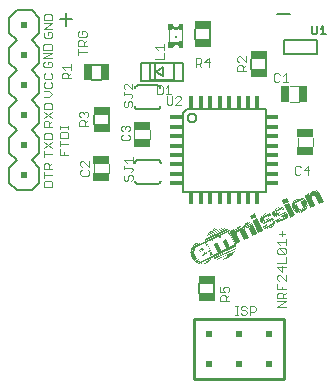
<source format=gto>
G75*
%MOIN*%
%OFA0B0*%
%FSLAX25Y25*%
%IPPOS*%
%LPD*%
%AMOC8*
5,1,8,0,0,1.08239X$1,22.5*
%
%ADD10C,0.00300*%
%ADD11C,0.00400*%
%ADD12R,0.05709X0.02953*%
%ADD13R,0.02953X0.05709*%
%ADD14C,0.00600*%
%ADD15R,0.03900X0.01800*%
%ADD16R,0.01800X0.03900*%
%ADD17R,0.05512X0.02559*%
%ADD18C,0.00800*%
%ADD19C,0.00500*%
%ADD20R,0.00787X0.05512*%
%ADD21R,0.02559X0.05512*%
%ADD22R,0.00720X0.00030*%
%ADD23R,0.01320X0.00030*%
%ADD24R,0.01740X0.00030*%
%ADD25R,0.02070X0.00030*%
%ADD26R,0.02340X0.00030*%
%ADD27R,0.02610X0.00030*%
%ADD28R,0.02820X0.00030*%
%ADD29R,0.03030X0.00030*%
%ADD30R,0.03210X0.00030*%
%ADD31R,0.03390X0.00030*%
%ADD32R,0.03570X0.00030*%
%ADD33R,0.03750X0.00030*%
%ADD34R,0.03900X0.00030*%
%ADD35R,0.04050X0.00030*%
%ADD36R,0.04170X0.00030*%
%ADD37R,0.04320X0.00030*%
%ADD38R,0.04470X0.00030*%
%ADD39R,0.04590X0.00030*%
%ADD40R,0.04710X0.00030*%
%ADD41R,0.04830X0.00030*%
%ADD42R,0.04950X0.00030*%
%ADD43R,0.05070X0.00030*%
%ADD44R,0.05160X0.00030*%
%ADD45R,0.05280X0.00030*%
%ADD46R,0.05370X0.00030*%
%ADD47R,0.05490X0.00030*%
%ADD48R,0.05580X0.00030*%
%ADD49R,0.05670X0.00030*%
%ADD50R,0.05760X0.00030*%
%ADD51R,0.05850X0.00030*%
%ADD52R,0.05940X0.00030*%
%ADD53R,0.06030X0.00030*%
%ADD54R,0.06120X0.00030*%
%ADD55R,0.06210X0.00030*%
%ADD56R,0.06300X0.00030*%
%ADD57R,0.06390X0.00030*%
%ADD58R,0.06450X0.00030*%
%ADD59R,0.06540X0.00030*%
%ADD60R,0.06600X0.00030*%
%ADD61R,0.06690X0.00030*%
%ADD62R,0.06750X0.00030*%
%ADD63R,0.06810X0.00030*%
%ADD64R,0.06900X0.00030*%
%ADD65R,0.06960X0.00030*%
%ADD66R,0.07050X0.00030*%
%ADD67R,0.07110X0.00030*%
%ADD68R,0.07170X0.00030*%
%ADD69R,0.07230X0.00030*%
%ADD70R,0.07290X0.00030*%
%ADD71R,0.07350X0.00030*%
%ADD72R,0.07440X0.00030*%
%ADD73R,0.07500X0.00030*%
%ADD74R,0.07560X0.00030*%
%ADD75R,0.07620X0.00030*%
%ADD76R,0.00360X0.00030*%
%ADD77R,0.07680X0.00030*%
%ADD78R,0.00990X0.00030*%
%ADD79R,0.07740X0.00030*%
%ADD80R,0.01380X0.00030*%
%ADD81R,0.07770X0.00030*%
%ADD82R,0.01650X0.00030*%
%ADD83R,0.07830X0.00030*%
%ADD84R,0.01890X0.00030*%
%ADD85R,0.07890X0.00030*%
%ADD86R,0.02130X0.00030*%
%ADD87R,0.07950X0.00030*%
%ADD88R,0.02310X0.00030*%
%ADD89R,0.08010X0.00030*%
%ADD90R,0.02490X0.00030*%
%ADD91R,0.08070X0.00030*%
%ADD92R,0.02640X0.00030*%
%ADD93R,0.08130X0.00030*%
%ADD94R,0.02820X0.00030*%
%ADD95R,0.08160X0.00030*%
%ADD96R,0.02940X0.00030*%
%ADD97R,0.08220X0.00030*%
%ADD98R,0.03090X0.00030*%
%ADD99R,0.08280X0.00030*%
%ADD100R,0.03210X0.00030*%
%ADD101R,0.08310X0.00030*%
%ADD102R,0.03330X0.00030*%
%ADD103R,0.08370X0.00030*%
%ADD104R,0.03450X0.00030*%
%ADD105R,0.08430X0.00030*%
%ADD106R,0.03600X0.00030*%
%ADD107R,0.08460X0.00030*%
%ADD108R,0.03690X0.00030*%
%ADD109R,0.08520X0.00030*%
%ADD110R,0.03780X0.00030*%
%ADD111R,0.08550X0.00030*%
%ADD112R,0.08610X0.00030*%
%ADD113R,0.03960X0.00030*%
%ADD114R,0.08640X0.00030*%
%ADD115R,0.04080X0.00030*%
%ADD116R,0.08700X0.00030*%
%ADD117R,0.04170X0.00030*%
%ADD118R,0.08730X0.00030*%
%ADD119R,0.04260X0.00030*%
%ADD120R,0.08790X0.00030*%
%ADD121R,0.04350X0.00030*%
%ADD122R,0.08820X0.00030*%
%ADD123R,0.04440X0.00030*%
%ADD124R,0.08850X0.00030*%
%ADD125R,0.04500X0.00030*%
%ADD126R,0.08910X0.00030*%
%ADD127R,0.04590X0.00030*%
%ADD128R,0.08940X0.00030*%
%ADD129R,0.13680X0.00030*%
%ADD130R,0.13740X0.00030*%
%ADD131R,0.13770X0.00030*%
%ADD132R,0.13830X0.00030*%
%ADD133R,0.13890X0.00030*%
%ADD134R,0.13950X0.00030*%
%ADD135R,0.14010X0.00030*%
%ADD136R,0.14040X0.00030*%
%ADD137R,0.14100X0.00030*%
%ADD138R,0.14160X0.00030*%
%ADD139R,0.14190X0.00030*%
%ADD140R,0.14250X0.00030*%
%ADD141R,0.14280X0.00030*%
%ADD142R,0.14340X0.00030*%
%ADD143R,0.14370X0.00030*%
%ADD144R,0.14430X0.00030*%
%ADD145R,0.14490X0.00030*%
%ADD146R,0.14490X0.00030*%
%ADD147R,0.02610X0.00030*%
%ADD148R,0.10980X0.00030*%
%ADD149R,0.00480X0.00030*%
%ADD150R,0.00480X0.00030*%
%ADD151R,0.00420X0.00030*%
%ADD152R,0.02460X0.00030*%
%ADD153R,0.10320X0.00030*%
%ADD154R,0.01140X0.00030*%
%ADD155R,0.01140X0.00030*%
%ADD156R,0.00960X0.00030*%
%ADD157R,0.10170X0.00030*%
%ADD158R,0.01590X0.00030*%
%ADD159R,0.01290X0.00030*%
%ADD160R,0.02250X0.00030*%
%ADD161R,0.10020X0.00030*%
%ADD162R,0.01920X0.00030*%
%ADD163R,0.01560X0.00030*%
%ADD164R,0.02160X0.00030*%
%ADD165R,0.09930X0.00030*%
%ADD166R,0.02190X0.00030*%
%ADD167R,0.01770X0.00030*%
%ADD168R,0.02070X0.00030*%
%ADD169R,0.01620X0.00030*%
%ADD170R,0.01260X0.00030*%
%ADD171R,0.01260X0.00030*%
%ADD172R,0.00180X0.00030*%
%ADD173R,0.02400X0.00030*%
%ADD174R,0.01980X0.00030*%
%ADD175R,0.02010X0.00030*%
%ADD176R,0.01530X0.00030*%
%ADD177R,0.01260X0.00030*%
%ADD178R,0.01260X0.00030*%
%ADD179R,0.00180X0.00030*%
%ADD180R,0.01770X0.00030*%
%ADD181R,0.01800X0.00030*%
%ADD182R,0.01860X0.00030*%
%ADD183R,0.01830X0.00030*%
%ADD184R,0.01830X0.00030*%
%ADD185R,0.01440X0.00030*%
%ADD186R,0.01770X0.00030*%
%ADD187R,0.01770X0.00030*%
%ADD188R,0.01800X0.00030*%
%ADD189R,0.01860X0.00030*%
%ADD190R,0.02790X0.00030*%
%ADD191R,0.01830X0.00030*%
%ADD192R,0.01830X0.00030*%
%ADD193R,0.01350X0.00030*%
%ADD194R,0.02910X0.00030*%
%ADD195R,0.02520X0.00030*%
%ADD196R,0.01290X0.00030*%
%ADD197R,0.02640X0.00030*%
%ADD198R,0.01230X0.00030*%
%ADD199R,0.02760X0.00030*%
%ADD200R,0.01170X0.00030*%
%ADD201R,0.03360X0.00030*%
%ADD202R,0.02880X0.00030*%
%ADD203R,0.01110X0.00030*%
%ADD204R,0.03480X0.00030*%
%ADD205R,0.03000X0.00030*%
%ADD206R,0.01710X0.00030*%
%ADD207R,0.01080X0.00030*%
%ADD208R,0.03540X0.00030*%
%ADD209R,0.03120X0.00030*%
%ADD210R,0.01710X0.00030*%
%ADD211R,0.01020X0.00030*%
%ADD212R,0.03660X0.00030*%
%ADD213R,0.03240X0.00030*%
%ADD214R,0.00990X0.00030*%
%ADD215R,0.03720X0.00030*%
%ADD216R,0.03300X0.00030*%
%ADD217R,0.01650X0.00030*%
%ADD218R,0.00930X0.00030*%
%ADD219R,0.03780X0.00030*%
%ADD220R,0.03810X0.00030*%
%ADD221R,0.03420X0.00030*%
%ADD222R,0.00900X0.00030*%
%ADD223R,0.03870X0.00030*%
%ADD224R,0.03870X0.00030*%
%ADD225R,0.00870X0.00030*%
%ADD226R,0.03930X0.00030*%
%ADD227R,0.03930X0.00030*%
%ADD228R,0.01590X0.00030*%
%ADD229R,0.00840X0.00030*%
%ADD230R,0.03990X0.00030*%
%ADD231R,0.00810X0.00030*%
%ADD232R,0.04020X0.00030*%
%ADD233R,0.04050X0.00030*%
%ADD234R,0.01560X0.00030*%
%ADD235R,0.00780X0.00030*%
%ADD236R,0.04080X0.00030*%
%ADD237R,0.00750X0.00030*%
%ADD238R,0.04140X0.00030*%
%ADD239R,0.04110X0.00030*%
%ADD240R,0.01530X0.00030*%
%ADD241R,0.00720X0.00030*%
%ADD242R,0.04170X0.00030*%
%ADD243R,0.00690X0.00030*%
%ADD244R,0.04230X0.00030*%
%ADD245R,0.04230X0.00030*%
%ADD246R,0.01500X0.00030*%
%ADD247R,0.00690X0.00030*%
%ADD248R,0.01500X0.00030*%
%ADD249R,0.00660X0.00030*%
%ADD250R,0.04290X0.00030*%
%ADD251R,0.00630X0.00030*%
%ADD252R,0.04320X0.00030*%
%ADD253R,0.00600X0.00030*%
%ADD254R,0.04380X0.00030*%
%ADD255R,0.01470X0.00030*%
%ADD256R,0.00600X0.00030*%
%ADD257R,0.04380X0.00030*%
%ADD258R,0.01470X0.00030*%
%ADD259R,0.00570X0.00030*%
%ADD260R,0.04440X0.00030*%
%ADD261R,0.01470X0.00030*%
%ADD262R,0.00540X0.00030*%
%ADD263R,0.04470X0.00030*%
%ADD264R,0.01470X0.00030*%
%ADD265R,0.00540X0.00030*%
%ADD266R,0.01440X0.00030*%
%ADD267R,0.00510X0.00030*%
%ADD268R,0.01440X0.00030*%
%ADD269R,0.00480X0.00030*%
%ADD270R,0.02070X0.00030*%
%ADD271R,0.02130X0.00030*%
%ADD272R,0.02130X0.00030*%
%ADD273R,0.04410X0.00030*%
%ADD274R,0.01980X0.00030*%
%ADD275R,0.01440X0.00030*%
%ADD276R,0.00450X0.00030*%
%ADD277R,0.01950X0.00030*%
%ADD278R,0.01920X0.00030*%
%ADD279R,0.04500X0.00030*%
%ADD280R,0.00450X0.00030*%
%ADD281R,0.01890X0.00030*%
%ADD282R,0.04530X0.00030*%
%ADD283R,0.00120X0.00030*%
%ADD284R,0.00420X0.00030*%
%ADD285R,0.01860X0.00030*%
%ADD286R,0.04560X0.00030*%
%ADD287R,0.01410X0.00030*%
%ADD288R,0.00420X0.00030*%
%ADD289R,0.00630X0.00030*%
%ADD290R,0.00390X0.00030*%
%ADD291R,0.04620X0.00030*%
%ADD292R,0.01410X0.00030*%
%ADD293R,0.00810X0.00030*%
%ADD294R,0.00390X0.00030*%
%ADD295R,0.04650X0.00030*%
%ADD296R,0.01380X0.00030*%
%ADD297R,0.03630X0.00030*%
%ADD298R,0.02220X0.00030*%
%ADD299R,0.01410X0.00030*%
%ADD300R,0.02100X0.00030*%
%ADD301R,0.02130X0.00030*%
%ADD302R,0.01380X0.00030*%
%ADD303R,0.01050X0.00030*%
%ADD304R,0.00360X0.00030*%
%ADD305R,0.03570X0.00030*%
%ADD306R,0.02040X0.00030*%
%ADD307R,0.01140X0.00030*%
%ADD308R,0.00330X0.00030*%
%ADD309R,0.03570X0.00030*%
%ADD310R,0.02010X0.00030*%
%ADD311R,0.01200X0.00030*%
%ADD312R,0.00330X0.00030*%
%ADD313R,0.01980X0.00030*%
%ADD314R,0.01980X0.00030*%
%ADD315R,0.03510X0.00030*%
%ADD316R,0.01950X0.00030*%
%ADD317R,0.01920X0.00030*%
%ADD318R,0.00300X0.00030*%
%ADD319R,0.01320X0.00030*%
%ADD320R,0.00300X0.00030*%
%ADD321R,0.03540X0.00030*%
%ADD322R,0.03570X0.00030*%
%ADD323R,0.03480X0.00030*%
%ADD324R,0.01740X0.00030*%
%ADD325R,0.01890X0.00030*%
%ADD326R,0.03510X0.00030*%
%ADD327R,0.01350X0.00030*%
%ADD328R,0.02040X0.00030*%
%ADD329R,0.02220X0.00030*%
%ADD330R,0.02430X0.00030*%
%ADD331R,0.02520X0.00030*%
%ADD332R,0.03600X0.00030*%
%ADD333R,0.02640X0.00030*%
%ADD334R,0.03090X0.00030*%
%ADD335R,0.00150X0.00030*%
%ADD336R,0.03180X0.00030*%
%ADD337R,0.00150X0.00030*%
%ADD338R,0.03270X0.00030*%
%ADD339R,0.03450X0.00030*%
%ADD340R,0.03510X0.00030*%
%ADD341R,0.01860X0.00030*%
%ADD342R,0.03660X0.00030*%
%ADD343R,0.03720X0.00030*%
%ADD344R,0.03720X0.00030*%
%ADD345R,0.03780X0.00030*%
%ADD346R,0.03840X0.00030*%
%ADD347R,0.03840X0.00030*%
%ADD348R,0.03870X0.00030*%
%ADD349R,0.03930X0.00030*%
%ADD350R,0.03930X0.00030*%
%ADD351R,0.03960X0.00030*%
%ADD352R,0.03960X0.00030*%
%ADD353R,0.03990X0.00030*%
%ADD354R,0.03990X0.00030*%
%ADD355R,0.03960X0.00030*%
%ADD356R,0.03870X0.00030*%
%ADD357R,0.03780X0.00030*%
%ADD358R,0.03690X0.00030*%
%ADD359R,0.01380X0.00030*%
%ADD360R,0.00210X0.00030*%
%ADD361R,0.01230X0.00030*%
%ADD362R,0.03630X0.00030*%
%ADD363R,0.00210X0.00030*%
%ADD364R,0.01200X0.00030*%
%ADD365R,0.03420X0.00030*%
%ADD366R,0.00240X0.00030*%
%ADD367R,0.03270X0.00030*%
%ADD368R,0.03270X0.00030*%
%ADD369R,0.01560X0.00030*%
%ADD370R,0.00240X0.00030*%
%ADD371R,0.01140X0.00030*%
%ADD372R,0.03150X0.00030*%
%ADD373R,0.01620X0.00030*%
%ADD374R,0.03060X0.00030*%
%ADD375R,0.01620X0.00030*%
%ADD376R,0.02970X0.00030*%
%ADD377R,0.02970X0.00030*%
%ADD378R,0.00270X0.00030*%
%ADD379R,0.02850X0.00030*%
%ADD380R,0.00270X0.00030*%
%ADD381R,0.01080X0.00030*%
%ADD382R,0.02760X0.00030*%
%ADD383R,0.02760X0.00030*%
%ADD384R,0.01920X0.00030*%
%ADD385R,0.01020X0.00030*%
%ADD386R,0.01050X0.00030*%
%ADD387R,0.02610X0.00030*%
%ADD388R,0.01560X0.00030*%
%ADD389R,0.01020X0.00030*%
%ADD390R,0.02040X0.00030*%
%ADD391R,0.02490X0.00030*%
%ADD392R,0.01890X0.00030*%
%ADD393R,0.00960X0.00030*%
%ADD394R,0.02040X0.00030*%
%ADD395R,0.02370X0.00030*%
%ADD396R,0.00930X0.00030*%
%ADD397R,0.00840X0.00030*%
%ADD398R,0.00870X0.00030*%
%ADD399R,0.02160X0.00030*%
%ADD400R,0.02010X0.00030*%
%ADD401R,0.00780X0.00030*%
%ADD402R,0.00720X0.00030*%
%ADD403R,0.00750X0.00030*%
%ADD404R,0.02280X0.00030*%
%ADD405R,0.00660X0.00030*%
%ADD406R,0.02070X0.00030*%
%ADD407R,0.02340X0.00030*%
%ADD408R,0.02160X0.00030*%
%ADD409R,0.00360X0.00030*%
%ADD410R,0.02580X0.00030*%
%ADD411R,0.02220X0.00030*%
%ADD412R,0.00030X0.00030*%
%ADD413R,0.00030X0.00030*%
%ADD414R,0.02280X0.00030*%
%ADD415R,0.02760X0.00030*%
%ADD416R,0.02310X0.00030*%
%ADD417R,0.02190X0.00030*%
%ADD418R,0.01320X0.00030*%
%ADD419R,0.07950X0.00030*%
%ADD420R,0.02430X0.00030*%
%ADD421R,0.01320X0.00030*%
%ADD422R,0.04920X0.00030*%
%ADD423R,0.04920X0.00030*%
%ADD424R,0.00210X0.00030*%
%ADD425R,0.00210X0.00030*%
%ADD426R,0.01680X0.00030*%
%ADD427R,0.02100X0.00030*%
%ADD428R,0.07920X0.00030*%
%ADD429R,0.02190X0.00030*%
%ADD430R,0.02160X0.00030*%
%ADD431R,0.01680X0.00030*%
%ADD432R,0.04680X0.00030*%
%ADD433R,0.04890X0.00030*%
%ADD434R,0.00510X0.00030*%
%ADD435R,0.07920X0.00030*%
%ADD436R,0.01740X0.00030*%
%ADD437R,0.01680X0.00030*%
%ADD438R,0.01740X0.00030*%
%ADD439R,0.04620X0.00030*%
%ADD440R,0.04890X0.00030*%
%ADD441R,0.01410X0.00030*%
%ADD442R,0.01710X0.00030*%
%ADD443R,0.04560X0.00030*%
%ADD444R,0.07890X0.00030*%
%ADD445R,0.04860X0.00030*%
%ADD446R,0.00090X0.00030*%
%ADD447R,0.00570X0.00030*%
%ADD448R,0.04860X0.00030*%
%ADD449R,0.07860X0.00030*%
%ADD450R,0.07860X0.00030*%
%ADD451R,0.04830X0.00030*%
%ADD452R,0.04830X0.00030*%
%ADD453R,0.07830X0.00030*%
%ADD454R,0.04230X0.00030*%
%ADD455R,0.04800X0.00030*%
%ADD456R,0.07830X0.00030*%
%ADD457R,0.04260X0.00030*%
%ADD458R,0.04800X0.00030*%
%ADD459R,0.04770X0.00030*%
%ADD460R,0.07800X0.00030*%
%ADD461R,0.04170X0.00030*%
%ADD462R,0.04200X0.00030*%
%ADD463R,0.04770X0.00030*%
%ADD464R,0.00360X0.00030*%
%ADD465R,0.07800X0.00030*%
%ADD466R,0.04110X0.00030*%
%ADD467R,0.04740X0.00030*%
%ADD468R,0.01530X0.00030*%
%ADD469R,0.04080X0.00030*%
%ADD470R,0.03060X0.00030*%
%ADD471R,0.00030X0.00030*%
%ADD472R,0.02850X0.00030*%
%ADD473R,0.03000X0.00030*%
%ADD474R,0.00060X0.00030*%
%ADD475R,0.00090X0.00030*%
%ADD476R,0.03030X0.00030*%
%ADD477R,0.04020X0.00030*%
%ADD478R,0.01530X0.00030*%
%ADD479R,0.00060X0.00030*%
%ADD480R,0.00120X0.00030*%
%ADD481R,0.02970X0.00030*%
%ADD482R,0.02910X0.00030*%
%ADD483R,0.02700X0.00030*%
%ADD484R,0.02940X0.00030*%
%ADD485R,0.02880X0.00030*%
%ADD486R,0.02820X0.00030*%
%ADD487R,0.03840X0.00030*%
%ADD488R,0.00960X0.00030*%
%ADD489R,0.00330X0.00030*%
%ADD490R,0.02550X0.00030*%
%ADD491R,0.01620X0.00030*%
%ADD492R,0.00510X0.00030*%
%ADD493R,0.02490X0.00030*%
%ADD494R,0.02730X0.00030*%
%ADD495R,0.03750X0.00030*%
%ADD496R,0.03630X0.00030*%
%ADD497R,0.02670X0.00030*%
%ADD498R,0.01020X0.00030*%
%ADD499R,0.02670X0.00030*%
%ADD500R,0.03690X0.00030*%
%ADD501R,0.02580X0.00030*%
%ADD502R,0.01680X0.00030*%
%ADD503R,0.01110X0.00030*%
%ADD504R,0.02310X0.00030*%
%ADD505R,0.02580X0.00030*%
%ADD506R,0.03330X0.00030*%
%ADD507R,0.01170X0.00030*%
%ADD508R,0.03270X0.00030*%
%ADD509R,0.00630X0.00030*%
%ADD510R,0.02190X0.00030*%
%ADD511R,0.02400X0.00030*%
%ADD512R,0.03420X0.00030*%
%ADD513R,0.03150X0.00030*%
%ADD514R,0.00780X0.00030*%
%ADD515R,0.03330X0.00030*%
%ADD516R,0.00870X0.00030*%
%ADD517R,0.03210X0.00030*%
%ADD518R,0.03090X0.00030*%
%ADD519R,0.02820X0.00030*%
%ADD520R,0.00810X0.00030*%
%ADD521R,0.02670X0.00030*%
%ADD522R,0.02550X0.00030*%
%ADD523R,0.00660X0.00030*%
%ADD524R,0.00930X0.00030*%
%ADD525R,0.02340X0.00030*%
%ADD526R,0.02340X0.00030*%
%ADD527R,0.04380X0.00030*%
%ADD528R,0.02250X0.00030*%
%ADD529R,0.04560X0.00030*%
%ADD530R,0.00840X0.00030*%
%ADD531R,0.02460X0.00030*%
%ADD532R,0.05100X0.00030*%
%ADD533R,0.02310X0.00030*%
%ADD534R,0.08520X0.00030*%
%ADD535R,0.11190X0.00030*%
%ADD536R,0.14400X0.00030*%
%ADD537R,0.14370X0.00030*%
%ADD538R,0.14310X0.00030*%
%ADD539R,0.14280X0.00030*%
%ADD540R,0.14220X0.00030*%
%ADD541R,0.14190X0.00030*%
%ADD542R,0.14130X0.00030*%
%ADD543R,0.14070X0.00030*%
%ADD544R,0.14040X0.00030*%
%ADD545R,0.13980X0.00030*%
%ADD546R,0.13920X0.00030*%
%ADD547R,0.13890X0.00030*%
%ADD548R,0.13710X0.00030*%
%ADD549R,0.13650X0.00030*%
%ADD550R,0.04680X0.00030*%
%ADD551R,0.04620X0.00030*%
%ADD552R,0.04530X0.00030*%
%ADD553R,0.04380X0.00030*%
%ADD554R,0.08670X0.00030*%
%ADD555R,0.04290X0.00030*%
%ADD556R,0.04200X0.00030*%
%ADD557R,0.04110X0.00030*%
%ADD558R,0.03900X0.00030*%
%ADD559R,0.03810X0.00030*%
%ADD560R,0.03720X0.00030*%
%ADD561R,0.08190X0.00030*%
%ADD562R,0.03240X0.00030*%
%ADD563R,0.03120X0.00030*%
%ADD564R,0.02700X0.00030*%
%ADD565R,0.02370X0.00030*%
%ADD566R,0.07380X0.00030*%
%ADD567R,0.07320X0.00030*%
%ADD568R,0.07260X0.00030*%
%ADD569R,0.06990X0.00030*%
%ADD570R,0.06840X0.00030*%
%ADD571R,0.06630X0.00030*%
%ADD572R,0.05970X0.00030*%
%ADD573R,0.05880X0.00030*%
%ADD574R,0.05790X0.00030*%
%ADD575R,0.05190X0.00030*%
%ADD576R,0.04350X0.00030*%
%ADD577R,0.03420X0.00030*%
%ADD578C,0.00040*%
%ADD579R,0.01280X0.01969*%
%ADD580R,0.00591X0.00984*%
%ADD581R,0.01575X0.00689*%
%ADD582R,0.00787X0.00787*%
%ADD583R,0.01181X0.01181*%
%ADD584R,0.00886X0.00295*%
%ADD585C,0.01000*%
%ADD586R,0.02000X0.02000*%
D10*
X0042673Y0074317D02*
X0042673Y0075768D01*
X0043156Y0076252D01*
X0045091Y0076252D01*
X0045575Y0075768D01*
X0045575Y0074317D01*
X0042673Y0074317D01*
X0042673Y0077263D02*
X0042673Y0079198D01*
X0042673Y0078231D02*
X0045575Y0078231D01*
X0045575Y0080210D02*
X0042673Y0080210D01*
X0042673Y0081661D01*
X0043156Y0082145D01*
X0044124Y0082145D01*
X0044608Y0081661D01*
X0044608Y0080210D01*
X0044608Y0081177D02*
X0045575Y0082145D01*
X0042673Y0084317D02*
X0042673Y0086252D01*
X0042673Y0085284D02*
X0045575Y0085284D01*
X0045575Y0087263D02*
X0042673Y0089198D01*
X0042673Y0090210D02*
X0042673Y0091661D01*
X0043156Y0092145D01*
X0045091Y0092145D01*
X0045575Y0091661D01*
X0045575Y0090210D01*
X0042673Y0090210D01*
X0042673Y0087263D02*
X0045575Y0089198D01*
X0048073Y0088727D02*
X0050975Y0088727D01*
X0050975Y0090706D02*
X0050975Y0092157D01*
X0050491Y0092641D01*
X0048556Y0092641D01*
X0048073Y0092157D01*
X0048073Y0090706D01*
X0050975Y0090706D01*
X0050975Y0093652D02*
X0050975Y0094620D01*
X0050975Y0094136D02*
X0048073Y0094136D01*
X0048073Y0093652D02*
X0048073Y0094620D01*
X0045575Y0094317D02*
X0042673Y0094317D01*
X0042673Y0095768D01*
X0043156Y0096252D01*
X0044124Y0096252D01*
X0044608Y0095768D01*
X0044608Y0094317D01*
X0044608Y0095284D02*
X0045575Y0096252D01*
X0045575Y0097263D02*
X0042673Y0099198D01*
X0042673Y0100210D02*
X0042673Y0101661D01*
X0043156Y0102145D01*
X0045091Y0102145D01*
X0045575Y0101661D01*
X0045575Y0100210D01*
X0042673Y0100210D01*
X0042673Y0097263D02*
X0045575Y0099198D01*
X0044608Y0104317D02*
X0042673Y0104317D01*
X0044608Y0104317D02*
X0045575Y0105284D01*
X0044608Y0106252D01*
X0042673Y0106252D01*
X0043156Y0107263D02*
X0045091Y0107263D01*
X0045575Y0107747D01*
X0045575Y0108714D01*
X0045091Y0109198D01*
X0045091Y0110210D02*
X0045575Y0110693D01*
X0045575Y0111661D01*
X0045091Y0112145D01*
X0043156Y0112145D02*
X0042673Y0111661D01*
X0042673Y0110693D01*
X0043156Y0110210D01*
X0045091Y0110210D01*
X0043156Y0109198D02*
X0042673Y0108714D01*
X0042673Y0107747D01*
X0043156Y0107263D01*
X0048877Y0110427D02*
X0048877Y0111878D01*
X0049361Y0112362D01*
X0050329Y0112362D01*
X0050812Y0111878D01*
X0050812Y0110427D01*
X0050812Y0111394D02*
X0051780Y0112362D01*
X0051780Y0113373D02*
X0051780Y0115308D01*
X0051780Y0114341D02*
X0048877Y0114341D01*
X0049845Y0113373D01*
X0048877Y0110427D02*
X0051780Y0110427D01*
X0045525Y0114611D02*
X0045525Y0115578D01*
X0045041Y0116062D01*
X0044074Y0116062D01*
X0044074Y0115095D01*
X0043106Y0116062D02*
X0042623Y0115578D01*
X0042623Y0114611D01*
X0043106Y0114127D01*
X0045041Y0114127D01*
X0045525Y0114611D01*
X0045525Y0117074D02*
X0042623Y0117074D01*
X0045525Y0119009D01*
X0042623Y0119009D01*
X0042623Y0120020D02*
X0042623Y0121471D01*
X0043106Y0121955D01*
X0045041Y0121955D01*
X0045525Y0121471D01*
X0045525Y0120020D01*
X0042623Y0120020D01*
X0043206Y0123977D02*
X0045141Y0123977D01*
X0045625Y0124461D01*
X0045625Y0125428D01*
X0045141Y0125912D01*
X0044174Y0125912D01*
X0044174Y0124945D01*
X0043206Y0125912D02*
X0042723Y0125428D01*
X0042723Y0124461D01*
X0043206Y0123977D01*
X0042723Y0126924D02*
X0045625Y0128859D01*
X0042723Y0128859D01*
X0042723Y0129870D02*
X0042723Y0131321D01*
X0043206Y0131805D01*
X0045141Y0131805D01*
X0045625Y0131321D01*
X0045625Y0129870D01*
X0042723Y0129870D01*
X0042723Y0126924D02*
X0045625Y0126924D01*
X0054101Y0125652D02*
X0054101Y0124685D01*
X0054585Y0124201D01*
X0056520Y0124201D01*
X0057003Y0124685D01*
X0057003Y0125652D01*
X0056520Y0126136D01*
X0055552Y0126136D01*
X0055552Y0125168D01*
X0054585Y0126136D02*
X0054101Y0125652D01*
X0054585Y0123189D02*
X0055552Y0123189D01*
X0056036Y0122706D01*
X0056036Y0121254D01*
X0057003Y0121254D02*
X0054101Y0121254D01*
X0054101Y0122706D01*
X0054585Y0123189D01*
X0056036Y0122222D02*
X0057003Y0123189D01*
X0054101Y0120243D02*
X0054101Y0118308D01*
X0054101Y0119275D02*
X0057003Y0119275D01*
X0069373Y0108211D02*
X0069373Y0107243D01*
X0069856Y0106760D01*
X0069373Y0105748D02*
X0069373Y0104781D01*
X0069373Y0105264D02*
X0071791Y0105264D01*
X0072275Y0104781D01*
X0072275Y0104297D01*
X0071791Y0103813D01*
X0071791Y0102802D02*
X0072275Y0102318D01*
X0072275Y0101350D01*
X0071791Y0100867D01*
X0070824Y0101350D02*
X0070824Y0102318D01*
X0071308Y0102802D01*
X0071791Y0102802D01*
X0070824Y0101350D02*
X0070340Y0100867D01*
X0069856Y0100867D01*
X0069373Y0101350D01*
X0069373Y0102318D01*
X0069856Y0102802D01*
X0072275Y0106760D02*
X0070340Y0108695D01*
X0069856Y0108695D01*
X0069373Y0108211D01*
X0072275Y0108695D02*
X0072275Y0106760D01*
X0080399Y0108140D02*
X0080399Y0105238D01*
X0081850Y0105238D01*
X0082334Y0105722D01*
X0082334Y0107657D01*
X0081850Y0108140D01*
X0080399Y0108140D01*
X0083345Y0107173D02*
X0084313Y0108140D01*
X0084313Y0105238D01*
X0083699Y0104522D02*
X0083699Y0102104D01*
X0084183Y0101620D01*
X0085151Y0101620D01*
X0085634Y0102104D01*
X0085634Y0104522D01*
X0085280Y0105238D02*
X0083345Y0105238D01*
X0086646Y0104039D02*
X0087130Y0104522D01*
X0088097Y0104522D01*
X0088581Y0104039D01*
X0088581Y0103555D01*
X0086646Y0101620D01*
X0088581Y0101620D01*
X0093375Y0114317D02*
X0093375Y0117219D01*
X0094826Y0117219D01*
X0095310Y0116735D01*
X0095310Y0115768D01*
X0094826Y0115284D01*
X0093375Y0115284D01*
X0094343Y0115284D02*
X0095310Y0114317D01*
X0096322Y0115768D02*
X0098257Y0115768D01*
X0097773Y0114317D02*
X0097773Y0117219D01*
X0096322Y0115768D01*
X0107295Y0116337D02*
X0107778Y0115854D01*
X0107295Y0116337D02*
X0107295Y0117305D01*
X0107778Y0117789D01*
X0108262Y0117789D01*
X0110197Y0115854D01*
X0110197Y0117789D01*
X0110197Y0114842D02*
X0109230Y0113875D01*
X0109230Y0114358D02*
X0109230Y0112907D01*
X0110197Y0112907D02*
X0107295Y0112907D01*
X0107295Y0114358D01*
X0107778Y0114842D01*
X0108746Y0114842D01*
X0109230Y0114358D01*
X0119451Y0111689D02*
X0119451Y0109754D01*
X0119934Y0109270D01*
X0120902Y0109270D01*
X0121386Y0109754D01*
X0122397Y0109270D02*
X0124332Y0109270D01*
X0123365Y0109270D02*
X0123365Y0112173D01*
X0122397Y0111205D01*
X0121386Y0111689D02*
X0120902Y0112173D01*
X0119934Y0112173D01*
X0119451Y0111689D01*
X0126911Y0081247D02*
X0126428Y0080763D01*
X0126428Y0078828D01*
X0126911Y0078344D01*
X0127879Y0078344D01*
X0128363Y0078828D01*
X0129374Y0079795D02*
X0131309Y0079795D01*
X0130825Y0078344D02*
X0130825Y0081247D01*
X0129374Y0079795D01*
X0128363Y0080763D02*
X0127879Y0081247D01*
X0126911Y0081247D01*
X0122086Y0059690D02*
X0122086Y0057755D01*
X0121119Y0058722D02*
X0123054Y0058722D01*
X0123538Y0056743D02*
X0123538Y0054808D01*
X0123538Y0055776D02*
X0120635Y0055776D01*
X0121603Y0054808D01*
X0121119Y0053797D02*
X0123054Y0051862D01*
X0123538Y0052346D01*
X0123538Y0053313D01*
X0123054Y0053797D01*
X0121119Y0053797D01*
X0120635Y0053313D01*
X0120635Y0052346D01*
X0121119Y0051862D01*
X0123054Y0051862D01*
X0123538Y0050850D02*
X0123538Y0048915D01*
X0120635Y0048915D01*
X0120635Y0047420D02*
X0122086Y0045969D01*
X0122086Y0047904D01*
X0120635Y0047420D02*
X0123538Y0047420D01*
X0123538Y0044957D02*
X0123538Y0043022D01*
X0121603Y0044957D01*
X0121119Y0044957D01*
X0120635Y0044474D01*
X0120635Y0043506D01*
X0121119Y0043022D01*
X0120635Y0042011D02*
X0120635Y0040076D01*
X0123538Y0040076D01*
X0123538Y0039064D02*
X0122570Y0038097D01*
X0122570Y0038581D02*
X0122570Y0037129D01*
X0123538Y0037129D02*
X0120635Y0037129D01*
X0120635Y0038581D01*
X0121119Y0039064D01*
X0122086Y0039064D01*
X0122570Y0038581D01*
X0122086Y0040076D02*
X0122086Y0041043D01*
X0123538Y0036118D02*
X0120635Y0036118D01*
X0120635Y0034183D02*
X0123538Y0036118D01*
X0123538Y0034183D02*
X0120635Y0034183D01*
X0113364Y0034035D02*
X0113364Y0033068D01*
X0112880Y0032584D01*
X0111429Y0032584D01*
X0111429Y0031617D02*
X0111429Y0034519D01*
X0112880Y0034519D01*
X0113364Y0034035D01*
X0110417Y0034035D02*
X0109933Y0034519D01*
X0108966Y0034519D01*
X0108482Y0034035D01*
X0108482Y0033552D01*
X0108966Y0033068D01*
X0109933Y0033068D01*
X0110417Y0032584D01*
X0110417Y0032100D01*
X0109933Y0031617D01*
X0108966Y0031617D01*
X0108482Y0032100D01*
X0107485Y0031617D02*
X0106518Y0031617D01*
X0107001Y0031617D02*
X0107001Y0034519D01*
X0106518Y0034519D02*
X0107485Y0034519D01*
X0104485Y0036147D02*
X0101582Y0036147D01*
X0101582Y0037599D01*
X0102066Y0038082D01*
X0103033Y0038082D01*
X0103517Y0037599D01*
X0103517Y0036147D01*
X0103517Y0037115D02*
X0104485Y0038082D01*
X0104001Y0039094D02*
X0104485Y0039578D01*
X0104485Y0040545D01*
X0104001Y0041029D01*
X0103033Y0041029D01*
X0102550Y0040545D01*
X0102550Y0040061D01*
X0103033Y0039094D01*
X0101582Y0039094D01*
X0101582Y0041029D01*
X0071891Y0076317D02*
X0072375Y0076800D01*
X0072375Y0077768D01*
X0071891Y0078252D01*
X0071408Y0078252D01*
X0070924Y0077768D01*
X0070924Y0076800D01*
X0070440Y0076317D01*
X0069956Y0076317D01*
X0069473Y0076800D01*
X0069473Y0077768D01*
X0069956Y0078252D01*
X0069473Y0080231D02*
X0069473Y0081198D01*
X0069473Y0080714D02*
X0071891Y0080714D01*
X0072375Y0080231D01*
X0072375Y0079747D01*
X0071891Y0079263D01*
X0072375Y0082210D02*
X0072375Y0084145D01*
X0072375Y0083177D02*
X0069473Y0083177D01*
X0070440Y0082210D01*
X0070938Y0089789D02*
X0071422Y0090273D01*
X0071422Y0091240D01*
X0070938Y0091724D01*
X0070938Y0092736D02*
X0071422Y0093219D01*
X0071422Y0094187D01*
X0070938Y0094671D01*
X0070454Y0094671D01*
X0069970Y0094187D01*
X0069970Y0093703D01*
X0069970Y0094187D02*
X0069487Y0094671D01*
X0069003Y0094671D01*
X0068519Y0094187D01*
X0068519Y0093219D01*
X0069003Y0092736D01*
X0069003Y0091724D02*
X0068519Y0091240D01*
X0068519Y0090273D01*
X0069003Y0089789D01*
X0070938Y0089789D01*
X0057562Y0094514D02*
X0054660Y0094514D01*
X0054660Y0095965D01*
X0055144Y0096449D01*
X0056111Y0096449D01*
X0056595Y0095965D01*
X0056595Y0094514D01*
X0056595Y0095482D02*
X0057562Y0096449D01*
X0057079Y0097461D02*
X0057562Y0097944D01*
X0057562Y0098912D01*
X0057079Y0099396D01*
X0056595Y0099396D01*
X0056111Y0098912D01*
X0056111Y0098428D01*
X0056111Y0098912D02*
X0055627Y0099396D01*
X0055144Y0099396D01*
X0054660Y0098912D01*
X0054660Y0097944D01*
X0055144Y0097461D01*
X0048073Y0089694D02*
X0048073Y0087759D01*
X0048073Y0086748D02*
X0048073Y0084813D01*
X0050975Y0084813D01*
X0049524Y0084813D02*
X0049524Y0085780D01*
X0054917Y0082448D02*
X0054917Y0081481D01*
X0055401Y0080997D01*
X0055401Y0079985D02*
X0054917Y0079502D01*
X0054917Y0078534D01*
X0055401Y0078051D01*
X0057336Y0078051D01*
X0057820Y0078534D01*
X0057820Y0079502D01*
X0057336Y0079985D01*
X0057820Y0080997D02*
X0055885Y0082932D01*
X0055401Y0082932D01*
X0054917Y0082448D01*
X0057820Y0082932D02*
X0057820Y0080997D01*
X0079873Y0116924D02*
X0082775Y0116924D01*
X0082775Y0118859D01*
X0082775Y0119870D02*
X0082775Y0121805D01*
X0082775Y0120838D02*
X0079873Y0120838D01*
X0080840Y0119870D01*
D11*
X0084461Y0122600D02*
X0084461Y0126734D01*
X0088989Y0126635D02*
X0088989Y0121025D01*
X0088091Y0121320D02*
X0088093Y0121360D01*
X0088099Y0121399D01*
X0088108Y0121438D01*
X0088122Y0121475D01*
X0088139Y0121511D01*
X0088159Y0121546D01*
X0088183Y0121578D01*
X0088210Y0121607D01*
X0088239Y0121634D01*
X0088271Y0121658D01*
X0088306Y0121678D01*
X0088342Y0121695D01*
X0088379Y0121709D01*
X0088418Y0121718D01*
X0088457Y0121724D01*
X0088497Y0121726D01*
X0088537Y0121724D01*
X0088576Y0121718D01*
X0088615Y0121709D01*
X0088652Y0121695D01*
X0088688Y0121678D01*
X0088723Y0121658D01*
X0088755Y0121634D01*
X0088784Y0121607D01*
X0088811Y0121578D01*
X0088835Y0121546D01*
X0088855Y0121511D01*
X0088872Y0121475D01*
X0088886Y0121438D01*
X0088895Y0121399D01*
X0088901Y0121360D01*
X0088903Y0121320D01*
X0088901Y0121280D01*
X0088895Y0121241D01*
X0088886Y0121202D01*
X0088872Y0121165D01*
X0088855Y0121129D01*
X0088835Y0121094D01*
X0088811Y0121062D01*
X0088784Y0121033D01*
X0088755Y0121006D01*
X0088723Y0120982D01*
X0088688Y0120962D01*
X0088652Y0120945D01*
X0088615Y0120931D01*
X0088576Y0120922D01*
X0088537Y0120916D01*
X0088497Y0120914D01*
X0088457Y0120916D01*
X0088418Y0120922D01*
X0088379Y0120931D01*
X0088342Y0120945D01*
X0088306Y0120962D01*
X0088271Y0120982D01*
X0088239Y0121006D01*
X0088210Y0121033D01*
X0088183Y0121062D01*
X0088159Y0121094D01*
X0088139Y0121129D01*
X0088122Y0121165D01*
X0088108Y0121202D01*
X0088099Y0121241D01*
X0088093Y0121280D01*
X0088091Y0121320D01*
X0078170Y0093139D02*
X0078170Y0090238D01*
X0072973Y0090139D02*
X0072973Y0093139D01*
X0064568Y0081901D02*
X0064568Y0078999D01*
X0059371Y0078901D02*
X0059371Y0081901D01*
X0124694Y0102722D02*
X0127694Y0102722D01*
X0127595Y0107919D02*
X0124694Y0107919D01*
X0127354Y0090721D02*
X0127354Y0087721D01*
X0132551Y0087819D02*
X0132551Y0090721D01*
D12*
X0129948Y0092098D03*
X0129948Y0086398D03*
X0075567Y0088816D03*
X0075567Y0094516D03*
X0061965Y0083277D03*
X0061965Y0077577D03*
D13*
X0123317Y0105316D03*
X0129017Y0105316D03*
D14*
X0116749Y0100269D02*
X0090548Y0100269D01*
X0089150Y0098871D01*
X0089150Y0072671D01*
X0116749Y0072671D01*
X0116749Y0100269D01*
X0116847Y0113643D02*
X0116847Y0116871D01*
X0111847Y0116871D02*
X0111847Y0113643D01*
X0098225Y0123552D02*
X0098225Y0126781D01*
X0093225Y0126781D02*
X0093225Y0123552D01*
X0086016Y0115407D02*
X0086016Y0109895D01*
X0078142Y0109895D01*
X0078142Y0115407D01*
X0086016Y0115407D01*
X0082473Y0114226D02*
X0082473Y0111076D01*
X0080111Y0112651D01*
X0082473Y0114226D01*
X0090735Y0097270D02*
X0090737Y0097345D01*
X0090743Y0097419D01*
X0090753Y0097493D01*
X0090766Y0097566D01*
X0090784Y0097639D01*
X0090805Y0097710D01*
X0090830Y0097781D01*
X0090859Y0097850D01*
X0090892Y0097917D01*
X0090928Y0097982D01*
X0090967Y0098046D01*
X0091009Y0098107D01*
X0091055Y0098166D01*
X0091104Y0098223D01*
X0091156Y0098276D01*
X0091210Y0098327D01*
X0091267Y0098376D01*
X0091327Y0098420D01*
X0091389Y0098462D01*
X0091453Y0098501D01*
X0091519Y0098536D01*
X0091586Y0098567D01*
X0091656Y0098595D01*
X0091726Y0098619D01*
X0091798Y0098640D01*
X0091871Y0098656D01*
X0091944Y0098669D01*
X0092019Y0098678D01*
X0092093Y0098683D01*
X0092168Y0098684D01*
X0092242Y0098681D01*
X0092317Y0098674D01*
X0092390Y0098663D01*
X0092464Y0098649D01*
X0092536Y0098630D01*
X0092607Y0098608D01*
X0092677Y0098582D01*
X0092746Y0098552D01*
X0092812Y0098519D01*
X0092877Y0098482D01*
X0092940Y0098442D01*
X0093001Y0098398D01*
X0093059Y0098352D01*
X0093115Y0098302D01*
X0093168Y0098250D01*
X0093219Y0098195D01*
X0093266Y0098137D01*
X0093310Y0098077D01*
X0093351Y0098014D01*
X0093389Y0097950D01*
X0093423Y0097884D01*
X0093454Y0097815D01*
X0093481Y0097746D01*
X0093504Y0097675D01*
X0093523Y0097603D01*
X0093539Y0097530D01*
X0093551Y0097456D01*
X0093559Y0097382D01*
X0093563Y0097307D01*
X0093563Y0097233D01*
X0093559Y0097158D01*
X0093551Y0097084D01*
X0093539Y0097010D01*
X0093523Y0096937D01*
X0093504Y0096865D01*
X0093481Y0096794D01*
X0093454Y0096725D01*
X0093423Y0096656D01*
X0093389Y0096590D01*
X0093351Y0096526D01*
X0093310Y0096463D01*
X0093266Y0096403D01*
X0093219Y0096345D01*
X0093168Y0096290D01*
X0093115Y0096238D01*
X0093059Y0096188D01*
X0093001Y0096142D01*
X0092940Y0096098D01*
X0092877Y0096058D01*
X0092812Y0096021D01*
X0092746Y0095988D01*
X0092677Y0095958D01*
X0092607Y0095932D01*
X0092536Y0095910D01*
X0092464Y0095891D01*
X0092390Y0095877D01*
X0092317Y0095866D01*
X0092242Y0095859D01*
X0092168Y0095856D01*
X0092093Y0095857D01*
X0092019Y0095862D01*
X0091944Y0095871D01*
X0091871Y0095884D01*
X0091798Y0095900D01*
X0091726Y0095921D01*
X0091656Y0095945D01*
X0091586Y0095973D01*
X0091519Y0096004D01*
X0091453Y0096039D01*
X0091389Y0096078D01*
X0091327Y0096120D01*
X0091267Y0096164D01*
X0091210Y0096213D01*
X0091156Y0096264D01*
X0091104Y0096317D01*
X0091055Y0096374D01*
X0091009Y0096433D01*
X0090967Y0096494D01*
X0090928Y0096558D01*
X0090892Y0096623D01*
X0090859Y0096690D01*
X0090830Y0096759D01*
X0090805Y0096830D01*
X0090784Y0096901D01*
X0090766Y0096974D01*
X0090753Y0097047D01*
X0090743Y0097121D01*
X0090737Y0097195D01*
X0090735Y0097270D01*
X0064512Y0098371D02*
X0064512Y0095143D01*
X0059512Y0095143D02*
X0059512Y0098371D01*
X0058721Y0109962D02*
X0061949Y0109962D01*
X0061949Y0114962D02*
X0058721Y0114962D01*
X0050156Y0128054D02*
X0050156Y0132324D01*
X0048021Y0130189D02*
X0052291Y0130189D01*
X0120450Y0131847D02*
X0124720Y0131847D01*
X0099635Y0042112D02*
X0099635Y0038883D01*
X0094635Y0038883D02*
X0094635Y0042112D01*
D15*
X0086999Y0075446D03*
X0086999Y0078596D03*
X0086999Y0081745D03*
X0086999Y0084895D03*
X0086999Y0088045D03*
X0086999Y0091194D03*
X0086999Y0094344D03*
X0086999Y0097493D03*
X0118899Y0097493D03*
X0118899Y0094344D03*
X0118899Y0091194D03*
X0118899Y0088045D03*
X0118899Y0084895D03*
X0118899Y0081745D03*
X0118899Y0078596D03*
X0118899Y0075446D03*
D16*
X0113973Y0070520D03*
X0110823Y0070520D03*
X0107674Y0070520D03*
X0104524Y0070520D03*
X0101375Y0070520D03*
X0098225Y0070520D03*
X0095075Y0070520D03*
X0091926Y0070520D03*
X0091926Y0102420D03*
X0095075Y0102420D03*
X0098225Y0102420D03*
X0101375Y0102420D03*
X0104524Y0102420D03*
X0107674Y0102420D03*
X0110823Y0102420D03*
X0113973Y0102420D03*
D17*
X0114341Y0112337D03*
X0114341Y0118137D03*
X0095731Y0122287D03*
X0095731Y0128087D03*
X0062018Y0099678D03*
X0062018Y0093878D03*
X0097129Y0043377D03*
X0097129Y0037577D03*
D18*
X0038725Y0073167D02*
X0033725Y0073167D01*
X0031225Y0075667D01*
X0031225Y0080667D01*
X0033725Y0083167D01*
X0031225Y0085667D01*
X0031225Y0090667D01*
X0033725Y0093167D01*
X0031225Y0095667D01*
X0031225Y0100667D01*
X0033725Y0103167D01*
X0031225Y0105667D01*
X0031225Y0110667D01*
X0033725Y0113167D01*
X0031225Y0115667D01*
X0031225Y0120667D01*
X0033725Y0123167D01*
X0031225Y0125667D01*
X0031225Y0130667D01*
X0033725Y0133167D01*
X0038725Y0133167D01*
X0041225Y0130667D01*
X0041225Y0125667D01*
X0038725Y0123167D01*
X0041225Y0120667D01*
X0041225Y0115667D01*
X0038725Y0113167D01*
X0041225Y0110667D01*
X0041225Y0105667D01*
X0038725Y0103167D01*
X0041225Y0100667D01*
X0041225Y0095667D01*
X0038725Y0093167D01*
X0041225Y0090667D01*
X0041225Y0085667D01*
X0038725Y0083167D01*
X0041225Y0080667D01*
X0041225Y0075667D01*
X0038725Y0073167D01*
X0074225Y0075367D02*
X0080725Y0075367D01*
X0080785Y0075369D01*
X0080846Y0075374D01*
X0080905Y0075383D01*
X0080964Y0075396D01*
X0081023Y0075412D01*
X0081080Y0075432D01*
X0081135Y0075455D01*
X0081190Y0075482D01*
X0081242Y0075511D01*
X0081293Y0075544D01*
X0081342Y0075580D01*
X0081388Y0075618D01*
X0081432Y0075660D01*
X0081474Y0075704D01*
X0081512Y0075750D01*
X0081548Y0075799D01*
X0081581Y0075850D01*
X0081610Y0075902D01*
X0081637Y0075957D01*
X0081660Y0076012D01*
X0081680Y0076069D01*
X0081696Y0076128D01*
X0081709Y0076187D01*
X0081718Y0076246D01*
X0081723Y0076307D01*
X0081725Y0076367D01*
X0081725Y0082367D02*
X0081723Y0082427D01*
X0081718Y0082488D01*
X0081709Y0082547D01*
X0081696Y0082606D01*
X0081680Y0082665D01*
X0081660Y0082722D01*
X0081637Y0082777D01*
X0081610Y0082832D01*
X0081581Y0082884D01*
X0081548Y0082935D01*
X0081512Y0082984D01*
X0081474Y0083030D01*
X0081432Y0083074D01*
X0081388Y0083116D01*
X0081342Y0083154D01*
X0081293Y0083190D01*
X0081242Y0083223D01*
X0081190Y0083252D01*
X0081135Y0083279D01*
X0081080Y0083302D01*
X0081023Y0083322D01*
X0080964Y0083338D01*
X0080905Y0083351D01*
X0080846Y0083360D01*
X0080785Y0083365D01*
X0080725Y0083367D01*
X0074225Y0083367D01*
X0074165Y0083365D01*
X0074104Y0083360D01*
X0074045Y0083351D01*
X0073986Y0083338D01*
X0073927Y0083322D01*
X0073870Y0083302D01*
X0073815Y0083279D01*
X0073760Y0083252D01*
X0073708Y0083223D01*
X0073657Y0083190D01*
X0073608Y0083154D01*
X0073562Y0083116D01*
X0073518Y0083074D01*
X0073476Y0083030D01*
X0073438Y0082984D01*
X0073402Y0082935D01*
X0073369Y0082884D01*
X0073340Y0082832D01*
X0073313Y0082777D01*
X0073290Y0082722D01*
X0073270Y0082665D01*
X0073254Y0082606D01*
X0073241Y0082547D01*
X0073232Y0082488D01*
X0073227Y0082427D01*
X0073225Y0082367D01*
X0073225Y0076367D02*
X0073227Y0076307D01*
X0073232Y0076246D01*
X0073241Y0076187D01*
X0073254Y0076128D01*
X0073270Y0076069D01*
X0073290Y0076012D01*
X0073313Y0075957D01*
X0073340Y0075902D01*
X0073369Y0075850D01*
X0073402Y0075799D01*
X0073438Y0075750D01*
X0073476Y0075704D01*
X0073518Y0075660D01*
X0073562Y0075618D01*
X0073608Y0075580D01*
X0073657Y0075544D01*
X0073708Y0075511D01*
X0073760Y0075482D01*
X0073815Y0075455D01*
X0073870Y0075432D01*
X0073927Y0075412D01*
X0073986Y0075396D01*
X0074045Y0075383D01*
X0074104Y0075374D01*
X0074165Y0075369D01*
X0074225Y0075367D01*
X0074125Y0100117D02*
X0080625Y0100117D01*
X0080685Y0100119D01*
X0080746Y0100124D01*
X0080805Y0100133D01*
X0080864Y0100146D01*
X0080923Y0100162D01*
X0080980Y0100182D01*
X0081035Y0100205D01*
X0081090Y0100232D01*
X0081142Y0100261D01*
X0081193Y0100294D01*
X0081242Y0100330D01*
X0081288Y0100368D01*
X0081332Y0100410D01*
X0081374Y0100454D01*
X0081412Y0100500D01*
X0081448Y0100549D01*
X0081481Y0100600D01*
X0081510Y0100652D01*
X0081537Y0100707D01*
X0081560Y0100762D01*
X0081580Y0100819D01*
X0081596Y0100878D01*
X0081609Y0100937D01*
X0081618Y0100996D01*
X0081623Y0101057D01*
X0081625Y0101117D01*
X0081625Y0107117D02*
X0081623Y0107177D01*
X0081618Y0107238D01*
X0081609Y0107297D01*
X0081596Y0107356D01*
X0081580Y0107415D01*
X0081560Y0107472D01*
X0081537Y0107527D01*
X0081510Y0107582D01*
X0081481Y0107634D01*
X0081448Y0107685D01*
X0081412Y0107734D01*
X0081374Y0107780D01*
X0081332Y0107824D01*
X0081288Y0107866D01*
X0081242Y0107904D01*
X0081193Y0107940D01*
X0081142Y0107973D01*
X0081090Y0108002D01*
X0081035Y0108029D01*
X0080980Y0108052D01*
X0080923Y0108072D01*
X0080864Y0108088D01*
X0080805Y0108101D01*
X0080746Y0108110D01*
X0080685Y0108115D01*
X0080625Y0108117D01*
X0074125Y0108117D01*
X0074065Y0108115D01*
X0074004Y0108110D01*
X0073945Y0108101D01*
X0073886Y0108088D01*
X0073827Y0108072D01*
X0073770Y0108052D01*
X0073715Y0108029D01*
X0073660Y0108002D01*
X0073608Y0107973D01*
X0073557Y0107940D01*
X0073508Y0107904D01*
X0073462Y0107866D01*
X0073418Y0107824D01*
X0073376Y0107780D01*
X0073338Y0107734D01*
X0073302Y0107685D01*
X0073269Y0107634D01*
X0073240Y0107582D01*
X0073213Y0107527D01*
X0073190Y0107472D01*
X0073170Y0107415D01*
X0073154Y0107356D01*
X0073141Y0107297D01*
X0073132Y0107238D01*
X0073127Y0107177D01*
X0073125Y0107117D01*
X0073125Y0101117D02*
X0073127Y0101057D01*
X0073132Y0100996D01*
X0073141Y0100937D01*
X0073154Y0100878D01*
X0073170Y0100819D01*
X0073190Y0100762D01*
X0073213Y0100707D01*
X0073240Y0100652D01*
X0073269Y0100600D01*
X0073302Y0100549D01*
X0073338Y0100500D01*
X0073376Y0100454D01*
X0073418Y0100410D01*
X0073462Y0100368D01*
X0073508Y0100330D01*
X0073557Y0100294D01*
X0073608Y0100261D01*
X0073660Y0100232D01*
X0073715Y0100205D01*
X0073770Y0100182D01*
X0073827Y0100162D01*
X0073886Y0100146D01*
X0073945Y0100133D01*
X0074004Y0100124D01*
X0074065Y0100119D01*
X0074125Y0100117D01*
X0122825Y0118531D02*
X0122825Y0123354D01*
X0133800Y0123354D01*
X0133800Y0118531D01*
X0122825Y0118531D01*
D19*
X0132081Y0125643D02*
X0132081Y0127895D01*
X0133883Y0127895D02*
X0133883Y0125643D01*
X0133433Y0125192D01*
X0132532Y0125192D01*
X0132081Y0125643D01*
X0135028Y0125192D02*
X0136829Y0125192D01*
X0135929Y0125192D02*
X0135929Y0127895D01*
X0135028Y0126994D01*
X0089079Y0115651D02*
X0089079Y0109651D01*
X0075079Y0109651D01*
X0075079Y0115651D01*
X0089079Y0115651D01*
D20*
X0079717Y0112651D03*
D21*
X0063215Y0112468D03*
X0057415Y0112468D03*
D22*
G36*
X0101802Y0057714D02*
X0101155Y0057403D01*
X0101142Y0057430D01*
X0101789Y0057741D01*
X0101802Y0057714D01*
G37*
G36*
X0097455Y0055123D02*
X0096808Y0054812D01*
X0096795Y0054839D01*
X0097442Y0055150D01*
X0097455Y0055123D01*
G37*
G36*
X0104297Y0050592D02*
X0103650Y0050281D01*
X0103637Y0050308D01*
X0104284Y0050619D01*
X0104297Y0050592D01*
G37*
D23*
G36*
X0104555Y0050749D02*
X0103366Y0050178D01*
X0103353Y0050205D01*
X0104542Y0050776D01*
X0104555Y0050749D01*
G37*
G36*
X0097235Y0055583D02*
X0096046Y0055012D01*
X0096033Y0055039D01*
X0097222Y0055610D01*
X0097235Y0055583D01*
G37*
G36*
X0110930Y0062407D02*
X0109741Y0061836D01*
X0109728Y0061863D01*
X0110917Y0062434D01*
X0110930Y0062407D01*
G37*
D24*
G36*
X0118618Y0065041D02*
X0117051Y0064288D01*
X0117038Y0064315D01*
X0118605Y0065068D01*
X0118618Y0065041D01*
G37*
G36*
X0118658Y0065027D02*
X0117091Y0064274D01*
X0117078Y0064301D01*
X0118645Y0065054D01*
X0118658Y0065027D01*
G37*
G36*
X0120575Y0065817D02*
X0119008Y0065064D01*
X0118995Y0065091D01*
X0120562Y0065844D01*
X0120575Y0065817D01*
G37*
G36*
X0120588Y0065790D02*
X0119021Y0065037D01*
X0119008Y0065064D01*
X0120575Y0065817D01*
X0120588Y0065790D01*
G37*
G36*
X0122889Y0067097D02*
X0121322Y0066344D01*
X0121309Y0066371D01*
X0122876Y0067124D01*
X0122889Y0067097D01*
G37*
G36*
X0122929Y0067083D02*
X0121362Y0066330D01*
X0121349Y0066357D01*
X0122916Y0067110D01*
X0122929Y0067083D01*
G37*
G36*
X0133379Y0073111D02*
X0131812Y0072358D01*
X0131799Y0072385D01*
X0133366Y0073138D01*
X0133379Y0073111D01*
G37*
G36*
X0104731Y0050867D02*
X0103164Y0050114D01*
X0103151Y0050141D01*
X0104718Y0050894D01*
X0104731Y0050867D01*
G37*
D25*
G36*
X0104881Y0050973D02*
X0103016Y0050076D01*
X0103003Y0050103D01*
X0104868Y0051000D01*
X0104881Y0050973D01*
G37*
G36*
X0128334Y0066921D02*
X0126469Y0066024D01*
X0126456Y0066051D01*
X0128321Y0066948D01*
X0128334Y0066921D01*
G37*
G36*
X0132112Y0070970D02*
X0130247Y0070073D01*
X0130234Y0070100D01*
X0132099Y0070997D01*
X0132112Y0070970D01*
G37*
D26*
G36*
X0130140Y0066558D02*
X0128033Y0065545D01*
X0128020Y0065572D01*
X0130127Y0066585D01*
X0130140Y0066558D01*
G37*
G36*
X0111493Y0062412D02*
X0109386Y0061399D01*
X0109373Y0061426D01*
X0111480Y0062439D01*
X0111493Y0062412D01*
G37*
G36*
X0104975Y0051051D02*
X0102868Y0050038D01*
X0102855Y0050065D01*
X0104962Y0051078D01*
X0104975Y0051051D01*
G37*
G36*
X0095955Y0049940D02*
X0093848Y0048927D01*
X0093835Y0048954D01*
X0095942Y0049967D01*
X0095955Y0049940D01*
G37*
G36*
X0093873Y0054265D02*
X0091766Y0053252D01*
X0091753Y0053279D01*
X0093860Y0054292D01*
X0093873Y0054265D01*
G37*
D27*
G36*
X0094118Y0054449D02*
X0091767Y0053318D01*
X0091754Y0053345D01*
X0094105Y0054476D01*
X0094118Y0054449D01*
G37*
G36*
X0100570Y0060551D02*
X0098219Y0059420D01*
X0098206Y0059447D01*
X0100557Y0060578D01*
X0100570Y0060551D01*
G37*
G36*
X0105098Y0051144D02*
X0102747Y0050013D01*
X0102734Y0050040D01*
X0105085Y0051171D01*
X0105098Y0051144D01*
G37*
G36*
X0119448Y0061380D02*
X0117097Y0060249D01*
X0117084Y0060276D01*
X0119435Y0061407D01*
X0119448Y0061380D01*
G37*
G36*
X0123719Y0063435D02*
X0121368Y0062304D01*
X0121355Y0062331D01*
X0123706Y0063462D01*
X0123719Y0063435D01*
G37*
D28*
G36*
X0105166Y0051209D02*
X0102625Y0049988D01*
X0102612Y0050015D01*
X0105153Y0051236D01*
X0105166Y0051209D01*
G37*
G36*
X0094322Y0054580D02*
X0091781Y0053359D01*
X0091768Y0053386D01*
X0094309Y0054607D01*
X0094322Y0054580D01*
G37*
D29*
G36*
X0105261Y0051289D02*
X0102532Y0049976D01*
X0102519Y0050003D01*
X0105248Y0051316D01*
X0105261Y0051289D01*
G37*
G36*
X0128578Y0070634D02*
X0125849Y0069321D01*
X0125836Y0069348D01*
X0128565Y0070661D01*
X0128578Y0070634D01*
G37*
D30*
G36*
X0105329Y0051355D02*
X0102438Y0049964D01*
X0102425Y0049991D01*
X0105316Y0051382D01*
X0105329Y0051355D01*
G37*
D31*
G36*
X0105397Y0051421D02*
X0102344Y0049952D01*
X0102331Y0049979D01*
X0105384Y0051448D01*
X0105397Y0051421D01*
G37*
D32*
G36*
X0105465Y0051487D02*
X0102250Y0049940D01*
X0102237Y0049967D01*
X0105452Y0051514D01*
X0105465Y0051487D01*
G37*
G36*
X0098457Y0053042D02*
X0095242Y0051495D01*
X0095229Y0051522D01*
X0098444Y0053069D01*
X0098457Y0053042D01*
G37*
G36*
X0098431Y0053096D02*
X0095216Y0051549D01*
X0095203Y0051576D01*
X0098418Y0053123D01*
X0098431Y0053096D01*
G37*
G36*
X0121403Y0063819D02*
X0118188Y0062272D01*
X0118175Y0062299D01*
X0121390Y0063846D01*
X0121403Y0063819D01*
G37*
D33*
G36*
X0123607Y0065745D02*
X0120228Y0064120D01*
X0120215Y0064147D01*
X0123594Y0065772D01*
X0123607Y0065745D01*
G37*
G36*
X0122898Y0065903D02*
X0119519Y0064278D01*
X0119506Y0064305D01*
X0122885Y0065930D01*
X0122898Y0065903D01*
G37*
G36*
X0118627Y0063847D02*
X0115248Y0062222D01*
X0115235Y0062249D01*
X0118614Y0063874D01*
X0118627Y0063847D01*
G37*
G36*
X0105534Y0051553D02*
X0102155Y0049928D01*
X0102142Y0049955D01*
X0105521Y0051580D01*
X0105534Y0051553D01*
G37*
G36*
X0101162Y0060636D02*
X0097783Y0059011D01*
X0097770Y0059038D01*
X0101149Y0060663D01*
X0101162Y0060636D01*
G37*
D34*
G36*
X0101229Y0060635D02*
X0097716Y0058944D01*
X0097703Y0058971D01*
X0101216Y0060662D01*
X0101229Y0060635D01*
G37*
G36*
X0105574Y0051606D02*
X0102061Y0049915D01*
X0102048Y0049942D01*
X0105561Y0051633D01*
X0105574Y0051606D01*
G37*
G36*
X0098630Y0050262D02*
X0095117Y0048571D01*
X0095104Y0048598D01*
X0098617Y0050289D01*
X0098630Y0050262D01*
G37*
G36*
X0118895Y0063844D02*
X0115382Y0062153D01*
X0115369Y0062180D01*
X0118882Y0063871D01*
X0118895Y0063844D01*
G37*
G36*
X0119242Y0063745D02*
X0115729Y0062054D01*
X0115716Y0062081D01*
X0119229Y0063772D01*
X0119242Y0063745D01*
G37*
G36*
X0123166Y0065899D02*
X0119653Y0064208D01*
X0119640Y0064235D01*
X0123153Y0065926D01*
X0123166Y0065899D01*
G37*
G36*
X0123513Y0065800D02*
X0120000Y0064109D01*
X0119987Y0064136D01*
X0123500Y0065827D01*
X0123513Y0065800D01*
G37*
G36*
X0122478Y0067399D02*
X0118965Y0065708D01*
X0118952Y0065735D01*
X0122465Y0067426D01*
X0122478Y0067399D01*
G37*
G36*
X0129086Y0070546D02*
X0125573Y0068855D01*
X0125560Y0068882D01*
X0129073Y0070573D01*
X0129086Y0070546D01*
G37*
G36*
X0118206Y0065344D02*
X0114693Y0063653D01*
X0114680Y0063680D01*
X0118193Y0065371D01*
X0118206Y0065344D01*
G37*
D35*
G36*
X0118340Y0065274D02*
X0114691Y0063519D01*
X0114678Y0063546D01*
X0118327Y0065301D01*
X0118340Y0065274D01*
G37*
G36*
X0122611Y0067329D02*
X0118962Y0065574D01*
X0118949Y0065601D01*
X0122598Y0067356D01*
X0122611Y0067329D01*
G37*
G36*
X0105643Y0051672D02*
X0101994Y0049917D01*
X0101981Y0049944D01*
X0105630Y0051699D01*
X0105643Y0051672D01*
G37*
G36*
X0101323Y0060647D02*
X0097674Y0058892D01*
X0097661Y0058919D01*
X0101310Y0060674D01*
X0101323Y0060647D01*
G37*
D36*
G36*
X0105684Y0051725D02*
X0101927Y0049918D01*
X0101914Y0049945D01*
X0105671Y0051752D01*
X0105684Y0051725D01*
G37*
G36*
X0119957Y0062190D02*
X0116200Y0060383D01*
X0116187Y0060410D01*
X0119944Y0062217D01*
X0119957Y0062190D01*
G37*
G36*
X0130705Y0067529D02*
X0126948Y0065722D01*
X0126935Y0065749D01*
X0130692Y0067556D01*
X0130705Y0067529D01*
G37*
D37*
G36*
X0105724Y0051779D02*
X0101833Y0049906D01*
X0101820Y0049933D01*
X0105711Y0051806D01*
X0105724Y0051779D01*
G37*
D38*
G36*
X0105792Y0051844D02*
X0101765Y0049907D01*
X0101752Y0049934D01*
X0105779Y0051871D01*
X0105792Y0051844D01*
G37*
G36*
X0101551Y0060657D02*
X0097524Y0058720D01*
X0097511Y0058747D01*
X0101538Y0060684D01*
X0101551Y0060657D01*
G37*
G36*
X0130749Y0067783D02*
X0126722Y0065846D01*
X0126709Y0065873D01*
X0130736Y0067810D01*
X0130749Y0067783D01*
G37*
D39*
G36*
X0105833Y0051897D02*
X0101698Y0049908D01*
X0101685Y0049935D01*
X0105820Y0051924D01*
X0105833Y0051897D01*
G37*
G36*
X0101618Y0060656D02*
X0097483Y0058667D01*
X0097470Y0058694D01*
X0101605Y0060683D01*
X0101618Y0060656D01*
G37*
D40*
G36*
X0101685Y0060655D02*
X0097442Y0058614D01*
X0097429Y0058641D01*
X0101672Y0060682D01*
X0101685Y0060655D01*
G37*
G36*
X0105874Y0051950D02*
X0101631Y0049909D01*
X0101618Y0049936D01*
X0105861Y0051977D01*
X0105874Y0051950D01*
G37*
D41*
G36*
X0105915Y0052003D02*
X0101564Y0049910D01*
X0101551Y0049937D01*
X0105902Y0052030D01*
X0105915Y0052003D01*
G37*
G36*
X0101752Y0060654D02*
X0097401Y0058561D01*
X0097388Y0058588D01*
X0101739Y0060681D01*
X0101752Y0060654D01*
G37*
D42*
G36*
X0101819Y0060652D02*
X0097360Y0058507D01*
X0097347Y0058534D01*
X0101806Y0060679D01*
X0101819Y0060652D01*
G37*
G36*
X0105956Y0052056D02*
X0101497Y0049911D01*
X0101484Y0049938D01*
X0105943Y0052083D01*
X0105956Y0052056D01*
G37*
D43*
G36*
X0105997Y0052109D02*
X0101430Y0049912D01*
X0101417Y0049939D01*
X0105984Y0052136D01*
X0105997Y0052109D01*
G37*
G36*
X0101886Y0060651D02*
X0097319Y0058454D01*
X0097306Y0058481D01*
X0101873Y0060678D01*
X0101886Y0060651D01*
G37*
D44*
G36*
X0106012Y0052150D02*
X0101363Y0049913D01*
X0101350Y0049940D01*
X0105999Y0052177D01*
X0106012Y0052150D01*
G37*
D45*
G36*
X0106053Y0052203D02*
X0101296Y0049914D01*
X0101283Y0049941D01*
X0106040Y0052230D01*
X0106053Y0052203D01*
G37*
G36*
X0101994Y0060637D02*
X0097237Y0058348D01*
X0097224Y0058375D01*
X0101981Y0060664D01*
X0101994Y0060637D01*
G37*
D46*
G36*
X0102060Y0060635D02*
X0097223Y0058308D01*
X0097210Y0058335D01*
X0102047Y0060662D01*
X0102060Y0060635D01*
G37*
G36*
X0106093Y0052255D02*
X0101256Y0049928D01*
X0101243Y0049955D01*
X0106080Y0052282D01*
X0106093Y0052255D01*
G37*
D47*
G36*
X0106134Y0052308D02*
X0101189Y0049929D01*
X0101176Y0049956D01*
X0106121Y0052335D01*
X0106134Y0052308D01*
G37*
G36*
X0102127Y0060634D02*
X0097182Y0058255D01*
X0097169Y0058282D01*
X0102114Y0060661D01*
X0102127Y0060634D01*
G37*
D48*
G36*
X0102168Y0060621D02*
X0097141Y0058202D01*
X0097128Y0058229D01*
X0102155Y0060648D01*
X0102168Y0060621D01*
G37*
G36*
X0106149Y0052349D02*
X0101122Y0049930D01*
X0101109Y0049957D01*
X0106136Y0052376D01*
X0106149Y0052349D01*
G37*
D49*
G36*
X0106190Y0052401D02*
X0101081Y0049944D01*
X0101068Y0049971D01*
X0106177Y0052428D01*
X0106190Y0052401D01*
G37*
G36*
X0102235Y0060619D02*
X0097126Y0058162D01*
X0097113Y0058189D01*
X0102222Y0060646D01*
X0102235Y0060619D01*
G37*
D50*
G36*
X0106204Y0052442D02*
X0101015Y0049945D01*
X0101002Y0049972D01*
X0106191Y0052469D01*
X0106204Y0052442D01*
G37*
D51*
G36*
X0106245Y0052495D02*
X0100974Y0049960D01*
X0100961Y0049987D01*
X0106232Y0052522D01*
X0106245Y0052495D01*
G37*
D52*
G36*
X0106259Y0052535D02*
X0100908Y0049960D01*
X0100895Y0049987D01*
X0106246Y0052562D01*
X0106259Y0052535D01*
G37*
D53*
G36*
X0106300Y0052588D02*
X0100867Y0049975D01*
X0100854Y0050002D01*
X0106287Y0052615D01*
X0106300Y0052588D01*
G37*
G36*
X0102449Y0060589D02*
X0097016Y0057976D01*
X0097003Y0058003D01*
X0102436Y0060616D01*
X0102449Y0060589D01*
G37*
D54*
G36*
X0102489Y0060576D02*
X0096976Y0057923D01*
X0096963Y0057950D01*
X0102476Y0060603D01*
X0102489Y0060576D01*
G37*
G36*
X0106314Y0052628D02*
X0100801Y0049975D01*
X0100788Y0050002D01*
X0106301Y0052655D01*
X0106314Y0052628D01*
G37*
D55*
G36*
X0106355Y0052681D02*
X0100760Y0049989D01*
X0100747Y0050017D01*
X0106342Y0052709D01*
X0106355Y0052681D01*
G37*
G36*
X0102556Y0060574D02*
X0096961Y0057882D01*
X0096948Y0057910D01*
X0102543Y0060602D01*
X0102556Y0060574D01*
G37*
D56*
G36*
X0102596Y0060561D02*
X0096921Y0057830D01*
X0096908Y0057857D01*
X0102583Y0060588D01*
X0102596Y0060561D01*
G37*
G36*
X0106369Y0052721D02*
X0100694Y0049990D01*
X0100681Y0050017D01*
X0106356Y0052748D01*
X0106369Y0052721D01*
G37*
D57*
G36*
X0106410Y0052775D02*
X0100653Y0050004D01*
X0100640Y0050031D01*
X0106397Y0052802D01*
X0106410Y0052775D01*
G37*
G36*
X0102663Y0060560D02*
X0096906Y0057789D01*
X0096893Y0057816D01*
X0102650Y0060587D01*
X0102663Y0060560D01*
G37*
D58*
G36*
X0102704Y0060546D02*
X0096893Y0057749D01*
X0096880Y0057776D01*
X0102691Y0060573D01*
X0102704Y0060546D01*
G37*
G36*
X0106424Y0052815D02*
X0100613Y0050018D01*
X0100600Y0050045D01*
X0106411Y0052842D01*
X0106424Y0052815D01*
G37*
D59*
G36*
X0106439Y0052854D02*
X0100546Y0050019D01*
X0100533Y0050046D01*
X0106426Y0052881D01*
X0106439Y0052854D01*
G37*
G36*
X0102744Y0060531D02*
X0096851Y0057696D01*
X0096838Y0057723D01*
X0102731Y0060558D01*
X0102744Y0060531D01*
G37*
D60*
G36*
X0106453Y0052894D02*
X0100506Y0050033D01*
X0100493Y0050060D01*
X0106440Y0052921D01*
X0106453Y0052894D01*
G37*
D61*
G36*
X0106493Y0052948D02*
X0100466Y0050047D01*
X0100453Y0050074D01*
X0106480Y0052975D01*
X0106493Y0052948D01*
G37*
G36*
X0102851Y0060517D02*
X0096824Y0057616D01*
X0096811Y0057643D01*
X0102838Y0060544D01*
X0102851Y0060517D01*
G37*
D62*
G36*
X0102891Y0060503D02*
X0096810Y0057576D01*
X0096797Y0057603D01*
X0102878Y0060530D01*
X0102891Y0060503D01*
G37*
G36*
X0106507Y0052988D02*
X0100426Y0050061D01*
X0100413Y0050088D01*
X0106494Y0053015D01*
X0106507Y0052988D01*
G37*
D63*
G36*
X0106521Y0053028D02*
X0100386Y0050075D01*
X0100373Y0050102D01*
X0106508Y0053055D01*
X0106521Y0053028D01*
G37*
D64*
G36*
X0106536Y0053067D02*
X0100319Y0050076D01*
X0100306Y0050103D01*
X0106523Y0053094D01*
X0106536Y0053067D01*
G37*
G36*
X0102971Y0060474D02*
X0096754Y0057483D01*
X0096741Y0057510D01*
X0102958Y0060501D01*
X0102971Y0060474D01*
G37*
D65*
G36*
X0106550Y0053107D02*
X0100279Y0050090D01*
X0100266Y0050117D01*
X0106537Y0053134D01*
X0106550Y0053107D01*
G37*
D66*
G36*
X0106590Y0053161D02*
X0100239Y0050104D01*
X0100226Y0050131D01*
X0106577Y0053188D01*
X0106590Y0053161D01*
G37*
G36*
X0103078Y0060460D02*
X0096727Y0057403D01*
X0096714Y0057430D01*
X0103065Y0060487D01*
X0103078Y0060460D01*
G37*
D67*
G36*
X0103118Y0060446D02*
X0096713Y0057363D01*
X0096700Y0057390D01*
X0103105Y0060473D01*
X0103118Y0060446D01*
G37*
G36*
X0106604Y0053201D02*
X0100199Y0050118D01*
X0100186Y0050145D01*
X0106591Y0053228D01*
X0106604Y0053201D01*
G37*
D68*
G36*
X0106618Y0053241D02*
X0100159Y0050132D01*
X0100146Y0050159D01*
X0106605Y0053268D01*
X0106618Y0053241D01*
G37*
G36*
X0103158Y0060432D02*
X0096699Y0057323D01*
X0096686Y0057350D01*
X0103145Y0060459D01*
X0103158Y0060432D01*
G37*
D69*
G36*
X0106632Y0053281D02*
X0100119Y0050146D01*
X0100106Y0050173D01*
X0106619Y0053308D01*
X0106632Y0053281D01*
G37*
D70*
G36*
X0106646Y0053321D02*
X0100079Y0050160D01*
X0100066Y0050187D01*
X0106633Y0053348D01*
X0106646Y0053321D01*
G37*
D71*
G36*
X0106660Y0053361D02*
X0100039Y0050174D01*
X0100026Y0050201D01*
X0106647Y0053388D01*
X0106660Y0053361D01*
G37*
D72*
G36*
X0106675Y0053401D02*
X0099972Y0050176D01*
X0099959Y0050203D01*
X0106662Y0053428D01*
X0106675Y0053401D01*
G37*
G36*
X0103318Y0060375D02*
X0096615Y0057150D01*
X0096602Y0057177D01*
X0103305Y0060402D01*
X0103318Y0060375D01*
G37*
D73*
G36*
X0103358Y0060361D02*
X0096601Y0057110D01*
X0096588Y0057137D01*
X0103345Y0060388D01*
X0103358Y0060361D01*
G37*
G36*
X0106689Y0053441D02*
X0099932Y0050190D01*
X0099919Y0050217D01*
X0106676Y0053468D01*
X0106689Y0053441D01*
G37*
D74*
G36*
X0106703Y0053481D02*
X0099892Y0050204D01*
X0099879Y0050231D01*
X0106690Y0053508D01*
X0106703Y0053481D01*
G37*
G36*
X0103398Y0060347D02*
X0096587Y0057070D01*
X0096574Y0057097D01*
X0103385Y0060374D01*
X0103398Y0060347D01*
G37*
D75*
G36*
X0103438Y0060333D02*
X0096573Y0057030D01*
X0096560Y0057057D01*
X0103425Y0060360D01*
X0103438Y0060333D01*
G37*
G36*
X0106717Y0053521D02*
X0099852Y0050218D01*
X0099839Y0050245D01*
X0106704Y0053548D01*
X0106717Y0053521D01*
G37*
D76*
G36*
X0098678Y0052582D02*
X0098355Y0052427D01*
X0098342Y0052454D01*
X0098665Y0052609D01*
X0098678Y0052582D01*
G37*
G36*
X0098665Y0052609D02*
X0098342Y0052454D01*
X0098329Y0052481D01*
X0098652Y0052636D01*
X0098665Y0052609D01*
G37*
G36*
X0097755Y0054502D02*
X0097432Y0054347D01*
X0097419Y0054374D01*
X0097742Y0054529D01*
X0097755Y0054502D01*
G37*
G36*
X0097269Y0049008D02*
X0096946Y0048853D01*
X0096933Y0048880D01*
X0097256Y0049035D01*
X0097269Y0049008D01*
G37*
D77*
G36*
X0106731Y0053561D02*
X0099812Y0050232D01*
X0099799Y0050259D01*
X0106718Y0053588D01*
X0106731Y0053561D01*
G37*
G36*
X0103478Y0060319D02*
X0096559Y0056990D01*
X0096546Y0057017D01*
X0103465Y0060346D01*
X0103478Y0060319D01*
G37*
D78*
G36*
X0097326Y0055394D02*
X0096435Y0054965D01*
X0096422Y0054992D01*
X0097313Y0055421D01*
X0097326Y0055394D01*
G37*
G36*
X0097554Y0049178D02*
X0096663Y0048749D01*
X0096650Y0048776D01*
X0097541Y0049205D01*
X0097554Y0049178D01*
G37*
D79*
G36*
X0106745Y0053601D02*
X0099772Y0050246D01*
X0099759Y0050273D01*
X0106732Y0053628D01*
X0106745Y0053601D01*
G37*
G36*
X0103518Y0060305D02*
X0096545Y0056950D01*
X0096532Y0056977D01*
X0103505Y0060332D01*
X0103518Y0060305D01*
G37*
D80*
G36*
X0104498Y0059378D02*
X0103255Y0058781D01*
X0103242Y0058808D01*
X0104485Y0059405D01*
X0104498Y0059378D01*
G37*
G36*
X0095837Y0053645D02*
X0094594Y0053048D01*
X0094581Y0053075D01*
X0095824Y0053672D01*
X0095837Y0053645D01*
G37*
G36*
X0092970Y0052199D02*
X0091727Y0051602D01*
X0091714Y0051629D01*
X0092957Y0052226D01*
X0092970Y0052199D01*
G37*
G36*
X0092983Y0052172D02*
X0091740Y0051575D01*
X0091727Y0051602D01*
X0092970Y0052199D01*
X0092983Y0052172D01*
G37*
G36*
X0092982Y0052105D02*
X0091739Y0051508D01*
X0091726Y0051535D01*
X0092969Y0052132D01*
X0092982Y0052105D01*
G37*
G36*
X0093008Y0052051D02*
X0091765Y0051454D01*
X0091752Y0051481D01*
X0092995Y0052078D01*
X0093008Y0052051D01*
G37*
G36*
X0093058Y0051808D02*
X0091815Y0051211D01*
X0091802Y0051238D01*
X0093045Y0051835D01*
X0093058Y0051808D01*
G37*
G36*
X0093085Y0051754D02*
X0091842Y0051157D01*
X0091829Y0051184D01*
X0093072Y0051781D01*
X0093085Y0051754D01*
G37*
G36*
X0093724Y0050564D02*
X0092481Y0049967D01*
X0092468Y0049994D01*
X0093711Y0050591D01*
X0093724Y0050564D01*
G37*
G36*
X0093790Y0050496D02*
X0092547Y0049899D01*
X0092534Y0049926D01*
X0093777Y0050523D01*
X0093790Y0050496D01*
G37*
G36*
X0097703Y0049283D02*
X0096460Y0048686D01*
X0096447Y0048713D01*
X0097690Y0049310D01*
X0097703Y0049283D01*
G37*
D81*
G36*
X0106759Y0053641D02*
X0099758Y0050272D01*
X0099745Y0050299D01*
X0106746Y0053668D01*
X0106759Y0053641D01*
G37*
D82*
G36*
X0102144Y0058179D02*
X0100659Y0057464D01*
X0100646Y0057491D01*
X0102131Y0058206D01*
X0102144Y0058179D01*
G37*
G36*
X0106198Y0060064D02*
X0104713Y0059349D01*
X0104700Y0059376D01*
X0106185Y0060091D01*
X0106198Y0060064D01*
G37*
G36*
X0106211Y0060037D02*
X0104726Y0059322D01*
X0104713Y0059349D01*
X0106198Y0060064D01*
X0106211Y0060037D01*
G37*
G36*
X0106237Y0059983D02*
X0104752Y0059268D01*
X0104739Y0059295D01*
X0106224Y0060010D01*
X0106237Y0059983D01*
G37*
G36*
X0106263Y0059928D02*
X0104778Y0059213D01*
X0104765Y0059240D01*
X0106250Y0059955D01*
X0106263Y0059928D01*
G37*
G36*
X0106276Y0059901D02*
X0104791Y0059186D01*
X0104778Y0059213D01*
X0106263Y0059928D01*
X0106276Y0059901D01*
G37*
G36*
X0106302Y0059847D02*
X0104817Y0059132D01*
X0104804Y0059159D01*
X0106289Y0059874D01*
X0106302Y0059847D01*
G37*
G36*
X0106328Y0059793D02*
X0104843Y0059078D01*
X0104830Y0059105D01*
X0106315Y0059820D01*
X0106328Y0059793D01*
G37*
G36*
X0106341Y0059766D02*
X0104856Y0059051D01*
X0104843Y0059078D01*
X0106328Y0059793D01*
X0106341Y0059766D01*
G37*
G36*
X0106367Y0059712D02*
X0104882Y0058997D01*
X0104869Y0059024D01*
X0106354Y0059739D01*
X0106367Y0059712D01*
G37*
G36*
X0106393Y0059658D02*
X0104908Y0058943D01*
X0104895Y0058970D01*
X0106380Y0059685D01*
X0106393Y0059658D01*
G37*
G36*
X0106406Y0059631D02*
X0104921Y0058916D01*
X0104908Y0058943D01*
X0106393Y0059658D01*
X0106406Y0059631D01*
G37*
G36*
X0106432Y0059577D02*
X0104947Y0058862D01*
X0104934Y0058889D01*
X0106419Y0059604D01*
X0106432Y0059577D01*
G37*
G36*
X0106458Y0059523D02*
X0104973Y0058808D01*
X0104960Y0058835D01*
X0106445Y0059550D01*
X0106458Y0059523D01*
G37*
G36*
X0108346Y0061064D02*
X0106861Y0060349D01*
X0106848Y0060376D01*
X0108333Y0061091D01*
X0108346Y0061064D01*
G37*
G36*
X0118750Y0064906D02*
X0117265Y0064191D01*
X0117252Y0064218D01*
X0118737Y0064933D01*
X0118750Y0064906D01*
G37*
G36*
X0118803Y0064865D02*
X0117318Y0064150D01*
X0117305Y0064177D01*
X0118790Y0064892D01*
X0118803Y0064865D01*
G37*
G36*
X0118829Y0064811D02*
X0117344Y0064096D01*
X0117331Y0064123D01*
X0118816Y0064838D01*
X0118829Y0064811D01*
G37*
G36*
X0123021Y0066961D02*
X0121536Y0066246D01*
X0121523Y0066273D01*
X0123008Y0066988D01*
X0123021Y0066961D01*
G37*
G36*
X0123074Y0066920D02*
X0121589Y0066205D01*
X0121576Y0066232D01*
X0123061Y0066947D01*
X0123074Y0066920D01*
G37*
G36*
X0123100Y0066866D02*
X0121615Y0066151D01*
X0121602Y0066178D01*
X0123087Y0066893D01*
X0123100Y0066866D01*
G37*
G36*
X0131382Y0071518D02*
X0129897Y0070803D01*
X0129884Y0070830D01*
X0131369Y0071545D01*
X0131382Y0071518D01*
G37*
G36*
X0131356Y0071572D02*
X0129871Y0070857D01*
X0129858Y0070884D01*
X0131343Y0071599D01*
X0131356Y0071572D01*
G37*
G36*
X0131330Y0071626D02*
X0129845Y0070911D01*
X0129832Y0070938D01*
X0131317Y0071653D01*
X0131330Y0071626D01*
G37*
G36*
X0131317Y0071653D02*
X0129832Y0070938D01*
X0129819Y0070965D01*
X0131304Y0071680D01*
X0131317Y0071653D01*
G37*
G36*
X0131291Y0071707D02*
X0129806Y0070992D01*
X0129793Y0071019D01*
X0131278Y0071734D01*
X0131291Y0071707D01*
G37*
G36*
X0131265Y0071761D02*
X0129780Y0071046D01*
X0129767Y0071073D01*
X0131252Y0071788D01*
X0131265Y0071761D01*
G37*
G36*
X0131252Y0071788D02*
X0129767Y0071073D01*
X0129754Y0071100D01*
X0131239Y0071815D01*
X0131252Y0071788D01*
G37*
G36*
X0131226Y0071842D02*
X0129741Y0071127D01*
X0129728Y0071154D01*
X0131213Y0071869D01*
X0131226Y0071842D01*
G37*
G36*
X0131200Y0071896D02*
X0129715Y0071181D01*
X0129702Y0071208D01*
X0131187Y0071923D01*
X0131200Y0071896D01*
G37*
G36*
X0131187Y0071923D02*
X0129702Y0071208D01*
X0129689Y0071235D01*
X0131174Y0071950D01*
X0131187Y0071923D01*
G37*
G36*
X0131161Y0071978D02*
X0129676Y0071263D01*
X0129663Y0071290D01*
X0131148Y0072005D01*
X0131161Y0071978D01*
G37*
G36*
X0131135Y0072032D02*
X0129650Y0071317D01*
X0129637Y0071344D01*
X0131122Y0072059D01*
X0131135Y0072032D01*
G37*
G36*
X0131122Y0072059D02*
X0129637Y0071344D01*
X0129624Y0071371D01*
X0131109Y0072086D01*
X0131122Y0072059D01*
G37*
G36*
X0097169Y0055718D02*
X0095684Y0055003D01*
X0095671Y0055030D01*
X0097156Y0055745D01*
X0097169Y0055718D01*
G37*
G36*
X0093149Y0053417D02*
X0091664Y0052702D01*
X0091651Y0052729D01*
X0093136Y0053444D01*
X0093149Y0053417D01*
G37*
G36*
X0094921Y0049875D02*
X0093436Y0049160D01*
X0093423Y0049187D01*
X0094908Y0049902D01*
X0094921Y0049875D01*
G37*
G36*
X0097825Y0049375D02*
X0096340Y0048660D01*
X0096327Y0048687D01*
X0097812Y0049402D01*
X0097825Y0049375D01*
G37*
D83*
G36*
X0106773Y0053681D02*
X0099718Y0050286D01*
X0099705Y0050313D01*
X0106760Y0053708D01*
X0106773Y0053681D01*
G37*
D84*
G36*
X0107118Y0058708D02*
X0105415Y0057889D01*
X0105402Y0057916D01*
X0107105Y0058735D01*
X0107118Y0058708D01*
G37*
G36*
X0109913Y0059887D02*
X0108210Y0059068D01*
X0108197Y0059095D01*
X0109900Y0059914D01*
X0109913Y0059887D01*
G37*
G36*
X0112605Y0061349D02*
X0110902Y0060530D01*
X0110889Y0060557D01*
X0112592Y0061376D01*
X0112605Y0061349D01*
G37*
G36*
X0116530Y0063571D02*
X0114827Y0062752D01*
X0114814Y0062779D01*
X0116517Y0063598D01*
X0116530Y0063571D01*
G37*
G36*
X0117081Y0065401D02*
X0115378Y0064582D01*
X0115365Y0064609D01*
X0117068Y0065428D01*
X0117081Y0065401D01*
G37*
G36*
X0118552Y0065110D02*
X0116849Y0064291D01*
X0116836Y0064318D01*
X0118539Y0065137D01*
X0118552Y0065110D01*
G37*
G36*
X0120801Y0065626D02*
X0119098Y0064807D01*
X0119085Y0064834D01*
X0120788Y0065653D01*
X0120801Y0065626D01*
G37*
G36*
X0130729Y0068240D02*
X0129026Y0067421D01*
X0129013Y0067448D01*
X0130716Y0068267D01*
X0130729Y0068240D01*
G37*
G36*
X0132080Y0070622D02*
X0130377Y0069803D01*
X0130364Y0069830D01*
X0132067Y0070649D01*
X0132080Y0070622D01*
G37*
G36*
X0097921Y0049454D02*
X0096218Y0048635D01*
X0096205Y0048662D01*
X0097908Y0049481D01*
X0097921Y0049454D01*
G37*
D85*
G36*
X0106787Y0053721D02*
X0099678Y0050300D01*
X0099665Y0050327D01*
X0106774Y0053748D01*
X0106787Y0053721D01*
G37*
G36*
X0112199Y0061986D02*
X0105090Y0058565D01*
X0105077Y0058592D01*
X0112186Y0062013D01*
X0112199Y0061986D01*
G37*
D86*
G36*
X0116593Y0064200D02*
X0114674Y0063277D01*
X0114661Y0063304D01*
X0116580Y0064227D01*
X0116593Y0064200D01*
G37*
G36*
X0120864Y0066256D02*
X0118945Y0065333D01*
X0118932Y0065360D01*
X0120851Y0066283D01*
X0120864Y0066256D01*
G37*
G36*
X0098016Y0049533D02*
X0096097Y0048610D01*
X0096084Y0048637D01*
X0098003Y0049560D01*
X0098016Y0049533D01*
G37*
D87*
G36*
X0106801Y0053761D02*
X0099638Y0050314D01*
X0099625Y0050341D01*
X0106788Y0053788D01*
X0106801Y0053761D01*
G37*
G36*
X0112409Y0061687D02*
X0105246Y0058240D01*
X0105233Y0058267D01*
X0112396Y0061714D01*
X0112409Y0061687D01*
G37*
G36*
X0112396Y0061714D02*
X0105233Y0058267D01*
X0105220Y0058294D01*
X0112383Y0061741D01*
X0112396Y0061714D01*
G37*
G36*
X0112370Y0061768D02*
X0105207Y0058321D01*
X0105194Y0058348D01*
X0112357Y0061795D01*
X0112370Y0061768D01*
G37*
G36*
X0103679Y0060249D02*
X0096516Y0056802D01*
X0096503Y0056829D01*
X0103666Y0060276D01*
X0103679Y0060249D01*
G37*
D88*
G36*
X0098084Y0049599D02*
X0096003Y0048598D01*
X0095990Y0048625D01*
X0098071Y0049626D01*
X0098084Y0049599D01*
G37*
G36*
X0119706Y0063335D02*
X0117625Y0062334D01*
X0117612Y0062361D01*
X0119693Y0063362D01*
X0119706Y0063335D01*
G37*
G36*
X0123977Y0065390D02*
X0121896Y0064389D01*
X0121883Y0064416D01*
X0123964Y0065417D01*
X0123977Y0065390D01*
G37*
D89*
G36*
X0106815Y0053801D02*
X0099598Y0050328D01*
X0099585Y0050355D01*
X0106802Y0053828D01*
X0106815Y0053801D01*
G37*
G36*
X0103719Y0060235D02*
X0096502Y0056762D01*
X0096489Y0056789D01*
X0103706Y0060262D01*
X0103719Y0060235D01*
G37*
D90*
G36*
X0098152Y0049665D02*
X0095909Y0048586D01*
X0095896Y0048613D01*
X0098139Y0049692D01*
X0098152Y0049665D01*
G37*
D91*
G36*
X0106829Y0053842D02*
X0099558Y0050343D01*
X0099545Y0050370D01*
X0106816Y0053869D01*
X0106829Y0053842D01*
G37*
G36*
X0103759Y0060221D02*
X0096488Y0056722D01*
X0096475Y0056749D01*
X0103746Y0060248D01*
X0103759Y0060221D01*
G37*
D92*
G36*
X0108934Y0060880D02*
X0106557Y0059737D01*
X0106544Y0059764D01*
X0108921Y0060907D01*
X0108934Y0060880D01*
G37*
G36*
X0111680Y0062369D02*
X0109303Y0061226D01*
X0109290Y0061253D01*
X0111667Y0062396D01*
X0111680Y0062369D01*
G37*
G36*
X0098192Y0049718D02*
X0095815Y0048575D01*
X0095802Y0048602D01*
X0098179Y0049745D01*
X0098192Y0049718D01*
G37*
D93*
G36*
X0106843Y0053882D02*
X0099518Y0050357D01*
X0099505Y0050384D01*
X0106830Y0053909D01*
X0106843Y0053882D01*
G37*
G36*
X0103799Y0060207D02*
X0096474Y0056682D01*
X0096461Y0056709D01*
X0103786Y0060234D01*
X0103799Y0060207D01*
G37*
D94*
G36*
X0098261Y0049784D02*
X0095720Y0048563D01*
X0095707Y0048590D01*
X0098248Y0049811D01*
X0098261Y0049784D01*
G37*
D95*
G36*
X0106830Y0053908D02*
X0099479Y0050371D01*
X0099466Y0050398D01*
X0106817Y0053935D01*
X0106830Y0053908D01*
G37*
D96*
G36*
X0098302Y0049837D02*
X0095653Y0048564D01*
X0095640Y0048591D01*
X0098289Y0049864D01*
X0098302Y0049837D01*
G37*
G36*
X0128538Y0070648D02*
X0125889Y0069375D01*
X0125876Y0069402D01*
X0128525Y0070675D01*
X0128538Y0070648D01*
G37*
D97*
G36*
X0106844Y0053948D02*
X0099439Y0050385D01*
X0099426Y0050412D01*
X0106831Y0053975D01*
X0106844Y0053948D01*
G37*
G36*
X0103851Y0060166D02*
X0096446Y0056603D01*
X0096433Y0056630D01*
X0103838Y0060193D01*
X0103851Y0060166D01*
G37*
D98*
G36*
X0111960Y0062204D02*
X0109177Y0060865D01*
X0109164Y0060892D01*
X0111947Y0062231D01*
X0111960Y0062204D01*
G37*
G36*
X0117712Y0065471D02*
X0114929Y0064132D01*
X0114916Y0064159D01*
X0117699Y0065498D01*
X0117712Y0065471D01*
G37*
G36*
X0119625Y0061565D02*
X0116842Y0060226D01*
X0116829Y0060253D01*
X0119612Y0061592D01*
X0119625Y0061565D01*
G37*
G36*
X0123896Y0063620D02*
X0121113Y0062281D01*
X0121100Y0062308D01*
X0123883Y0063647D01*
X0123896Y0063620D01*
G37*
G36*
X0098370Y0049903D02*
X0095587Y0048564D01*
X0095574Y0048591D01*
X0098357Y0049930D01*
X0098370Y0049903D01*
G37*
D99*
G36*
X0106858Y0053988D02*
X0099399Y0050399D01*
X0099386Y0050426D01*
X0106845Y0054015D01*
X0106858Y0053988D01*
G37*
G36*
X0103891Y0060152D02*
X0096432Y0056563D01*
X0096419Y0056590D01*
X0103878Y0060179D01*
X0103891Y0060152D01*
G37*
D100*
G36*
X0098411Y0049956D02*
X0095520Y0048565D01*
X0095507Y0048592D01*
X0098398Y0049983D01*
X0098411Y0049956D01*
G37*
G36*
X0117779Y0065470D02*
X0114888Y0064079D01*
X0114875Y0064106D01*
X0117766Y0065497D01*
X0117779Y0065470D01*
G37*
G36*
X0119666Y0061618D02*
X0116775Y0060227D01*
X0116762Y0060254D01*
X0119653Y0061645D01*
X0119666Y0061618D01*
G37*
G36*
X0123937Y0063673D02*
X0121046Y0062282D01*
X0121033Y0062309D01*
X0123924Y0063700D01*
X0123937Y0063673D01*
G37*
D101*
G36*
X0106872Y0054029D02*
X0099385Y0050426D01*
X0099372Y0050453D01*
X0106859Y0054056D01*
X0106872Y0054029D01*
G37*
G36*
X0103932Y0060138D02*
X0096445Y0056535D01*
X0096432Y0056562D01*
X0103919Y0060165D01*
X0103932Y0060138D01*
G37*
D102*
G36*
X0098452Y0050010D02*
X0095453Y0048567D01*
X0095440Y0048594D01*
X0098439Y0050037D01*
X0098452Y0050010D01*
G37*
G36*
X0118116Y0063801D02*
X0115117Y0062358D01*
X0115104Y0062385D01*
X0118103Y0063828D01*
X0118116Y0063801D01*
G37*
G36*
X0122387Y0065857D02*
X0119388Y0064414D01*
X0119375Y0064441D01*
X0122374Y0065884D01*
X0122387Y0065857D01*
G37*
D103*
G36*
X0106886Y0054069D02*
X0099345Y0050440D01*
X0099332Y0050467D01*
X0106873Y0054096D01*
X0106886Y0054069D01*
G37*
G36*
X0103972Y0060124D02*
X0096431Y0056495D01*
X0096418Y0056522D01*
X0103959Y0060151D01*
X0103972Y0060124D01*
G37*
D104*
G36*
X0098561Y0052826D02*
X0095454Y0051331D01*
X0095441Y0051358D01*
X0098548Y0052853D01*
X0098561Y0052826D01*
G37*
G36*
X0098493Y0050063D02*
X0095386Y0048568D01*
X0095373Y0048595D01*
X0098480Y0050090D01*
X0098493Y0050063D01*
G37*
D105*
G36*
X0106900Y0054109D02*
X0099305Y0050454D01*
X0099292Y0050481D01*
X0106887Y0054136D01*
X0106900Y0054109D01*
G37*
G36*
X0104012Y0060110D02*
X0096417Y0056455D01*
X0096404Y0056482D01*
X0103999Y0060137D01*
X0104012Y0060110D01*
G37*
D106*
G36*
X0098353Y0053259D02*
X0095110Y0051698D01*
X0095097Y0051725D01*
X0098340Y0053286D01*
X0098353Y0053259D01*
G37*
G36*
X0098379Y0053205D02*
X0095136Y0051644D01*
X0095123Y0051671D01*
X0098366Y0053232D01*
X0098379Y0053205D01*
G37*
G36*
X0098534Y0050116D02*
X0095291Y0048555D01*
X0095278Y0048582D01*
X0098521Y0050143D01*
X0098534Y0050116D01*
G37*
G36*
X0121562Y0063629D02*
X0118319Y0062068D01*
X0118306Y0062095D01*
X0121549Y0063656D01*
X0121562Y0063629D01*
G37*
G36*
X0130565Y0067129D02*
X0127322Y0065568D01*
X0127309Y0065595D01*
X0130552Y0067156D01*
X0130565Y0067129D01*
G37*
D107*
G36*
X0106887Y0054135D02*
X0099264Y0050468D01*
X0099251Y0050495D01*
X0106874Y0054162D01*
X0106887Y0054135D01*
G37*
G36*
X0104025Y0060082D02*
X0096402Y0056415D01*
X0096389Y0056442D01*
X0104012Y0060109D01*
X0104025Y0060082D01*
G37*
D108*
G36*
X0098575Y0050169D02*
X0095252Y0048570D01*
X0095239Y0048597D01*
X0098562Y0050196D01*
X0098575Y0050169D01*
G37*
D109*
G36*
X0106901Y0054175D02*
X0099224Y0050482D01*
X0099211Y0050509D01*
X0106888Y0054202D01*
X0106901Y0054175D01*
G37*
G36*
X0104065Y0060068D02*
X0096388Y0056375D01*
X0096375Y0056402D01*
X0104052Y0060095D01*
X0104065Y0060068D01*
G37*
D110*
G36*
X0098589Y0050209D02*
X0095184Y0048570D01*
X0095171Y0048597D01*
X0098576Y0050236D01*
X0098589Y0050209D01*
G37*
G36*
X0122398Y0067427D02*
X0118993Y0065788D01*
X0118980Y0065815D01*
X0122385Y0067454D01*
X0122398Y0067427D01*
G37*
D111*
G36*
X0106915Y0054216D02*
X0099212Y0050509D01*
X0099199Y0050536D01*
X0106902Y0054243D01*
X0106915Y0054216D01*
G37*
G36*
X0104105Y0060055D02*
X0096402Y0056348D01*
X0096389Y0056375D01*
X0104092Y0060082D01*
X0104105Y0060055D01*
G37*
D112*
G36*
X0104145Y0060041D02*
X0096388Y0056308D01*
X0096375Y0056335D01*
X0104132Y0060068D01*
X0104145Y0060041D01*
G37*
G36*
X0106929Y0054256D02*
X0099172Y0050523D01*
X0099159Y0050550D01*
X0106916Y0054283D01*
X0106929Y0054256D01*
G37*
D113*
G36*
X0098644Y0050302D02*
X0095077Y0048585D01*
X0095064Y0048612D01*
X0098631Y0050329D01*
X0098644Y0050302D01*
G37*
G36*
X0123273Y0065884D02*
X0119706Y0064167D01*
X0119693Y0064194D01*
X0123260Y0065911D01*
X0123273Y0065884D01*
G37*
G36*
X0129126Y0070532D02*
X0125559Y0068815D01*
X0125546Y0068842D01*
X0129113Y0070559D01*
X0129126Y0070532D01*
G37*
D114*
G36*
X0106916Y0054282D02*
X0099131Y0050537D01*
X0099118Y0050564D01*
X0106903Y0054309D01*
X0106916Y0054282D01*
G37*
D115*
G36*
X0098685Y0050355D02*
X0095010Y0048586D01*
X0094997Y0048613D01*
X0098672Y0050382D01*
X0098685Y0050355D01*
G37*
D116*
G36*
X0106930Y0054322D02*
X0099091Y0050551D01*
X0099078Y0050578D01*
X0106917Y0054349D01*
X0106930Y0054322D01*
G37*
G36*
X0104198Y0059999D02*
X0096359Y0056228D01*
X0096346Y0056255D01*
X0104185Y0060026D01*
X0104198Y0059999D01*
G37*
D117*
G36*
X0098727Y0050408D02*
X0094970Y0048601D01*
X0094957Y0048628D01*
X0098714Y0050435D01*
X0098727Y0050408D01*
G37*
D118*
G36*
X0106944Y0054363D02*
X0099079Y0050578D01*
X0099066Y0050605D01*
X0106931Y0054390D01*
X0106944Y0054363D01*
G37*
G36*
X0104238Y0059986D02*
X0096373Y0056201D01*
X0096360Y0056228D01*
X0104225Y0060013D01*
X0104238Y0059986D01*
G37*
D119*
G36*
X0098740Y0050448D02*
X0094903Y0048601D01*
X0094890Y0048628D01*
X0098727Y0050475D01*
X0098740Y0050448D01*
G37*
G36*
X0119958Y0062258D02*
X0116121Y0060411D01*
X0116108Y0060438D01*
X0119945Y0062285D01*
X0119958Y0062258D01*
G37*
G36*
X0124229Y0064313D02*
X0120392Y0062466D01*
X0120379Y0062493D01*
X0124216Y0064340D01*
X0124229Y0064313D01*
G37*
G36*
X0130706Y0067597D02*
X0126869Y0065750D01*
X0126856Y0065777D01*
X0130693Y0067624D01*
X0130706Y0067597D01*
G37*
G36*
X0129340Y0070435D02*
X0125503Y0068588D01*
X0125490Y0068615D01*
X0129327Y0070462D01*
X0129340Y0070435D01*
G37*
D120*
G36*
X0106958Y0054403D02*
X0099039Y0050592D01*
X0099026Y0050619D01*
X0106945Y0054430D01*
X0106958Y0054403D01*
G37*
G36*
X0104278Y0059972D02*
X0096359Y0056161D01*
X0096346Y0056188D01*
X0104265Y0059999D01*
X0104278Y0059972D01*
G37*
D121*
G36*
X0098782Y0050501D02*
X0094863Y0048616D01*
X0094850Y0048643D01*
X0098769Y0050528D01*
X0098782Y0050501D01*
G37*
G36*
X0130734Y0067676D02*
X0126815Y0065791D01*
X0126802Y0065818D01*
X0130721Y0067703D01*
X0130734Y0067676D01*
G37*
D122*
G36*
X0106945Y0054430D02*
X0098998Y0050607D01*
X0098985Y0050634D01*
X0106932Y0054457D01*
X0106945Y0054430D01*
G37*
G36*
X0104291Y0059944D02*
X0096344Y0056121D01*
X0096331Y0056148D01*
X0104278Y0059971D01*
X0104291Y0059944D01*
G37*
D123*
G36*
X0098795Y0050541D02*
X0094796Y0048616D01*
X0094783Y0048643D01*
X0098782Y0050568D01*
X0098795Y0050541D01*
G37*
G36*
X0119961Y0062459D02*
X0115962Y0060534D01*
X0115949Y0060561D01*
X0119948Y0062486D01*
X0119961Y0062459D01*
G37*
D124*
G36*
X0106959Y0054470D02*
X0098986Y0050633D01*
X0098973Y0050660D01*
X0106946Y0054497D01*
X0106959Y0054470D01*
G37*
D125*
G36*
X0098809Y0050581D02*
X0094756Y0048630D01*
X0094743Y0048657D01*
X0098796Y0050608D01*
X0098809Y0050581D01*
G37*
G36*
X0119975Y0062499D02*
X0115922Y0060548D01*
X0115909Y0060575D01*
X0119962Y0062526D01*
X0119975Y0062499D01*
G37*
G36*
X0119962Y0062526D02*
X0115909Y0060575D01*
X0115896Y0060602D01*
X0119949Y0062553D01*
X0119962Y0062526D01*
G37*
G36*
X0124233Y0064582D02*
X0120180Y0062631D01*
X0120167Y0062658D01*
X0124220Y0064609D01*
X0124233Y0064582D01*
G37*
G36*
X0124246Y0064555D02*
X0120193Y0062604D01*
X0120180Y0062631D01*
X0124233Y0064582D01*
X0124246Y0064555D01*
G37*
G36*
X0129539Y0070298D02*
X0125486Y0068347D01*
X0125473Y0068374D01*
X0129526Y0070325D01*
X0129539Y0070298D01*
G37*
D126*
G36*
X0106973Y0054510D02*
X0098946Y0050647D01*
X0098933Y0050674D01*
X0106960Y0054537D01*
X0106973Y0054510D01*
G37*
D127*
G36*
X0098851Y0050634D02*
X0094716Y0048645D01*
X0094703Y0048672D01*
X0098838Y0050661D01*
X0098851Y0050634D01*
G37*
G36*
X0130751Y0067918D02*
X0126616Y0065929D01*
X0126603Y0065956D01*
X0130738Y0067945D01*
X0130751Y0067918D01*
G37*
D128*
G36*
X0106960Y0054537D02*
X0098905Y0050662D01*
X0098892Y0050689D01*
X0106947Y0054564D01*
X0106960Y0054537D01*
G37*
D129*
G36*
X0106974Y0054577D02*
X0094649Y0048646D01*
X0094636Y0048673D01*
X0106961Y0054604D01*
X0106974Y0054577D01*
G37*
D130*
G36*
X0106988Y0054617D02*
X0094609Y0048660D01*
X0094596Y0048687D01*
X0106975Y0054644D01*
X0106988Y0054617D01*
G37*
D131*
G36*
X0106975Y0054644D02*
X0094568Y0048673D01*
X0094555Y0048700D01*
X0106962Y0054671D01*
X0106975Y0054644D01*
G37*
G36*
X0104384Y0059890D02*
X0091977Y0053919D01*
X0091964Y0053946D01*
X0104371Y0059917D01*
X0104384Y0059890D01*
G37*
D132*
G36*
X0104424Y0059876D02*
X0091963Y0053879D01*
X0091950Y0053906D01*
X0104411Y0059903D01*
X0104424Y0059876D01*
G37*
G36*
X0106989Y0054685D02*
X0094528Y0048688D01*
X0094515Y0048715D01*
X0106976Y0054712D01*
X0106989Y0054685D01*
G37*
D133*
G36*
X0107003Y0054725D02*
X0094488Y0048702D01*
X0094475Y0048729D01*
X0106990Y0054752D01*
X0107003Y0054725D01*
G37*
D134*
G36*
X0106990Y0054752D02*
X0094421Y0048703D01*
X0094408Y0048730D01*
X0106977Y0054779D01*
X0106990Y0054752D01*
G37*
D135*
G36*
X0107004Y0054792D02*
X0094381Y0048717D01*
X0094368Y0048744D01*
X0106991Y0054819D01*
X0107004Y0054792D01*
G37*
D136*
G36*
X0106992Y0054818D02*
X0094341Y0048731D01*
X0094328Y0048758D01*
X0106979Y0054845D01*
X0106992Y0054818D01*
G37*
D137*
G36*
X0107006Y0054858D02*
X0094301Y0048745D01*
X0094288Y0048772D01*
X0106993Y0054885D01*
X0107006Y0054858D01*
G37*
D138*
G36*
X0107020Y0054898D02*
X0094261Y0048759D01*
X0094248Y0048786D01*
X0107007Y0054925D01*
X0107020Y0054898D01*
G37*
D139*
G36*
X0107006Y0054926D02*
X0094221Y0048773D01*
X0094208Y0048800D01*
X0106993Y0054953D01*
X0107006Y0054926D01*
G37*
D140*
G36*
X0107020Y0054966D02*
X0094181Y0048787D01*
X0094168Y0048814D01*
X0107007Y0054993D01*
X0107020Y0054966D01*
G37*
D141*
G36*
X0107008Y0054992D02*
X0094141Y0048801D01*
X0094128Y0048828D01*
X0106995Y0055019D01*
X0107008Y0054992D01*
G37*
D142*
G36*
X0107022Y0055032D02*
X0094101Y0048815D01*
X0094088Y0048842D01*
X0107009Y0055059D01*
X0107022Y0055032D01*
G37*
D143*
G36*
X0107008Y0055060D02*
X0094061Y0048829D01*
X0094048Y0048856D01*
X0106995Y0055087D01*
X0107008Y0055060D01*
G37*
D144*
G36*
X0107022Y0055100D02*
X0094021Y0048843D01*
X0094008Y0048870D01*
X0107009Y0055127D01*
X0107022Y0055100D01*
G37*
D145*
G36*
X0107036Y0055140D02*
X0093981Y0048857D01*
X0093968Y0048884D01*
X0107023Y0055167D01*
X0107036Y0055140D01*
G37*
D146*
G36*
X0107023Y0055167D02*
X0093968Y0048884D01*
X0093955Y0048911D01*
X0107010Y0055194D01*
X0107023Y0055167D01*
G37*
D147*
G36*
X0117322Y0063653D02*
X0114971Y0062522D01*
X0114958Y0062549D01*
X0117309Y0063680D01*
X0117322Y0063653D01*
G37*
G36*
X0096279Y0050029D02*
X0093928Y0048898D01*
X0093915Y0048925D01*
X0096266Y0050056D01*
X0096279Y0050029D01*
G37*
D148*
G36*
X0107010Y0055194D02*
X0097117Y0050433D01*
X0097104Y0050460D01*
X0106997Y0055221D01*
X0107010Y0055194D01*
G37*
D149*
G36*
X0118526Y0060736D02*
X0118095Y0060529D01*
X0118082Y0060556D01*
X0118513Y0060763D01*
X0118526Y0060736D01*
G37*
D150*
G36*
X0122797Y0062791D02*
X0122366Y0062584D01*
X0122353Y0062611D01*
X0122784Y0062818D01*
X0122797Y0062791D01*
G37*
G36*
X0104718Y0058918D02*
X0104287Y0058711D01*
X0104274Y0058738D01*
X0104705Y0058945D01*
X0104718Y0058918D01*
G37*
G36*
X0100188Y0055672D02*
X0099757Y0055465D01*
X0099744Y0055492D01*
X0100175Y0055699D01*
X0100188Y0055672D01*
G37*
G36*
X0097638Y0054745D02*
X0097207Y0054538D01*
X0097194Y0054565D01*
X0097625Y0054772D01*
X0097638Y0054745D01*
G37*
G36*
X0097625Y0054772D02*
X0097194Y0054565D01*
X0097181Y0054592D01*
X0097612Y0054799D01*
X0097625Y0054772D01*
G37*
G36*
X0098769Y0052393D02*
X0098338Y0052186D01*
X0098325Y0052213D01*
X0098756Y0052420D01*
X0098769Y0052393D01*
G37*
D151*
G36*
X0095248Y0053761D02*
X0094871Y0053580D01*
X0094858Y0053607D01*
X0095235Y0053788D01*
X0095248Y0053761D01*
G37*
G36*
X0129393Y0065966D02*
X0129016Y0065785D01*
X0129003Y0065812D01*
X0129380Y0065993D01*
X0129393Y0065966D01*
G37*
D152*
G36*
X0133807Y0073051D02*
X0131592Y0071986D01*
X0131579Y0072013D01*
X0133794Y0073078D01*
X0133807Y0073051D01*
G37*
G36*
X0096103Y0049978D02*
X0093888Y0048913D01*
X0093875Y0048940D01*
X0096090Y0050005D01*
X0096103Y0049978D01*
G37*
D153*
G36*
X0106592Y0055026D02*
X0097293Y0050551D01*
X0097280Y0050578D01*
X0106579Y0055053D01*
X0106592Y0055026D01*
G37*
D154*
G36*
X0100668Y0055437D02*
X0099641Y0054944D01*
X0099628Y0054971D01*
X0100655Y0055464D01*
X0100668Y0055437D01*
G37*
G36*
X0100642Y0055491D02*
X0099615Y0054998D01*
X0099602Y0055025D01*
X0100629Y0055518D01*
X0100642Y0055491D01*
G37*
G36*
X0118838Y0060919D02*
X0117811Y0060426D01*
X0117798Y0060453D01*
X0118825Y0060946D01*
X0118838Y0060919D01*
G37*
D155*
G36*
X0123109Y0062974D02*
X0122082Y0062481D01*
X0122069Y0062508D01*
X0123096Y0063001D01*
X0123109Y0062974D01*
G37*
G36*
X0103426Y0056831D02*
X0102399Y0056338D01*
X0102386Y0056365D01*
X0103413Y0056858D01*
X0103426Y0056831D01*
G37*
D156*
G36*
X0107998Y0061029D02*
X0107133Y0060614D01*
X0107120Y0060641D01*
X0107985Y0061056D01*
X0107998Y0061029D01*
G37*
G36*
X0129624Y0066110D02*
X0128759Y0065695D01*
X0128746Y0065722D01*
X0129611Y0066137D01*
X0129624Y0066110D01*
G37*
D157*
G36*
X0106579Y0055053D02*
X0097416Y0050644D01*
X0097403Y0050671D01*
X0106566Y0055080D01*
X0106579Y0055053D01*
G37*
D158*
G36*
X0119040Y0061050D02*
X0117609Y0060361D01*
X0117596Y0060388D01*
X0119027Y0061077D01*
X0119040Y0061050D01*
G37*
G36*
X0123311Y0063106D02*
X0121880Y0062417D01*
X0121867Y0062444D01*
X0123298Y0063133D01*
X0123311Y0063106D01*
G37*
G36*
X0133311Y0073112D02*
X0131880Y0072423D01*
X0131867Y0072450D01*
X0133298Y0073139D01*
X0133311Y0073112D01*
G37*
G36*
X0094773Y0049904D02*
X0093342Y0049215D01*
X0093329Y0049242D01*
X0094760Y0049931D01*
X0094773Y0049904D01*
G37*
G36*
X0094693Y0049932D02*
X0093262Y0049243D01*
X0093249Y0049270D01*
X0094680Y0049959D01*
X0094693Y0049932D01*
G37*
D159*
G36*
X0129745Y0066202D02*
X0128584Y0065643D01*
X0128571Y0065670D01*
X0129732Y0066229D01*
X0129745Y0066202D01*
G37*
D160*
G36*
X0121203Y0065620D02*
X0119176Y0064645D01*
X0119163Y0064672D01*
X0121190Y0065647D01*
X0121203Y0065620D01*
G37*
G36*
X0116932Y0063565D02*
X0114905Y0062590D01*
X0114892Y0062617D01*
X0116919Y0063592D01*
X0116932Y0063565D01*
G37*
G36*
X0111454Y0062426D02*
X0109427Y0061451D01*
X0109414Y0061478D01*
X0111441Y0062453D01*
X0111454Y0062426D01*
G37*
G36*
X0108681Y0060992D02*
X0106654Y0060017D01*
X0106641Y0060044D01*
X0108668Y0061019D01*
X0108681Y0060992D01*
G37*
G36*
X0095834Y0049915D02*
X0093807Y0048940D01*
X0093794Y0048967D01*
X0095821Y0049942D01*
X0095834Y0049915D01*
G37*
D161*
G36*
X0106565Y0055080D02*
X0097538Y0050735D01*
X0097525Y0050762D01*
X0106552Y0055107D01*
X0106565Y0055080D01*
G37*
D162*
G36*
X0109900Y0059980D02*
X0108171Y0059149D01*
X0108158Y0059176D01*
X0109887Y0060007D01*
X0109900Y0059980D01*
G37*
G36*
X0119163Y0061142D02*
X0117434Y0060311D01*
X0117421Y0060338D01*
X0119150Y0061169D01*
X0119163Y0061142D01*
G37*
G36*
X0123434Y0063198D02*
X0121705Y0062367D01*
X0121692Y0062394D01*
X0123421Y0063225D01*
X0123434Y0063198D01*
G37*
G36*
X0124108Y0065187D02*
X0122379Y0064356D01*
X0122366Y0064383D01*
X0124095Y0065214D01*
X0124108Y0065187D01*
G37*
G36*
X0128120Y0066951D02*
X0126391Y0066120D01*
X0126378Y0066147D01*
X0128107Y0066978D01*
X0128120Y0066951D01*
G37*
G36*
X0130742Y0068213D02*
X0129013Y0067382D01*
X0129000Y0067409D01*
X0130729Y0068240D01*
X0130742Y0068213D01*
G37*
G36*
X0127222Y0068816D02*
X0125493Y0067985D01*
X0125480Y0068012D01*
X0127209Y0068843D01*
X0127222Y0068816D01*
G37*
G36*
X0134746Y0072138D02*
X0133017Y0071307D01*
X0133004Y0071334D01*
X0134733Y0072165D01*
X0134746Y0072138D01*
G37*
G36*
X0095363Y0049855D02*
X0093634Y0049024D01*
X0093621Y0049051D01*
X0095350Y0049882D01*
X0095363Y0049855D01*
G37*
D163*
G36*
X0094614Y0049960D02*
X0093209Y0049285D01*
X0093196Y0049312D01*
X0094601Y0049987D01*
X0094614Y0049960D01*
G37*
G36*
X0093053Y0053204D02*
X0091648Y0052529D01*
X0091635Y0052556D01*
X0093040Y0053231D01*
X0093053Y0053204D01*
G37*
G36*
X0093067Y0053244D02*
X0091662Y0052569D01*
X0091649Y0052596D01*
X0093054Y0053271D01*
X0093067Y0053244D01*
G37*
G36*
X0097183Y0055691D02*
X0095778Y0055016D01*
X0095765Y0055043D01*
X0097170Y0055718D01*
X0097183Y0055691D01*
G37*
G36*
X0129868Y0066294D02*
X0128463Y0065619D01*
X0128450Y0065646D01*
X0129855Y0066321D01*
X0129868Y0066294D01*
G37*
D164*
G36*
X0130072Y0066492D02*
X0128127Y0065557D01*
X0128114Y0065584D01*
X0130059Y0066519D01*
X0130072Y0066492D01*
G37*
G36*
X0124003Y0065336D02*
X0122058Y0064401D01*
X0122045Y0064428D01*
X0123990Y0065363D01*
X0124003Y0065336D01*
G37*
G36*
X0121109Y0065608D02*
X0119164Y0064673D01*
X0119151Y0064700D01*
X0121096Y0065635D01*
X0121109Y0065608D01*
G37*
G36*
X0119732Y0063280D02*
X0117787Y0062345D01*
X0117774Y0062372D01*
X0119719Y0063307D01*
X0119732Y0063280D01*
G37*
G36*
X0116838Y0063552D02*
X0114893Y0062617D01*
X0114880Y0062644D01*
X0116825Y0063579D01*
X0116838Y0063552D01*
G37*
G36*
X0111386Y0062427D02*
X0109441Y0061492D01*
X0109428Y0061519D01*
X0111373Y0062454D01*
X0111386Y0062427D01*
G37*
G36*
X0095713Y0049890D02*
X0093768Y0048955D01*
X0093755Y0048982D01*
X0095700Y0049917D01*
X0095713Y0049890D01*
G37*
D165*
G36*
X0106553Y0055107D02*
X0097606Y0050802D01*
X0097593Y0050829D01*
X0106540Y0055134D01*
X0106553Y0055107D01*
G37*
D166*
G36*
X0107258Y0059108D02*
X0105285Y0058159D01*
X0105272Y0058186D01*
X0107245Y0059135D01*
X0107258Y0059108D01*
G37*
G36*
X0119285Y0061235D02*
X0117312Y0060286D01*
X0117299Y0060313D01*
X0119272Y0061262D01*
X0119285Y0061235D01*
G37*
G36*
X0123556Y0063290D02*
X0121583Y0062341D01*
X0121570Y0062368D01*
X0123543Y0063317D01*
X0123556Y0063290D01*
G37*
G36*
X0094868Y0056142D02*
X0092895Y0055193D01*
X0092882Y0055220D01*
X0094855Y0056169D01*
X0094868Y0056142D01*
G37*
D167*
G36*
X0093286Y0053617D02*
X0091693Y0052850D01*
X0091680Y0052877D01*
X0093273Y0053644D01*
X0093286Y0053617D01*
G37*
G36*
X0107243Y0058169D02*
X0105650Y0057402D01*
X0105637Y0057429D01*
X0107230Y0058196D01*
X0107243Y0058169D01*
G37*
G36*
X0107269Y0058115D02*
X0105676Y0057348D01*
X0105663Y0057375D01*
X0107256Y0058142D01*
X0107269Y0058115D01*
G37*
G36*
X0107308Y0058034D02*
X0105715Y0057267D01*
X0105702Y0057294D01*
X0107295Y0058061D01*
X0107308Y0058034D01*
G37*
G36*
X0107334Y0057980D02*
X0105741Y0057213D01*
X0105728Y0057240D01*
X0107321Y0058007D01*
X0107334Y0057980D01*
G37*
G36*
X0107373Y0057899D02*
X0105780Y0057132D01*
X0105767Y0057159D01*
X0107360Y0057926D01*
X0107373Y0057899D01*
G37*
G36*
X0107399Y0057845D02*
X0105806Y0057078D01*
X0105793Y0057105D01*
X0107386Y0057872D01*
X0107399Y0057845D01*
G37*
G36*
X0107438Y0057764D02*
X0105845Y0056997D01*
X0105832Y0057024D01*
X0107425Y0057791D01*
X0107438Y0057764D01*
G37*
G36*
X0107464Y0057710D02*
X0105871Y0056943D01*
X0105858Y0056970D01*
X0107451Y0057737D01*
X0107464Y0057710D01*
G37*
G36*
X0107503Y0057629D02*
X0105910Y0056862D01*
X0105897Y0056889D01*
X0107490Y0057656D01*
X0107503Y0057629D01*
G37*
G36*
X0107529Y0057575D02*
X0105936Y0056808D01*
X0105923Y0056835D01*
X0107516Y0057602D01*
X0107529Y0057575D01*
G37*
G36*
X0107568Y0057493D02*
X0105975Y0056726D01*
X0105962Y0056753D01*
X0107555Y0057520D01*
X0107568Y0057493D01*
G37*
G36*
X0107594Y0057439D02*
X0106001Y0056672D01*
X0105988Y0056699D01*
X0107581Y0057466D01*
X0107594Y0057439D01*
G37*
G36*
X0107633Y0057358D02*
X0106040Y0056591D01*
X0106027Y0056618D01*
X0107620Y0057385D01*
X0107633Y0057358D01*
G37*
G36*
X0107659Y0057304D02*
X0106066Y0056537D01*
X0106053Y0056564D01*
X0107646Y0057331D01*
X0107659Y0057304D01*
G37*
G36*
X0107698Y0057223D02*
X0106105Y0056456D01*
X0106092Y0056483D01*
X0107685Y0057250D01*
X0107698Y0057223D01*
G37*
G36*
X0107724Y0057169D02*
X0106131Y0056402D01*
X0106118Y0056429D01*
X0107711Y0057196D01*
X0107724Y0057169D01*
G37*
G36*
X0107763Y0057088D02*
X0106170Y0056321D01*
X0106157Y0056348D01*
X0107750Y0057115D01*
X0107763Y0057088D01*
G37*
G36*
X0107789Y0057034D02*
X0106196Y0056267D01*
X0106183Y0056294D01*
X0107776Y0057061D01*
X0107789Y0057034D01*
G37*
G36*
X0107828Y0056953D02*
X0106235Y0056186D01*
X0106222Y0056213D01*
X0107815Y0056980D01*
X0107828Y0056953D01*
G37*
G36*
X0107854Y0056899D02*
X0106261Y0056132D01*
X0106248Y0056159D01*
X0107841Y0056926D01*
X0107854Y0056899D01*
G37*
G36*
X0107893Y0056818D02*
X0106300Y0056051D01*
X0106287Y0056078D01*
X0107880Y0056845D01*
X0107893Y0056818D01*
G37*
G36*
X0107919Y0056764D02*
X0106326Y0055997D01*
X0106313Y0056024D01*
X0107906Y0056791D01*
X0107919Y0056764D01*
G37*
G36*
X0107958Y0056683D02*
X0106365Y0055916D01*
X0106352Y0055943D01*
X0107945Y0056710D01*
X0107958Y0056683D01*
G37*
G36*
X0107984Y0056628D02*
X0106391Y0055861D01*
X0106378Y0055888D01*
X0107971Y0056655D01*
X0107984Y0056628D01*
G37*
G36*
X0108023Y0056547D02*
X0106430Y0055780D01*
X0106417Y0055807D01*
X0108010Y0056574D01*
X0108023Y0056547D01*
G37*
G36*
X0108049Y0056493D02*
X0106456Y0055726D01*
X0106443Y0055753D01*
X0108036Y0056520D01*
X0108049Y0056493D01*
G37*
G36*
X0108088Y0056412D02*
X0106495Y0055645D01*
X0106482Y0055672D01*
X0108075Y0056439D01*
X0108088Y0056412D01*
G37*
G36*
X0108114Y0056358D02*
X0106521Y0055591D01*
X0106508Y0055618D01*
X0108101Y0056385D01*
X0108114Y0056358D01*
G37*
G36*
X0108153Y0056277D02*
X0106560Y0055510D01*
X0106547Y0055537D01*
X0108140Y0056304D01*
X0108153Y0056277D01*
G37*
G36*
X0108179Y0056223D02*
X0106586Y0055456D01*
X0106573Y0055483D01*
X0108166Y0056250D01*
X0108179Y0056223D01*
G37*
G36*
X0108218Y0056142D02*
X0106625Y0055375D01*
X0106612Y0055402D01*
X0108205Y0056169D01*
X0108218Y0056142D01*
G37*
G36*
X0108244Y0056088D02*
X0106651Y0055321D01*
X0106638Y0055348D01*
X0108231Y0056115D01*
X0108244Y0056088D01*
G37*
G36*
X0108283Y0056007D02*
X0106690Y0055240D01*
X0106677Y0055267D01*
X0108270Y0056034D01*
X0108283Y0056007D01*
G37*
G36*
X0108413Y0061063D02*
X0106820Y0060296D01*
X0106807Y0060323D01*
X0108400Y0061090D01*
X0108413Y0061063D01*
G37*
G36*
X0117250Y0061587D02*
X0115657Y0060820D01*
X0115644Y0060847D01*
X0117237Y0061614D01*
X0117250Y0061587D01*
G37*
G36*
X0124172Y0064985D02*
X0122579Y0064218D01*
X0122566Y0064245D01*
X0124159Y0065012D01*
X0124172Y0064985D01*
G37*
G36*
X0129935Y0066360D02*
X0128342Y0065593D01*
X0128329Y0065620D01*
X0129922Y0066387D01*
X0129935Y0066360D01*
G37*
D168*
G36*
X0134681Y0072273D02*
X0132816Y0071376D01*
X0132803Y0071403D01*
X0134668Y0072300D01*
X0134681Y0072273D01*
G37*
G36*
X0122810Y0067193D02*
X0120945Y0066296D01*
X0120932Y0066323D01*
X0122797Y0067220D01*
X0122810Y0067193D01*
G37*
G36*
X0112461Y0061579D02*
X0110596Y0060682D01*
X0110583Y0060709D01*
X0112448Y0061606D01*
X0112461Y0061579D01*
G37*
G36*
X0102308Y0058324D02*
X0100443Y0057427D01*
X0100430Y0057454D01*
X0102295Y0058351D01*
X0102308Y0058324D01*
G37*
G36*
X0095619Y0049878D02*
X0093754Y0048981D01*
X0093741Y0049008D01*
X0095606Y0049905D01*
X0095619Y0049878D01*
G37*
D169*
G36*
X0094814Y0049890D02*
X0093355Y0049189D01*
X0093342Y0049216D01*
X0094801Y0049917D01*
X0094814Y0049890D01*
G37*
G36*
X0099160Y0051582D02*
X0097701Y0050881D01*
X0097688Y0050908D01*
X0099147Y0051609D01*
X0099160Y0051582D01*
G37*
G36*
X0123113Y0066839D02*
X0121654Y0066138D01*
X0121641Y0066165D01*
X0123100Y0066866D01*
X0123113Y0066839D01*
G37*
D170*
G36*
X0101919Y0052976D02*
X0100784Y0052431D01*
X0100771Y0052458D01*
X0101906Y0053003D01*
X0101919Y0052976D01*
G37*
G36*
X0101945Y0052922D02*
X0100810Y0052377D01*
X0100797Y0052404D01*
X0101932Y0052949D01*
X0101945Y0052922D01*
G37*
G36*
X0101906Y0053003D02*
X0100771Y0052458D01*
X0100758Y0052485D01*
X0101893Y0053030D01*
X0101906Y0053003D01*
G37*
G36*
X0101880Y0053057D02*
X0100745Y0052512D01*
X0100732Y0052539D01*
X0101867Y0053084D01*
X0101880Y0053057D01*
G37*
G36*
X0101854Y0053111D02*
X0100719Y0052566D01*
X0100706Y0052593D01*
X0101841Y0053138D01*
X0101854Y0053111D01*
G37*
G36*
X0101841Y0053138D02*
X0100706Y0052593D01*
X0100693Y0052620D01*
X0101828Y0053165D01*
X0101841Y0053138D01*
G37*
G36*
X0101815Y0053192D02*
X0100680Y0052647D01*
X0100667Y0052674D01*
X0101802Y0053219D01*
X0101815Y0053192D01*
G37*
G36*
X0101789Y0053246D02*
X0100654Y0052701D01*
X0100641Y0052728D01*
X0101776Y0053273D01*
X0101789Y0053246D01*
G37*
G36*
X0101776Y0053273D02*
X0100641Y0052728D01*
X0100628Y0052755D01*
X0101763Y0053300D01*
X0101776Y0053273D01*
G37*
G36*
X0101749Y0053327D02*
X0100614Y0052782D01*
X0100601Y0052809D01*
X0101736Y0053354D01*
X0101749Y0053327D01*
G37*
G36*
X0101723Y0053382D02*
X0100588Y0052837D01*
X0100575Y0052864D01*
X0101710Y0053409D01*
X0101723Y0053382D01*
G37*
G36*
X0101710Y0053409D02*
X0100575Y0052864D01*
X0100562Y0052891D01*
X0101697Y0053436D01*
X0101710Y0053409D01*
G37*
G36*
X0101684Y0053463D02*
X0100549Y0052918D01*
X0100536Y0052945D01*
X0101671Y0053490D01*
X0101684Y0053463D01*
G37*
G36*
X0101658Y0053517D02*
X0100523Y0052972D01*
X0100510Y0052999D01*
X0101645Y0053544D01*
X0101658Y0053517D01*
G37*
G36*
X0101645Y0053544D02*
X0100510Y0052999D01*
X0100497Y0053026D01*
X0101632Y0053571D01*
X0101645Y0053544D01*
G37*
G36*
X0101619Y0053598D02*
X0100484Y0053053D01*
X0100471Y0053080D01*
X0101606Y0053625D01*
X0101619Y0053598D01*
G37*
G36*
X0101593Y0053652D02*
X0100458Y0053107D01*
X0100445Y0053134D01*
X0101580Y0053679D01*
X0101593Y0053652D01*
G37*
G36*
X0101580Y0053679D02*
X0100445Y0053134D01*
X0100432Y0053161D01*
X0101567Y0053706D01*
X0101580Y0053679D01*
G37*
G36*
X0101554Y0053733D02*
X0100419Y0053188D01*
X0100406Y0053215D01*
X0101541Y0053760D01*
X0101554Y0053733D01*
G37*
G36*
X0101528Y0053787D02*
X0100393Y0053242D01*
X0100380Y0053269D01*
X0101515Y0053814D01*
X0101528Y0053787D01*
G37*
G36*
X0101515Y0053814D02*
X0100380Y0053269D01*
X0100367Y0053296D01*
X0101502Y0053841D01*
X0101515Y0053814D01*
G37*
G36*
X0101489Y0053868D02*
X0100354Y0053323D01*
X0100341Y0053350D01*
X0101476Y0053895D01*
X0101489Y0053868D01*
G37*
G36*
X0101463Y0053922D02*
X0100328Y0053377D01*
X0100315Y0053404D01*
X0101450Y0053949D01*
X0101463Y0053922D01*
G37*
G36*
X0101450Y0053949D02*
X0100315Y0053404D01*
X0100302Y0053431D01*
X0101437Y0053976D01*
X0101450Y0053949D01*
G37*
G36*
X0101424Y0054003D02*
X0100289Y0053458D01*
X0100276Y0053485D01*
X0101411Y0054030D01*
X0101424Y0054003D01*
G37*
G36*
X0101398Y0054057D02*
X0100263Y0053512D01*
X0100250Y0053539D01*
X0101385Y0054084D01*
X0101398Y0054057D01*
G37*
G36*
X0101385Y0054084D02*
X0100250Y0053539D01*
X0100237Y0053566D01*
X0101372Y0054111D01*
X0101385Y0054084D01*
G37*
G36*
X0101359Y0054138D02*
X0100224Y0053593D01*
X0100211Y0053620D01*
X0101346Y0054165D01*
X0101359Y0054138D01*
G37*
G36*
X0101333Y0054192D02*
X0100198Y0053647D01*
X0100185Y0053674D01*
X0101320Y0054219D01*
X0101333Y0054192D01*
G37*
G36*
X0101320Y0054220D02*
X0100185Y0053675D01*
X0100172Y0053702D01*
X0101307Y0054247D01*
X0101320Y0054220D01*
G37*
G36*
X0101294Y0054274D02*
X0100159Y0053729D01*
X0100146Y0053756D01*
X0101281Y0054301D01*
X0101294Y0054274D01*
G37*
G36*
X0101268Y0054328D02*
X0100133Y0053783D01*
X0100120Y0053810D01*
X0101255Y0054355D01*
X0101268Y0054328D01*
G37*
G36*
X0101255Y0054355D02*
X0100120Y0053810D01*
X0100107Y0053837D01*
X0101242Y0054382D01*
X0101255Y0054355D01*
G37*
G36*
X0101229Y0054409D02*
X0100094Y0053864D01*
X0100081Y0053891D01*
X0101216Y0054436D01*
X0101229Y0054409D01*
G37*
G36*
X0101203Y0054463D02*
X0100068Y0053918D01*
X0100055Y0053945D01*
X0101190Y0054490D01*
X0101203Y0054463D01*
G37*
G36*
X0101190Y0054490D02*
X0100055Y0053945D01*
X0100042Y0053972D01*
X0101177Y0054517D01*
X0101190Y0054490D01*
G37*
G36*
X0101164Y0054544D02*
X0100029Y0053999D01*
X0100016Y0054026D01*
X0101151Y0054571D01*
X0101164Y0054544D01*
G37*
G36*
X0101138Y0054598D02*
X0100003Y0054053D01*
X0099990Y0054080D01*
X0101125Y0054625D01*
X0101138Y0054598D01*
G37*
G36*
X0101125Y0054625D02*
X0099990Y0054080D01*
X0099977Y0054107D01*
X0101112Y0054652D01*
X0101125Y0054625D01*
G37*
G36*
X0101099Y0054679D02*
X0099964Y0054134D01*
X0099951Y0054161D01*
X0101086Y0054706D01*
X0101099Y0054679D01*
G37*
G36*
X0101073Y0054733D02*
X0099938Y0054188D01*
X0099925Y0054215D01*
X0101060Y0054760D01*
X0101073Y0054733D01*
G37*
G36*
X0101060Y0054760D02*
X0099925Y0054215D01*
X0099912Y0054242D01*
X0101047Y0054787D01*
X0101060Y0054760D01*
G37*
G36*
X0101034Y0054814D02*
X0099899Y0054269D01*
X0099886Y0054296D01*
X0101021Y0054841D01*
X0101034Y0054814D01*
G37*
G36*
X0101008Y0054868D02*
X0099873Y0054323D01*
X0099860Y0054350D01*
X0100995Y0054895D01*
X0101008Y0054868D01*
G37*
G36*
X0100995Y0054895D02*
X0099860Y0054350D01*
X0099847Y0054377D01*
X0100982Y0054922D01*
X0100995Y0054895D01*
G37*
G36*
X0100969Y0054949D02*
X0099834Y0054404D01*
X0099821Y0054431D01*
X0100956Y0054976D01*
X0100969Y0054949D01*
G37*
G36*
X0100943Y0055003D02*
X0099808Y0054458D01*
X0099795Y0054485D01*
X0100930Y0055030D01*
X0100943Y0055003D01*
G37*
G36*
X0100930Y0055030D02*
X0099795Y0054485D01*
X0099782Y0054512D01*
X0100917Y0055057D01*
X0100930Y0055030D01*
G37*
G36*
X0100904Y0055085D02*
X0099769Y0054540D01*
X0099756Y0054567D01*
X0100891Y0055112D01*
X0100904Y0055085D01*
G37*
G36*
X0100878Y0055139D02*
X0099743Y0054594D01*
X0099730Y0054621D01*
X0100865Y0055166D01*
X0100878Y0055139D01*
G37*
G36*
X0100865Y0055166D02*
X0099730Y0054621D01*
X0099717Y0054648D01*
X0100852Y0055193D01*
X0100865Y0055166D01*
G37*
G36*
X0100839Y0055220D02*
X0099704Y0054675D01*
X0099691Y0054702D01*
X0100826Y0055247D01*
X0100839Y0055220D01*
G37*
G36*
X0100813Y0055274D02*
X0099678Y0054729D01*
X0099665Y0054756D01*
X0100800Y0055301D01*
X0100813Y0055274D01*
G37*
G36*
X0100800Y0055301D02*
X0099665Y0054756D01*
X0099652Y0054783D01*
X0100787Y0055328D01*
X0100800Y0055301D01*
G37*
G36*
X0095744Y0053700D02*
X0094609Y0053155D01*
X0094596Y0053182D01*
X0095731Y0053727D01*
X0095744Y0053700D01*
G37*
D171*
G36*
X0097248Y0055556D02*
X0096113Y0055011D01*
X0096100Y0055038D01*
X0097235Y0055583D01*
X0097248Y0055556D01*
G37*
G36*
X0096682Y0051821D02*
X0095547Y0051276D01*
X0095534Y0051303D01*
X0096669Y0051848D01*
X0096682Y0051821D01*
G37*
G36*
X0103922Y0055938D02*
X0102787Y0055393D01*
X0102774Y0055420D01*
X0103909Y0055965D01*
X0103922Y0055938D01*
G37*
G36*
X0103948Y0055884D02*
X0102813Y0055339D01*
X0102800Y0055366D01*
X0103935Y0055911D01*
X0103948Y0055884D01*
G37*
G36*
X0103974Y0055830D02*
X0102839Y0055285D01*
X0102826Y0055312D01*
X0103961Y0055857D01*
X0103974Y0055830D01*
G37*
G36*
X0103987Y0055803D02*
X0102852Y0055258D01*
X0102839Y0055285D01*
X0103974Y0055830D01*
X0103987Y0055803D01*
G37*
G36*
X0104013Y0055749D02*
X0102878Y0055204D01*
X0102865Y0055231D01*
X0104000Y0055776D01*
X0104013Y0055749D01*
G37*
G36*
X0104039Y0055695D02*
X0102904Y0055150D01*
X0102891Y0055177D01*
X0104026Y0055722D01*
X0104039Y0055695D01*
G37*
G36*
X0104052Y0055668D02*
X0102917Y0055123D01*
X0102904Y0055150D01*
X0104039Y0055695D01*
X0104052Y0055668D01*
G37*
G36*
X0104078Y0055614D02*
X0102943Y0055069D01*
X0102930Y0055096D01*
X0104065Y0055641D01*
X0104078Y0055614D01*
G37*
G36*
X0104104Y0055560D02*
X0102969Y0055015D01*
X0102956Y0055042D01*
X0104091Y0055587D01*
X0104104Y0055560D01*
G37*
G36*
X0104118Y0055532D02*
X0102983Y0054987D01*
X0102970Y0055014D01*
X0104105Y0055559D01*
X0104118Y0055532D01*
G37*
G36*
X0104144Y0055478D02*
X0103009Y0054933D01*
X0102996Y0054960D01*
X0104131Y0055505D01*
X0104144Y0055478D01*
G37*
G36*
X0104170Y0055424D02*
X0103035Y0054879D01*
X0103022Y0054906D01*
X0104157Y0055451D01*
X0104170Y0055424D01*
G37*
G36*
X0104183Y0055397D02*
X0103048Y0054852D01*
X0103035Y0054879D01*
X0104170Y0055424D01*
X0104183Y0055397D01*
G37*
G36*
X0104209Y0055343D02*
X0103074Y0054798D01*
X0103061Y0054825D01*
X0104196Y0055370D01*
X0104209Y0055343D01*
G37*
G36*
X0104235Y0055289D02*
X0103100Y0054744D01*
X0103087Y0054771D01*
X0104222Y0055316D01*
X0104235Y0055289D01*
G37*
G36*
X0104248Y0055262D02*
X0103113Y0054717D01*
X0103100Y0054744D01*
X0104235Y0055289D01*
X0104248Y0055262D01*
G37*
G36*
X0104274Y0055208D02*
X0103139Y0054663D01*
X0103126Y0054690D01*
X0104261Y0055235D01*
X0104274Y0055208D01*
G37*
G36*
X0104300Y0055154D02*
X0103165Y0054609D01*
X0103152Y0054636D01*
X0104287Y0055181D01*
X0104300Y0055154D01*
G37*
G36*
X0104313Y0055127D02*
X0103178Y0054582D01*
X0103165Y0054609D01*
X0104300Y0055154D01*
X0104313Y0055127D01*
G37*
G36*
X0104339Y0055073D02*
X0103204Y0054528D01*
X0103191Y0054555D01*
X0104326Y0055100D01*
X0104339Y0055073D01*
G37*
G36*
X0104365Y0055019D02*
X0103230Y0054474D01*
X0103217Y0054501D01*
X0104352Y0055046D01*
X0104365Y0055019D01*
G37*
G36*
X0104378Y0054992D02*
X0103243Y0054447D01*
X0103230Y0054474D01*
X0104365Y0055019D01*
X0104378Y0054992D01*
G37*
G36*
X0104404Y0054938D02*
X0103269Y0054393D01*
X0103256Y0054420D01*
X0104391Y0054965D01*
X0104404Y0054938D01*
G37*
G36*
X0104430Y0054884D02*
X0103295Y0054339D01*
X0103282Y0054366D01*
X0104417Y0054911D01*
X0104430Y0054884D01*
G37*
G36*
X0104443Y0054857D02*
X0103308Y0054312D01*
X0103295Y0054339D01*
X0104430Y0054884D01*
X0104443Y0054857D01*
G37*
G36*
X0104469Y0054803D02*
X0103334Y0054258D01*
X0103321Y0054285D01*
X0104456Y0054830D01*
X0104469Y0054803D01*
G37*
G36*
X0104495Y0054749D02*
X0103360Y0054204D01*
X0103347Y0054231D01*
X0104482Y0054776D01*
X0104495Y0054749D01*
G37*
G36*
X0104508Y0054722D02*
X0103373Y0054177D01*
X0103360Y0054204D01*
X0104495Y0054749D01*
X0104508Y0054722D01*
G37*
G36*
X0104534Y0054667D02*
X0103399Y0054122D01*
X0103386Y0054149D01*
X0104521Y0054694D01*
X0104534Y0054667D01*
G37*
G36*
X0104560Y0054613D02*
X0103425Y0054068D01*
X0103412Y0054095D01*
X0104547Y0054640D01*
X0104560Y0054613D01*
G37*
G36*
X0104573Y0054586D02*
X0103438Y0054041D01*
X0103425Y0054068D01*
X0104560Y0054613D01*
X0104573Y0054586D01*
G37*
G36*
X0104599Y0054532D02*
X0103464Y0053987D01*
X0103451Y0054014D01*
X0104586Y0054559D01*
X0104599Y0054532D01*
G37*
G36*
X0104625Y0054478D02*
X0103490Y0053933D01*
X0103477Y0053960D01*
X0104612Y0054505D01*
X0104625Y0054478D01*
G37*
G36*
X0104638Y0054451D02*
X0103503Y0053906D01*
X0103490Y0053933D01*
X0104625Y0054478D01*
X0104638Y0054451D01*
G37*
G36*
X0104664Y0054397D02*
X0103529Y0053852D01*
X0103516Y0053879D01*
X0104651Y0054424D01*
X0104664Y0054397D01*
G37*
G36*
X0104690Y0054343D02*
X0103555Y0053798D01*
X0103542Y0053825D01*
X0104677Y0054370D01*
X0104690Y0054343D01*
G37*
G36*
X0104703Y0054316D02*
X0103568Y0053771D01*
X0103555Y0053798D01*
X0104690Y0054343D01*
X0104703Y0054316D01*
G37*
G36*
X0104729Y0054262D02*
X0103594Y0053717D01*
X0103581Y0053744D01*
X0104716Y0054289D01*
X0104729Y0054262D01*
G37*
G36*
X0103909Y0055965D02*
X0102774Y0055420D01*
X0102761Y0055447D01*
X0103896Y0055992D01*
X0103909Y0055965D01*
G37*
G36*
X0103883Y0056019D02*
X0102748Y0055474D01*
X0102735Y0055501D01*
X0103870Y0056046D01*
X0103883Y0056019D01*
G37*
G36*
X0103857Y0056073D02*
X0102722Y0055528D01*
X0102709Y0055555D01*
X0103844Y0056100D01*
X0103857Y0056073D01*
G37*
G36*
X0103844Y0056100D02*
X0102709Y0055555D01*
X0102696Y0055582D01*
X0103831Y0056127D01*
X0103844Y0056100D01*
G37*
G36*
X0103818Y0056154D02*
X0102683Y0055609D01*
X0102670Y0055636D01*
X0103805Y0056181D01*
X0103818Y0056154D01*
G37*
G36*
X0103792Y0056208D02*
X0102657Y0055663D01*
X0102644Y0055690D01*
X0103779Y0056235D01*
X0103792Y0056208D01*
G37*
G36*
X0103779Y0056235D02*
X0102644Y0055690D01*
X0102631Y0055717D01*
X0103766Y0056262D01*
X0103779Y0056235D01*
G37*
G36*
X0103753Y0056289D02*
X0102618Y0055744D01*
X0102605Y0055771D01*
X0103740Y0056316D01*
X0103753Y0056289D01*
G37*
G36*
X0103727Y0056343D02*
X0102592Y0055798D01*
X0102579Y0055825D01*
X0103714Y0056370D01*
X0103727Y0056343D01*
G37*
G36*
X0103714Y0056370D02*
X0102579Y0055825D01*
X0102566Y0055852D01*
X0103701Y0056397D01*
X0103714Y0056370D01*
G37*
G36*
X0103688Y0056425D02*
X0102553Y0055880D01*
X0102540Y0055907D01*
X0103675Y0056452D01*
X0103688Y0056425D01*
G37*
G36*
X0103662Y0056479D02*
X0102527Y0055934D01*
X0102514Y0055961D01*
X0103649Y0056506D01*
X0103662Y0056479D01*
G37*
G36*
X0103649Y0056506D02*
X0102514Y0055961D01*
X0102501Y0055988D01*
X0103636Y0056533D01*
X0103649Y0056506D01*
G37*
G36*
X0103623Y0056560D02*
X0102488Y0056015D01*
X0102475Y0056042D01*
X0103610Y0056587D01*
X0103623Y0056560D01*
G37*
G36*
X0103597Y0056614D02*
X0102462Y0056069D01*
X0102449Y0056096D01*
X0103584Y0056641D01*
X0103597Y0056614D01*
G37*
G36*
X0103584Y0056641D02*
X0102449Y0056096D01*
X0102436Y0056123D01*
X0103571Y0056668D01*
X0103584Y0056641D01*
G37*
G36*
X0121055Y0067380D02*
X0119920Y0066835D01*
X0119907Y0066862D01*
X0121042Y0067407D01*
X0121055Y0067380D01*
G37*
G36*
X0133151Y0073101D02*
X0132016Y0072556D01*
X0132003Y0072583D01*
X0133138Y0073128D01*
X0133151Y0073101D01*
G37*
D172*
G36*
X0105499Y0057296D02*
X0105338Y0057219D01*
X0105325Y0057246D01*
X0105486Y0057323D01*
X0105499Y0057296D01*
G37*
G36*
X0105525Y0057242D02*
X0105364Y0057165D01*
X0105351Y0057192D01*
X0105512Y0057269D01*
X0105525Y0057242D01*
G37*
G36*
X0105538Y0057215D02*
X0105377Y0057138D01*
X0105364Y0057165D01*
X0105525Y0057242D01*
X0105538Y0057215D01*
G37*
G36*
X0105564Y0057161D02*
X0105403Y0057084D01*
X0105390Y0057111D01*
X0105551Y0057188D01*
X0105564Y0057161D01*
G37*
G36*
X0105590Y0057107D02*
X0105429Y0057030D01*
X0105416Y0057057D01*
X0105577Y0057134D01*
X0105590Y0057107D01*
G37*
G36*
X0105603Y0057080D02*
X0105442Y0057003D01*
X0105429Y0057030D01*
X0105590Y0057107D01*
X0105603Y0057080D01*
G37*
G36*
X0105629Y0057026D02*
X0105468Y0056949D01*
X0105455Y0056976D01*
X0105616Y0057053D01*
X0105629Y0057026D01*
G37*
G36*
X0105655Y0056972D02*
X0105494Y0056895D01*
X0105481Y0056922D01*
X0105642Y0056999D01*
X0105655Y0056972D01*
G37*
G36*
X0105668Y0056945D02*
X0105507Y0056868D01*
X0105494Y0056895D01*
X0105655Y0056972D01*
X0105668Y0056945D01*
G37*
G36*
X0105694Y0056891D02*
X0105533Y0056814D01*
X0105520Y0056841D01*
X0105681Y0056918D01*
X0105694Y0056891D01*
G37*
G36*
X0105720Y0056837D02*
X0105559Y0056760D01*
X0105546Y0056787D01*
X0105707Y0056864D01*
X0105720Y0056837D01*
G37*
G36*
X0105733Y0056810D02*
X0105572Y0056733D01*
X0105559Y0056760D01*
X0105720Y0056837D01*
X0105733Y0056810D01*
G37*
G36*
X0105759Y0056756D02*
X0105598Y0056679D01*
X0105585Y0056706D01*
X0105746Y0056783D01*
X0105759Y0056756D01*
G37*
G36*
X0105785Y0056702D02*
X0105624Y0056625D01*
X0105611Y0056652D01*
X0105772Y0056729D01*
X0105785Y0056702D01*
G37*
G36*
X0105798Y0056675D02*
X0105637Y0056598D01*
X0105624Y0056625D01*
X0105785Y0056702D01*
X0105798Y0056675D01*
G37*
G36*
X0105824Y0056621D02*
X0105663Y0056544D01*
X0105650Y0056571D01*
X0105811Y0056648D01*
X0105824Y0056621D01*
G37*
G36*
X0105850Y0056567D02*
X0105689Y0056490D01*
X0105676Y0056517D01*
X0105837Y0056594D01*
X0105850Y0056567D01*
G37*
G36*
X0105863Y0056539D02*
X0105702Y0056462D01*
X0105689Y0056489D01*
X0105850Y0056566D01*
X0105863Y0056539D01*
G37*
G36*
X0105889Y0056485D02*
X0105728Y0056408D01*
X0105715Y0056435D01*
X0105876Y0056512D01*
X0105889Y0056485D01*
G37*
G36*
X0105915Y0056431D02*
X0105754Y0056354D01*
X0105741Y0056381D01*
X0105902Y0056458D01*
X0105915Y0056431D01*
G37*
G36*
X0105928Y0056404D02*
X0105767Y0056327D01*
X0105754Y0056354D01*
X0105915Y0056431D01*
X0105928Y0056404D01*
G37*
G36*
X0105954Y0056350D02*
X0105793Y0056273D01*
X0105780Y0056300D01*
X0105941Y0056377D01*
X0105954Y0056350D01*
G37*
G36*
X0105980Y0056296D02*
X0105819Y0056219D01*
X0105806Y0056246D01*
X0105967Y0056323D01*
X0105980Y0056296D01*
G37*
G36*
X0105993Y0056269D02*
X0105832Y0056192D01*
X0105819Y0056219D01*
X0105980Y0056296D01*
X0105993Y0056269D01*
G37*
G36*
X0106019Y0056215D02*
X0105858Y0056138D01*
X0105845Y0056165D01*
X0106006Y0056242D01*
X0106019Y0056215D01*
G37*
G36*
X0106045Y0056161D02*
X0105884Y0056084D01*
X0105871Y0056111D01*
X0106032Y0056188D01*
X0106045Y0056161D01*
G37*
G36*
X0106058Y0056134D02*
X0105897Y0056057D01*
X0105884Y0056084D01*
X0106045Y0056161D01*
X0106058Y0056134D01*
G37*
G36*
X0106084Y0056080D02*
X0105923Y0056003D01*
X0105910Y0056030D01*
X0106071Y0056107D01*
X0106084Y0056080D01*
G37*
G36*
X0106110Y0056026D02*
X0105949Y0055949D01*
X0105936Y0055976D01*
X0106097Y0056053D01*
X0106110Y0056026D01*
G37*
G36*
X0106123Y0055999D02*
X0105962Y0055922D01*
X0105949Y0055949D01*
X0106110Y0056026D01*
X0106123Y0055999D01*
G37*
G36*
X0106149Y0055945D02*
X0105988Y0055868D01*
X0105975Y0055895D01*
X0106136Y0055972D01*
X0106149Y0055945D01*
G37*
G36*
X0106175Y0055891D02*
X0106014Y0055814D01*
X0106001Y0055841D01*
X0106162Y0055918D01*
X0106175Y0055891D01*
G37*
G36*
X0106188Y0055864D02*
X0106027Y0055787D01*
X0106014Y0055814D01*
X0106175Y0055891D01*
X0106188Y0055864D01*
G37*
G36*
X0106214Y0055810D02*
X0106053Y0055733D01*
X0106040Y0055760D01*
X0106201Y0055837D01*
X0106214Y0055810D01*
G37*
G36*
X0106240Y0055756D02*
X0106079Y0055679D01*
X0106066Y0055706D01*
X0106227Y0055783D01*
X0106240Y0055756D01*
G37*
G36*
X0106253Y0055729D02*
X0106092Y0055652D01*
X0106079Y0055679D01*
X0106240Y0055756D01*
X0106253Y0055729D01*
G37*
G36*
X0106280Y0055674D02*
X0106119Y0055597D01*
X0106106Y0055624D01*
X0106267Y0055701D01*
X0106280Y0055674D01*
G37*
G36*
X0106306Y0055620D02*
X0106145Y0055543D01*
X0106132Y0055570D01*
X0106293Y0055647D01*
X0106306Y0055620D01*
G37*
G36*
X0106319Y0055593D02*
X0106158Y0055516D01*
X0106145Y0055543D01*
X0106306Y0055620D01*
X0106319Y0055593D01*
G37*
G36*
X0106345Y0055539D02*
X0106184Y0055462D01*
X0106171Y0055489D01*
X0106332Y0055566D01*
X0106345Y0055539D01*
G37*
G36*
X0106371Y0055485D02*
X0106210Y0055408D01*
X0106197Y0055435D01*
X0106358Y0055512D01*
X0106371Y0055485D01*
G37*
G36*
X0106384Y0055458D02*
X0106223Y0055381D01*
X0106210Y0055408D01*
X0106371Y0055485D01*
X0106384Y0055458D01*
G37*
G36*
X0106410Y0055404D02*
X0106249Y0055327D01*
X0106236Y0055354D01*
X0106397Y0055431D01*
X0106410Y0055404D01*
G37*
G36*
X0106436Y0055350D02*
X0106275Y0055273D01*
X0106262Y0055300D01*
X0106423Y0055377D01*
X0106436Y0055350D01*
G37*
G36*
X0106449Y0055323D02*
X0106288Y0055246D01*
X0106275Y0055273D01*
X0106436Y0055350D01*
X0106449Y0055323D01*
G37*
G36*
X0106475Y0055269D02*
X0106314Y0055192D01*
X0106301Y0055219D01*
X0106462Y0055296D01*
X0106475Y0055269D01*
G37*
G36*
X0106501Y0055215D02*
X0106340Y0055138D01*
X0106327Y0055165D01*
X0106488Y0055242D01*
X0106501Y0055215D01*
G37*
G36*
X0106514Y0055188D02*
X0106353Y0055111D01*
X0106340Y0055138D01*
X0106501Y0055215D01*
X0106514Y0055188D01*
G37*
G36*
X0106540Y0055134D02*
X0106379Y0055057D01*
X0106366Y0055084D01*
X0106527Y0055161D01*
X0106540Y0055134D01*
G37*
G36*
X0105473Y0057350D02*
X0105312Y0057273D01*
X0105299Y0057300D01*
X0105460Y0057377D01*
X0105473Y0057350D01*
G37*
G36*
X0105460Y0057377D02*
X0105299Y0057300D01*
X0105286Y0057327D01*
X0105447Y0057404D01*
X0105460Y0057377D01*
G37*
G36*
X0105434Y0057432D02*
X0105273Y0057355D01*
X0105260Y0057382D01*
X0105421Y0057459D01*
X0105434Y0057432D01*
G37*
G36*
X0105408Y0057486D02*
X0105247Y0057409D01*
X0105234Y0057436D01*
X0105395Y0057513D01*
X0105408Y0057486D01*
G37*
G36*
X0105395Y0057513D02*
X0105234Y0057436D01*
X0105221Y0057463D01*
X0105382Y0057540D01*
X0105395Y0057513D01*
G37*
G36*
X0105369Y0057567D02*
X0105208Y0057490D01*
X0105195Y0057517D01*
X0105356Y0057594D01*
X0105369Y0057567D01*
G37*
G36*
X0105343Y0057621D02*
X0105182Y0057544D01*
X0105169Y0057571D01*
X0105330Y0057648D01*
X0105343Y0057621D01*
G37*
G36*
X0105330Y0057648D02*
X0105169Y0057571D01*
X0105156Y0057598D01*
X0105317Y0057675D01*
X0105330Y0057648D01*
G37*
G36*
X0105304Y0057702D02*
X0105143Y0057625D01*
X0105130Y0057652D01*
X0105291Y0057729D01*
X0105304Y0057702D01*
G37*
G36*
X0105278Y0057756D02*
X0105117Y0057679D01*
X0105104Y0057706D01*
X0105265Y0057783D01*
X0105278Y0057756D01*
G37*
G36*
X0105265Y0057783D02*
X0105104Y0057706D01*
X0105091Y0057733D01*
X0105252Y0057810D01*
X0105265Y0057783D01*
G37*
G36*
X0105239Y0057837D02*
X0105078Y0057760D01*
X0105065Y0057787D01*
X0105226Y0057864D01*
X0105239Y0057837D01*
G37*
G36*
X0105213Y0057891D02*
X0105052Y0057814D01*
X0105039Y0057841D01*
X0105200Y0057918D01*
X0105213Y0057891D01*
G37*
G36*
X0105200Y0057918D02*
X0105039Y0057841D01*
X0105026Y0057868D01*
X0105187Y0057945D01*
X0105200Y0057918D01*
G37*
G36*
X0105174Y0057972D02*
X0105013Y0057895D01*
X0105000Y0057922D01*
X0105161Y0057999D01*
X0105174Y0057972D01*
G37*
G36*
X0105148Y0058026D02*
X0104987Y0057949D01*
X0104974Y0057976D01*
X0105135Y0058053D01*
X0105148Y0058026D01*
G37*
G36*
X0105135Y0058053D02*
X0104974Y0057976D01*
X0104961Y0058003D01*
X0105122Y0058080D01*
X0105135Y0058053D01*
G37*
G36*
X0105109Y0058107D02*
X0104948Y0058030D01*
X0104935Y0058057D01*
X0105096Y0058134D01*
X0105109Y0058107D01*
G37*
G36*
X0105083Y0058161D02*
X0104922Y0058084D01*
X0104909Y0058111D01*
X0105070Y0058188D01*
X0105083Y0058161D01*
G37*
G36*
X0105070Y0058188D02*
X0104909Y0058111D01*
X0104896Y0058138D01*
X0105057Y0058215D01*
X0105070Y0058188D01*
G37*
G36*
X0101649Y0057341D02*
X0101488Y0057264D01*
X0101475Y0057291D01*
X0101636Y0057368D01*
X0101649Y0057341D01*
G37*
G36*
X0099015Y0056173D02*
X0098854Y0056096D01*
X0098841Y0056123D01*
X0099002Y0056200D01*
X0099015Y0056173D01*
G37*
G36*
X0098015Y0053961D02*
X0097854Y0053884D01*
X0097841Y0053911D01*
X0098002Y0053988D01*
X0098015Y0053961D01*
G37*
G36*
X0098028Y0053934D02*
X0097867Y0053857D01*
X0097854Y0053884D01*
X0098015Y0053961D01*
X0098028Y0053934D01*
G37*
G36*
X0098054Y0053880D02*
X0097893Y0053803D01*
X0097880Y0053830D01*
X0098041Y0053907D01*
X0098054Y0053880D01*
G37*
G36*
X0098080Y0053826D02*
X0097919Y0053749D01*
X0097906Y0053776D01*
X0098067Y0053853D01*
X0098080Y0053826D01*
G37*
G36*
X0098093Y0053799D02*
X0097932Y0053722D01*
X0097919Y0053749D01*
X0098080Y0053826D01*
X0098093Y0053799D01*
G37*
D173*
G36*
X0119353Y0061300D02*
X0117192Y0060261D01*
X0117179Y0060288D01*
X0119340Y0061327D01*
X0119353Y0061300D01*
G37*
G36*
X0123624Y0063356D02*
X0121463Y0062317D01*
X0121450Y0062344D01*
X0123611Y0063383D01*
X0123624Y0063356D01*
G37*
G36*
X0128215Y0070626D02*
X0126054Y0069587D01*
X0126041Y0069614D01*
X0128202Y0070653D01*
X0128215Y0070626D01*
G37*
G36*
X0133767Y0073065D02*
X0131606Y0072026D01*
X0131593Y0072053D01*
X0133754Y0073092D01*
X0133767Y0073065D01*
G37*
D174*
G36*
X0127263Y0068869D02*
X0125480Y0068012D01*
X0125467Y0068039D01*
X0127250Y0068896D01*
X0127263Y0068869D01*
G37*
G36*
X0130004Y0066426D02*
X0128221Y0065569D01*
X0128208Y0065596D01*
X0129991Y0066453D01*
X0130004Y0066426D01*
G37*
G36*
X0121909Y0063529D02*
X0120126Y0062672D01*
X0120113Y0062699D01*
X0121896Y0063556D01*
X0121909Y0063529D01*
G37*
G36*
X0120908Y0065611D02*
X0119125Y0064754D01*
X0119112Y0064781D01*
X0120895Y0065638D01*
X0120908Y0065611D01*
G37*
G36*
X0119963Y0062592D02*
X0118180Y0061735D01*
X0118167Y0061762D01*
X0119950Y0062619D01*
X0119963Y0062592D01*
G37*
G36*
X0095457Y0049867D02*
X0093674Y0049010D01*
X0093661Y0049037D01*
X0095444Y0049894D01*
X0095457Y0049867D01*
G37*
D175*
G36*
X0095525Y0049866D02*
X0093714Y0048995D01*
X0093701Y0049022D01*
X0095512Y0049893D01*
X0095525Y0049866D01*
G37*
D176*
G36*
X0094533Y0049988D02*
X0093156Y0049325D01*
X0093143Y0049352D01*
X0094520Y0050015D01*
X0094533Y0049988D01*
G37*
G36*
X0099147Y0051609D02*
X0097770Y0050946D01*
X0097757Y0050973D01*
X0099134Y0051636D01*
X0099147Y0051609D01*
G37*
D177*
G36*
X0101893Y0053030D02*
X0100758Y0052485D01*
X0100745Y0052512D01*
X0101880Y0053057D01*
X0101893Y0053030D01*
G37*
G36*
X0101932Y0052949D02*
X0100797Y0052404D01*
X0100784Y0052431D01*
X0101919Y0052976D01*
X0101932Y0052949D01*
G37*
G36*
X0101867Y0053084D02*
X0100732Y0052539D01*
X0100719Y0052566D01*
X0101854Y0053111D01*
X0101867Y0053084D01*
G37*
G36*
X0101828Y0053165D02*
X0100693Y0052620D01*
X0100680Y0052647D01*
X0101815Y0053192D01*
X0101828Y0053165D01*
G37*
G36*
X0101802Y0053219D02*
X0100667Y0052674D01*
X0100654Y0052701D01*
X0101789Y0053246D01*
X0101802Y0053219D01*
G37*
G36*
X0101762Y0053300D02*
X0100627Y0052755D01*
X0100614Y0052782D01*
X0101749Y0053327D01*
X0101762Y0053300D01*
G37*
G36*
X0101736Y0053354D02*
X0100601Y0052809D01*
X0100588Y0052836D01*
X0101723Y0053381D01*
X0101736Y0053354D01*
G37*
G36*
X0101697Y0053436D02*
X0100562Y0052891D01*
X0100549Y0052918D01*
X0101684Y0053463D01*
X0101697Y0053436D01*
G37*
G36*
X0101671Y0053490D02*
X0100536Y0052945D01*
X0100523Y0052972D01*
X0101658Y0053517D01*
X0101671Y0053490D01*
G37*
G36*
X0101632Y0053571D02*
X0100497Y0053026D01*
X0100484Y0053053D01*
X0101619Y0053598D01*
X0101632Y0053571D01*
G37*
G36*
X0101606Y0053625D02*
X0100471Y0053080D01*
X0100458Y0053107D01*
X0101593Y0053652D01*
X0101606Y0053625D01*
G37*
G36*
X0101567Y0053706D02*
X0100432Y0053161D01*
X0100419Y0053188D01*
X0101554Y0053733D01*
X0101567Y0053706D01*
G37*
G36*
X0101541Y0053760D02*
X0100406Y0053215D01*
X0100393Y0053242D01*
X0101528Y0053787D01*
X0101541Y0053760D01*
G37*
G36*
X0101502Y0053841D02*
X0100367Y0053296D01*
X0100354Y0053323D01*
X0101489Y0053868D01*
X0101502Y0053841D01*
G37*
G36*
X0101476Y0053895D02*
X0100341Y0053350D01*
X0100328Y0053377D01*
X0101463Y0053922D01*
X0101476Y0053895D01*
G37*
G36*
X0101437Y0053976D02*
X0100302Y0053431D01*
X0100289Y0053458D01*
X0101424Y0054003D01*
X0101437Y0053976D01*
G37*
G36*
X0101411Y0054030D02*
X0100276Y0053485D01*
X0100263Y0053512D01*
X0101398Y0054057D01*
X0101411Y0054030D01*
G37*
G36*
X0101372Y0054111D02*
X0100237Y0053566D01*
X0100224Y0053593D01*
X0101359Y0054138D01*
X0101372Y0054111D01*
G37*
G36*
X0101346Y0054165D02*
X0100211Y0053620D01*
X0100198Y0053647D01*
X0101333Y0054192D01*
X0101346Y0054165D01*
G37*
G36*
X0101307Y0054247D02*
X0100172Y0053702D01*
X0100159Y0053729D01*
X0101294Y0054274D01*
X0101307Y0054247D01*
G37*
G36*
X0101281Y0054301D02*
X0100146Y0053756D01*
X0100133Y0053783D01*
X0101268Y0054328D01*
X0101281Y0054301D01*
G37*
G36*
X0101242Y0054382D02*
X0100107Y0053837D01*
X0100094Y0053864D01*
X0101229Y0054409D01*
X0101242Y0054382D01*
G37*
G36*
X0101216Y0054436D02*
X0100081Y0053891D01*
X0100068Y0053918D01*
X0101203Y0054463D01*
X0101216Y0054436D01*
G37*
G36*
X0101177Y0054517D02*
X0100042Y0053972D01*
X0100029Y0053999D01*
X0101164Y0054544D01*
X0101177Y0054517D01*
G37*
G36*
X0101151Y0054571D02*
X0100016Y0054026D01*
X0100003Y0054053D01*
X0101138Y0054598D01*
X0101151Y0054571D01*
G37*
G36*
X0101112Y0054652D02*
X0099977Y0054107D01*
X0099964Y0054134D01*
X0101099Y0054679D01*
X0101112Y0054652D01*
G37*
G36*
X0101086Y0054706D02*
X0099951Y0054161D01*
X0099938Y0054188D01*
X0101073Y0054733D01*
X0101086Y0054706D01*
G37*
G36*
X0101047Y0054787D02*
X0099912Y0054242D01*
X0099899Y0054269D01*
X0101034Y0054814D01*
X0101047Y0054787D01*
G37*
G36*
X0101021Y0054841D02*
X0099886Y0054296D01*
X0099873Y0054323D01*
X0101008Y0054868D01*
X0101021Y0054841D01*
G37*
G36*
X0100982Y0054922D02*
X0099847Y0054377D01*
X0099834Y0054404D01*
X0100969Y0054949D01*
X0100982Y0054922D01*
G37*
G36*
X0100956Y0054976D02*
X0099821Y0054431D01*
X0099808Y0054458D01*
X0100943Y0055003D01*
X0100956Y0054976D01*
G37*
G36*
X0100917Y0055058D02*
X0099782Y0054513D01*
X0099769Y0054540D01*
X0100904Y0055085D01*
X0100917Y0055058D01*
G37*
G36*
X0100891Y0055112D02*
X0099756Y0054567D01*
X0099743Y0054594D01*
X0100878Y0055139D01*
X0100891Y0055112D01*
G37*
G36*
X0100852Y0055193D02*
X0099717Y0054648D01*
X0099704Y0054675D01*
X0100839Y0055220D01*
X0100852Y0055193D01*
G37*
G36*
X0100826Y0055247D02*
X0099691Y0054702D01*
X0099678Y0054729D01*
X0100813Y0055274D01*
X0100826Y0055247D01*
G37*
D178*
G36*
X0103610Y0056587D02*
X0102475Y0056042D01*
X0102462Y0056069D01*
X0103597Y0056614D01*
X0103610Y0056587D01*
G37*
G36*
X0103636Y0056533D02*
X0102501Y0055988D01*
X0102488Y0056015D01*
X0103623Y0056560D01*
X0103636Y0056533D01*
G37*
G36*
X0103675Y0056452D02*
X0102540Y0055907D01*
X0102527Y0055934D01*
X0103662Y0056479D01*
X0103675Y0056452D01*
G37*
G36*
X0103701Y0056398D02*
X0102566Y0055853D01*
X0102553Y0055880D01*
X0103688Y0056425D01*
X0103701Y0056398D01*
G37*
G36*
X0103740Y0056316D02*
X0102605Y0055771D01*
X0102592Y0055798D01*
X0103727Y0056343D01*
X0103740Y0056316D01*
G37*
G36*
X0103766Y0056262D02*
X0102631Y0055717D01*
X0102618Y0055744D01*
X0103753Y0056289D01*
X0103766Y0056262D01*
G37*
G36*
X0103805Y0056181D02*
X0102670Y0055636D01*
X0102657Y0055663D01*
X0103792Y0056208D01*
X0103805Y0056181D01*
G37*
G36*
X0103831Y0056127D02*
X0102696Y0055582D01*
X0102683Y0055609D01*
X0103818Y0056154D01*
X0103831Y0056127D01*
G37*
G36*
X0103870Y0056046D02*
X0102735Y0055501D01*
X0102722Y0055528D01*
X0103857Y0056073D01*
X0103870Y0056046D01*
G37*
G36*
X0103896Y0055992D02*
X0102761Y0055447D01*
X0102748Y0055474D01*
X0103883Y0056019D01*
X0103896Y0055992D01*
G37*
G36*
X0103935Y0055911D02*
X0102800Y0055366D01*
X0102787Y0055393D01*
X0103922Y0055938D01*
X0103935Y0055911D01*
G37*
G36*
X0103961Y0055857D02*
X0102826Y0055312D01*
X0102813Y0055339D01*
X0103948Y0055884D01*
X0103961Y0055857D01*
G37*
G36*
X0104000Y0055776D02*
X0102865Y0055231D01*
X0102852Y0055258D01*
X0103987Y0055803D01*
X0104000Y0055776D01*
G37*
G36*
X0104026Y0055722D02*
X0102891Y0055177D01*
X0102878Y0055204D01*
X0104013Y0055749D01*
X0104026Y0055722D01*
G37*
G36*
X0104065Y0055641D02*
X0102930Y0055096D01*
X0102917Y0055123D01*
X0104052Y0055668D01*
X0104065Y0055641D01*
G37*
G36*
X0104091Y0055587D02*
X0102956Y0055042D01*
X0102943Y0055069D01*
X0104078Y0055614D01*
X0104091Y0055587D01*
G37*
G36*
X0104131Y0055505D02*
X0102996Y0054960D01*
X0102983Y0054987D01*
X0104118Y0055532D01*
X0104131Y0055505D01*
G37*
G36*
X0104157Y0055451D02*
X0103022Y0054906D01*
X0103009Y0054933D01*
X0104144Y0055478D01*
X0104157Y0055451D01*
G37*
G36*
X0104196Y0055370D02*
X0103061Y0054825D01*
X0103048Y0054852D01*
X0104183Y0055397D01*
X0104196Y0055370D01*
G37*
G36*
X0104222Y0055316D02*
X0103087Y0054771D01*
X0103074Y0054798D01*
X0104209Y0055343D01*
X0104222Y0055316D01*
G37*
G36*
X0104261Y0055235D02*
X0103126Y0054690D01*
X0103113Y0054717D01*
X0104248Y0055262D01*
X0104261Y0055235D01*
G37*
G36*
X0104287Y0055181D02*
X0103152Y0054636D01*
X0103139Y0054663D01*
X0104274Y0055208D01*
X0104287Y0055181D01*
G37*
G36*
X0104326Y0055100D02*
X0103191Y0054555D01*
X0103178Y0054582D01*
X0104313Y0055127D01*
X0104326Y0055100D01*
G37*
G36*
X0104352Y0055046D02*
X0103217Y0054501D01*
X0103204Y0054528D01*
X0104339Y0055073D01*
X0104352Y0055046D01*
G37*
G36*
X0104391Y0054965D02*
X0103256Y0054420D01*
X0103243Y0054447D01*
X0104378Y0054992D01*
X0104391Y0054965D01*
G37*
G36*
X0104417Y0054911D02*
X0103282Y0054366D01*
X0103269Y0054393D01*
X0104404Y0054938D01*
X0104417Y0054911D01*
G37*
G36*
X0104456Y0054830D02*
X0103321Y0054285D01*
X0103308Y0054312D01*
X0104443Y0054857D01*
X0104456Y0054830D01*
G37*
G36*
X0104482Y0054776D02*
X0103347Y0054231D01*
X0103334Y0054258D01*
X0104469Y0054803D01*
X0104482Y0054776D01*
G37*
G36*
X0104521Y0054694D02*
X0103386Y0054149D01*
X0103373Y0054176D01*
X0104508Y0054721D01*
X0104521Y0054694D01*
G37*
G36*
X0104547Y0054640D02*
X0103412Y0054095D01*
X0103399Y0054122D01*
X0104534Y0054667D01*
X0104547Y0054640D01*
G37*
G36*
X0104586Y0054559D02*
X0103451Y0054014D01*
X0103438Y0054041D01*
X0104573Y0054586D01*
X0104586Y0054559D01*
G37*
G36*
X0104612Y0054505D02*
X0103477Y0053960D01*
X0103464Y0053987D01*
X0104599Y0054532D01*
X0104612Y0054505D01*
G37*
G36*
X0104651Y0054424D02*
X0103516Y0053879D01*
X0103503Y0053906D01*
X0104638Y0054451D01*
X0104651Y0054424D01*
G37*
G36*
X0104677Y0054370D02*
X0103542Y0053825D01*
X0103529Y0053852D01*
X0104664Y0054397D01*
X0104677Y0054370D01*
G37*
G36*
X0104716Y0054289D02*
X0103581Y0053744D01*
X0103568Y0053771D01*
X0104703Y0054316D01*
X0104716Y0054289D01*
G37*
G36*
X0103571Y0056668D02*
X0102436Y0056123D01*
X0102423Y0056150D01*
X0103558Y0056695D01*
X0103571Y0056668D01*
G37*
D179*
G36*
X0105382Y0057540D02*
X0105221Y0057463D01*
X0105208Y0057490D01*
X0105369Y0057567D01*
X0105382Y0057540D01*
G37*
G36*
X0105356Y0057594D02*
X0105195Y0057517D01*
X0105182Y0057544D01*
X0105343Y0057621D01*
X0105356Y0057594D01*
G37*
G36*
X0105317Y0057675D02*
X0105156Y0057598D01*
X0105143Y0057625D01*
X0105304Y0057702D01*
X0105317Y0057675D01*
G37*
G36*
X0105291Y0057729D02*
X0105130Y0057652D01*
X0105117Y0057679D01*
X0105278Y0057756D01*
X0105291Y0057729D01*
G37*
G36*
X0105252Y0057810D02*
X0105091Y0057733D01*
X0105078Y0057760D01*
X0105239Y0057837D01*
X0105252Y0057810D01*
G37*
G36*
X0105226Y0057864D02*
X0105065Y0057787D01*
X0105052Y0057814D01*
X0105213Y0057891D01*
X0105226Y0057864D01*
G37*
G36*
X0105187Y0057945D02*
X0105026Y0057868D01*
X0105013Y0057895D01*
X0105174Y0057972D01*
X0105187Y0057945D01*
G37*
G36*
X0105161Y0057999D02*
X0105000Y0057922D01*
X0104987Y0057949D01*
X0105148Y0058026D01*
X0105161Y0057999D01*
G37*
G36*
X0105122Y0058080D02*
X0104961Y0058003D01*
X0104948Y0058030D01*
X0105109Y0058107D01*
X0105122Y0058080D01*
G37*
G36*
X0105096Y0058134D02*
X0104935Y0058057D01*
X0104922Y0058084D01*
X0105083Y0058161D01*
X0105096Y0058134D01*
G37*
G36*
X0105057Y0058215D02*
X0104896Y0058138D01*
X0104883Y0058165D01*
X0105044Y0058242D01*
X0105057Y0058215D01*
G37*
G36*
X0105421Y0057459D02*
X0105260Y0057382D01*
X0105247Y0057409D01*
X0105408Y0057486D01*
X0105421Y0057459D01*
G37*
G36*
X0105447Y0057405D02*
X0105286Y0057328D01*
X0105273Y0057355D01*
X0105434Y0057432D01*
X0105447Y0057405D01*
G37*
G36*
X0105486Y0057323D02*
X0105325Y0057246D01*
X0105312Y0057273D01*
X0105473Y0057350D01*
X0105486Y0057323D01*
G37*
G36*
X0105512Y0057269D02*
X0105351Y0057192D01*
X0105338Y0057219D01*
X0105499Y0057296D01*
X0105512Y0057269D01*
G37*
G36*
X0105551Y0057188D02*
X0105390Y0057111D01*
X0105377Y0057138D01*
X0105538Y0057215D01*
X0105551Y0057188D01*
G37*
G36*
X0105577Y0057134D02*
X0105416Y0057057D01*
X0105403Y0057084D01*
X0105564Y0057161D01*
X0105577Y0057134D01*
G37*
G36*
X0105616Y0057053D02*
X0105455Y0056976D01*
X0105442Y0057003D01*
X0105603Y0057080D01*
X0105616Y0057053D01*
G37*
G36*
X0105642Y0056999D02*
X0105481Y0056922D01*
X0105468Y0056949D01*
X0105629Y0057026D01*
X0105642Y0056999D01*
G37*
G36*
X0105681Y0056918D02*
X0105520Y0056841D01*
X0105507Y0056868D01*
X0105668Y0056945D01*
X0105681Y0056918D01*
G37*
G36*
X0105707Y0056864D02*
X0105546Y0056787D01*
X0105533Y0056814D01*
X0105694Y0056891D01*
X0105707Y0056864D01*
G37*
G36*
X0105746Y0056783D02*
X0105585Y0056706D01*
X0105572Y0056733D01*
X0105733Y0056810D01*
X0105746Y0056783D01*
G37*
G36*
X0105772Y0056729D02*
X0105611Y0056652D01*
X0105598Y0056679D01*
X0105759Y0056756D01*
X0105772Y0056729D01*
G37*
G36*
X0105811Y0056648D02*
X0105650Y0056571D01*
X0105637Y0056598D01*
X0105798Y0056675D01*
X0105811Y0056648D01*
G37*
G36*
X0105837Y0056594D02*
X0105676Y0056517D01*
X0105663Y0056544D01*
X0105824Y0056621D01*
X0105837Y0056594D01*
G37*
G36*
X0105876Y0056512D02*
X0105715Y0056435D01*
X0105702Y0056462D01*
X0105863Y0056539D01*
X0105876Y0056512D01*
G37*
G36*
X0105902Y0056458D02*
X0105741Y0056381D01*
X0105728Y0056408D01*
X0105889Y0056485D01*
X0105902Y0056458D01*
G37*
G36*
X0105941Y0056377D02*
X0105780Y0056300D01*
X0105767Y0056327D01*
X0105928Y0056404D01*
X0105941Y0056377D01*
G37*
G36*
X0105967Y0056323D02*
X0105806Y0056246D01*
X0105793Y0056273D01*
X0105954Y0056350D01*
X0105967Y0056323D01*
G37*
G36*
X0106006Y0056242D02*
X0105845Y0056165D01*
X0105832Y0056192D01*
X0105993Y0056269D01*
X0106006Y0056242D01*
G37*
G36*
X0106032Y0056188D02*
X0105871Y0056111D01*
X0105858Y0056138D01*
X0106019Y0056215D01*
X0106032Y0056188D01*
G37*
G36*
X0106071Y0056107D02*
X0105910Y0056030D01*
X0105897Y0056057D01*
X0106058Y0056134D01*
X0106071Y0056107D01*
G37*
G36*
X0106097Y0056053D02*
X0105936Y0055976D01*
X0105923Y0056003D01*
X0106084Y0056080D01*
X0106097Y0056053D01*
G37*
G36*
X0106136Y0055972D02*
X0105975Y0055895D01*
X0105962Y0055922D01*
X0106123Y0055999D01*
X0106136Y0055972D01*
G37*
G36*
X0106162Y0055918D02*
X0106001Y0055841D01*
X0105988Y0055868D01*
X0106149Y0055945D01*
X0106162Y0055918D01*
G37*
G36*
X0106201Y0055837D02*
X0106040Y0055760D01*
X0106027Y0055787D01*
X0106188Y0055864D01*
X0106201Y0055837D01*
G37*
G36*
X0106227Y0055783D02*
X0106066Y0055706D01*
X0106053Y0055733D01*
X0106214Y0055810D01*
X0106227Y0055783D01*
G37*
G36*
X0106267Y0055701D02*
X0106106Y0055624D01*
X0106093Y0055651D01*
X0106254Y0055728D01*
X0106267Y0055701D01*
G37*
G36*
X0106293Y0055647D02*
X0106132Y0055570D01*
X0106119Y0055597D01*
X0106280Y0055674D01*
X0106293Y0055647D01*
G37*
G36*
X0106332Y0055566D02*
X0106171Y0055489D01*
X0106158Y0055516D01*
X0106319Y0055593D01*
X0106332Y0055566D01*
G37*
G36*
X0106358Y0055512D02*
X0106197Y0055435D01*
X0106184Y0055462D01*
X0106345Y0055539D01*
X0106358Y0055512D01*
G37*
G36*
X0106397Y0055431D02*
X0106236Y0055354D01*
X0106223Y0055381D01*
X0106384Y0055458D01*
X0106397Y0055431D01*
G37*
G36*
X0106423Y0055377D02*
X0106262Y0055300D01*
X0106249Y0055327D01*
X0106410Y0055404D01*
X0106423Y0055377D01*
G37*
G36*
X0106462Y0055296D02*
X0106301Y0055219D01*
X0106288Y0055246D01*
X0106449Y0055323D01*
X0106462Y0055296D01*
G37*
G36*
X0106488Y0055242D02*
X0106327Y0055165D01*
X0106314Y0055192D01*
X0106475Y0055269D01*
X0106488Y0055242D01*
G37*
G36*
X0106527Y0055161D02*
X0106366Y0055084D01*
X0106353Y0055111D01*
X0106514Y0055188D01*
X0106527Y0055161D01*
G37*
G36*
X0098067Y0053853D02*
X0097906Y0053776D01*
X0097893Y0053803D01*
X0098054Y0053880D01*
X0098067Y0053853D01*
G37*
G36*
X0098041Y0053907D02*
X0097880Y0053830D01*
X0097867Y0053857D01*
X0098028Y0053934D01*
X0098041Y0053907D01*
G37*
D180*
G36*
X0110027Y0059509D02*
X0108434Y0058742D01*
X0108421Y0058769D01*
X0110014Y0059536D01*
X0110027Y0059509D01*
G37*
G36*
X0110053Y0059455D02*
X0108460Y0058688D01*
X0108447Y0058715D01*
X0110040Y0059482D01*
X0110053Y0059455D01*
G37*
G36*
X0110092Y0059374D02*
X0108499Y0058607D01*
X0108486Y0058634D01*
X0110079Y0059401D01*
X0110092Y0059374D01*
G37*
G36*
X0110118Y0059320D02*
X0108525Y0058553D01*
X0108512Y0058580D01*
X0110105Y0059347D01*
X0110118Y0059320D01*
G37*
G36*
X0110157Y0059239D02*
X0108564Y0058472D01*
X0108551Y0058499D01*
X0110144Y0059266D01*
X0110157Y0059239D01*
G37*
G36*
X0110183Y0059185D02*
X0108590Y0058418D01*
X0108577Y0058445D01*
X0110170Y0059212D01*
X0110183Y0059185D01*
G37*
G36*
X0110222Y0059104D02*
X0108629Y0058337D01*
X0108616Y0058364D01*
X0110209Y0059131D01*
X0110222Y0059104D01*
G37*
G36*
X0110248Y0059050D02*
X0108655Y0058283D01*
X0108642Y0058310D01*
X0110235Y0059077D01*
X0110248Y0059050D01*
G37*
G36*
X0110287Y0058969D02*
X0108694Y0058202D01*
X0108681Y0058229D01*
X0110274Y0058996D01*
X0110287Y0058969D01*
G37*
G36*
X0110313Y0058915D02*
X0108720Y0058148D01*
X0108707Y0058175D01*
X0110300Y0058942D01*
X0110313Y0058915D01*
G37*
G36*
X0110352Y0058833D02*
X0108759Y0058066D01*
X0108746Y0058093D01*
X0110339Y0058860D01*
X0110352Y0058833D01*
G37*
G36*
X0110378Y0058779D02*
X0108785Y0058012D01*
X0108772Y0058039D01*
X0110365Y0058806D01*
X0110378Y0058779D01*
G37*
G36*
X0110417Y0058698D02*
X0108824Y0057931D01*
X0108811Y0057958D01*
X0110404Y0058725D01*
X0110417Y0058698D01*
G37*
G36*
X0110443Y0058644D02*
X0108850Y0057877D01*
X0108837Y0057904D01*
X0110430Y0058671D01*
X0110443Y0058644D01*
G37*
G36*
X0110482Y0058563D02*
X0108889Y0057796D01*
X0108876Y0057823D01*
X0110469Y0058590D01*
X0110482Y0058563D01*
G37*
G36*
X0110508Y0058509D02*
X0108915Y0057742D01*
X0108902Y0057769D01*
X0110495Y0058536D01*
X0110508Y0058509D01*
G37*
G36*
X0110547Y0058428D02*
X0108954Y0057661D01*
X0108941Y0057688D01*
X0110534Y0058455D01*
X0110547Y0058428D01*
G37*
G36*
X0110573Y0058374D02*
X0108980Y0057607D01*
X0108967Y0057634D01*
X0110560Y0058401D01*
X0110573Y0058374D01*
G37*
G36*
X0110612Y0058293D02*
X0109019Y0057526D01*
X0109006Y0057553D01*
X0110599Y0058320D01*
X0110612Y0058293D01*
G37*
G36*
X0110638Y0058239D02*
X0109045Y0057472D01*
X0109032Y0057499D01*
X0110625Y0058266D01*
X0110638Y0058239D01*
G37*
G36*
X0110677Y0058158D02*
X0109084Y0057391D01*
X0109071Y0057418D01*
X0110664Y0058185D01*
X0110677Y0058158D01*
G37*
G36*
X0110704Y0058104D02*
X0109111Y0057337D01*
X0109098Y0057364D01*
X0110691Y0058131D01*
X0110704Y0058104D01*
G37*
G36*
X0110743Y0058023D02*
X0109150Y0057256D01*
X0109137Y0057283D01*
X0110730Y0058050D01*
X0110743Y0058023D01*
G37*
G36*
X0110769Y0057968D02*
X0109176Y0057201D01*
X0109163Y0057228D01*
X0110756Y0057995D01*
X0110769Y0057968D01*
G37*
G36*
X0110808Y0057887D02*
X0109215Y0057120D01*
X0109202Y0057147D01*
X0110795Y0057914D01*
X0110808Y0057887D01*
G37*
G36*
X0110834Y0057833D02*
X0109241Y0057066D01*
X0109228Y0057093D01*
X0110821Y0057860D01*
X0110834Y0057833D01*
G37*
G36*
X0110873Y0057752D02*
X0109280Y0056985D01*
X0109267Y0057012D01*
X0110860Y0057779D01*
X0110873Y0057752D01*
G37*
G36*
X0110899Y0057698D02*
X0109306Y0056931D01*
X0109293Y0056958D01*
X0110886Y0057725D01*
X0110899Y0057698D01*
G37*
G36*
X0110938Y0057617D02*
X0109345Y0056850D01*
X0109332Y0056877D01*
X0110925Y0057644D01*
X0110938Y0057617D01*
G37*
G36*
X0110964Y0057563D02*
X0109371Y0056796D01*
X0109358Y0056823D01*
X0110951Y0057590D01*
X0110964Y0057563D01*
G37*
G36*
X0111003Y0057482D02*
X0109410Y0056715D01*
X0109397Y0056742D01*
X0110990Y0057509D01*
X0111003Y0057482D01*
G37*
G36*
X0111029Y0057428D02*
X0109436Y0056661D01*
X0109423Y0056688D01*
X0111016Y0057455D01*
X0111029Y0057428D01*
G37*
G36*
X0111068Y0057347D02*
X0109475Y0056580D01*
X0109462Y0056607D01*
X0111055Y0057374D01*
X0111068Y0057347D01*
G37*
G36*
X0117158Y0061710D02*
X0115565Y0060943D01*
X0115552Y0060970D01*
X0117145Y0061737D01*
X0117158Y0061710D01*
G37*
G36*
X0117132Y0061764D02*
X0115539Y0060997D01*
X0115526Y0061024D01*
X0117119Y0061791D01*
X0117132Y0061764D01*
G37*
G36*
X0116356Y0063654D02*
X0114763Y0062887D01*
X0114750Y0062914D01*
X0116343Y0063681D01*
X0116356Y0063654D01*
G37*
G36*
X0116330Y0063708D02*
X0114737Y0062941D01*
X0114724Y0062968D01*
X0116317Y0063735D01*
X0116330Y0063708D01*
G37*
G36*
X0120601Y0065763D02*
X0119008Y0064996D01*
X0118995Y0065023D01*
X0120588Y0065790D01*
X0120601Y0065763D01*
G37*
G36*
X0120627Y0065709D02*
X0119034Y0064942D01*
X0119021Y0064969D01*
X0120614Y0065736D01*
X0120627Y0065709D01*
G37*
D181*
G36*
X0120590Y0065924D02*
X0118969Y0065145D01*
X0118956Y0065172D01*
X0120577Y0065951D01*
X0120590Y0065924D01*
G37*
G36*
X0122876Y0067124D02*
X0121255Y0066345D01*
X0121242Y0066372D01*
X0122863Y0067151D01*
X0122876Y0067124D01*
G37*
G36*
X0124133Y0065066D02*
X0122512Y0064287D01*
X0122499Y0064314D01*
X0124120Y0065093D01*
X0124133Y0065066D01*
G37*
G36*
X0124198Y0064930D02*
X0122577Y0064151D01*
X0122564Y0064178D01*
X0124185Y0064957D01*
X0124198Y0064930D01*
G37*
G36*
X0124210Y0064836D02*
X0122589Y0064057D01*
X0122576Y0064084D01*
X0124197Y0064863D01*
X0124210Y0064836D01*
G37*
G36*
X0130279Y0069521D02*
X0128658Y0068742D01*
X0128645Y0068769D01*
X0130266Y0069548D01*
X0130279Y0069521D01*
G37*
G36*
X0130578Y0068900D02*
X0128957Y0068121D01*
X0128944Y0068148D01*
X0130565Y0068927D01*
X0130578Y0068900D01*
G37*
G36*
X0130616Y0068751D02*
X0128995Y0067972D01*
X0128982Y0067999D01*
X0130603Y0068778D01*
X0130616Y0068751D01*
G37*
G36*
X0130642Y0068697D02*
X0129021Y0067918D01*
X0129008Y0067945D01*
X0130629Y0068724D01*
X0130642Y0068697D01*
G37*
G36*
X0130654Y0068603D02*
X0129033Y0067824D01*
X0129020Y0067851D01*
X0130641Y0068630D01*
X0130654Y0068603D01*
G37*
G36*
X0132519Y0069501D02*
X0130898Y0068722D01*
X0130885Y0068749D01*
X0132506Y0069528D01*
X0132519Y0069501D01*
G37*
G36*
X0132545Y0069447D02*
X0130924Y0068668D01*
X0130911Y0068695D01*
X0132532Y0069474D01*
X0132545Y0069447D01*
G37*
G36*
X0132584Y0069366D02*
X0130963Y0068587D01*
X0130950Y0068614D01*
X0132571Y0069393D01*
X0132584Y0069366D01*
G37*
G36*
X0132610Y0069312D02*
X0130989Y0068533D01*
X0130976Y0068560D01*
X0132597Y0069339D01*
X0132610Y0069312D01*
G37*
G36*
X0132649Y0069231D02*
X0131028Y0068452D01*
X0131015Y0068479D01*
X0132636Y0069258D01*
X0132649Y0069231D01*
G37*
G36*
X0132675Y0069177D02*
X0131054Y0068398D01*
X0131041Y0068425D01*
X0132662Y0069204D01*
X0132675Y0069177D01*
G37*
G36*
X0132714Y0069096D02*
X0131093Y0068317D01*
X0131080Y0068344D01*
X0132701Y0069123D01*
X0132714Y0069096D01*
G37*
G36*
X0132740Y0069041D02*
X0131119Y0068262D01*
X0131106Y0068289D01*
X0132727Y0069068D01*
X0132740Y0069041D01*
G37*
G36*
X0132779Y0068960D02*
X0131158Y0068181D01*
X0131145Y0068208D01*
X0132766Y0068987D01*
X0132779Y0068960D01*
G37*
G36*
X0132805Y0068906D02*
X0131184Y0068127D01*
X0131171Y0068154D01*
X0132792Y0068933D01*
X0132805Y0068906D01*
G37*
G36*
X0132844Y0068825D02*
X0131223Y0068046D01*
X0131210Y0068073D01*
X0132831Y0068852D01*
X0132844Y0068825D01*
G37*
G36*
X0132870Y0068771D02*
X0131249Y0067992D01*
X0131236Y0068019D01*
X0132857Y0068798D01*
X0132870Y0068771D01*
G37*
G36*
X0132910Y0068690D02*
X0131289Y0067911D01*
X0131276Y0067938D01*
X0132897Y0068717D01*
X0132910Y0068690D01*
G37*
G36*
X0132936Y0068636D02*
X0131315Y0067857D01*
X0131302Y0067884D01*
X0132923Y0068663D01*
X0132936Y0068636D01*
G37*
G36*
X0132975Y0068555D02*
X0131354Y0067776D01*
X0131341Y0067803D01*
X0132962Y0068582D01*
X0132975Y0068555D01*
G37*
G36*
X0133001Y0068501D02*
X0131380Y0067722D01*
X0131367Y0067749D01*
X0132988Y0068528D01*
X0133001Y0068501D01*
G37*
G36*
X0133040Y0068420D02*
X0131419Y0067641D01*
X0131406Y0067668D01*
X0133027Y0068447D01*
X0133040Y0068420D01*
G37*
G36*
X0133066Y0068366D02*
X0131445Y0067587D01*
X0131432Y0067614D01*
X0133053Y0068393D01*
X0133066Y0068366D01*
G37*
G36*
X0133105Y0068285D02*
X0131484Y0067506D01*
X0131471Y0067533D01*
X0133092Y0068312D01*
X0133105Y0068285D01*
G37*
G36*
X0133131Y0068230D02*
X0131510Y0067451D01*
X0131497Y0067478D01*
X0133118Y0068257D01*
X0133131Y0068230D01*
G37*
G36*
X0133170Y0068149D02*
X0131549Y0067370D01*
X0131536Y0067397D01*
X0133157Y0068176D01*
X0133170Y0068149D01*
G37*
G36*
X0133196Y0068095D02*
X0131575Y0067316D01*
X0131562Y0067343D01*
X0133183Y0068122D01*
X0133196Y0068095D01*
G37*
G36*
X0133235Y0068014D02*
X0131614Y0067235D01*
X0131601Y0067262D01*
X0133222Y0068041D01*
X0133235Y0068014D01*
G37*
G36*
X0132480Y0069582D02*
X0130859Y0068803D01*
X0130846Y0068830D01*
X0132467Y0069609D01*
X0132480Y0069582D01*
G37*
G36*
X0132454Y0069636D02*
X0130833Y0068857D01*
X0130820Y0068884D01*
X0132441Y0069663D01*
X0132454Y0069636D01*
G37*
G36*
X0132415Y0069717D02*
X0130794Y0068938D01*
X0130781Y0068965D01*
X0132402Y0069744D01*
X0132415Y0069717D01*
G37*
G36*
X0132389Y0069771D02*
X0130768Y0068992D01*
X0130755Y0069019D01*
X0132376Y0069798D01*
X0132389Y0069771D01*
G37*
G36*
X0132350Y0069852D02*
X0130729Y0069073D01*
X0130716Y0069100D01*
X0132337Y0069879D01*
X0132350Y0069852D01*
G37*
G36*
X0132324Y0069906D02*
X0130703Y0069127D01*
X0130690Y0069154D01*
X0132311Y0069933D01*
X0132324Y0069906D01*
G37*
G36*
X0132285Y0069988D02*
X0130664Y0069209D01*
X0130651Y0069236D01*
X0132272Y0070015D01*
X0132285Y0069988D01*
G37*
G36*
X0132259Y0070042D02*
X0130638Y0069263D01*
X0130625Y0069290D01*
X0132246Y0070069D01*
X0132259Y0070042D01*
G37*
G36*
X0132220Y0070123D02*
X0130599Y0069344D01*
X0130586Y0069371D01*
X0132207Y0070150D01*
X0132220Y0070123D01*
G37*
G36*
X0119939Y0062781D02*
X0118318Y0062002D01*
X0118305Y0062029D01*
X0119926Y0062808D01*
X0119939Y0062781D01*
G37*
G36*
X0118605Y0065068D02*
X0116984Y0064289D01*
X0116971Y0064316D01*
X0118592Y0065095D01*
X0118605Y0065068D01*
G37*
G36*
X0116319Y0063869D02*
X0114698Y0063090D01*
X0114685Y0063117D01*
X0116306Y0063896D01*
X0116319Y0063869D01*
G37*
G36*
X0117225Y0061641D02*
X0115604Y0060862D01*
X0115591Y0060889D01*
X0117212Y0061668D01*
X0117225Y0061641D01*
G37*
G36*
X0117344Y0061532D02*
X0115723Y0060753D01*
X0115710Y0060780D01*
X0117331Y0061559D01*
X0117344Y0061532D01*
G37*
G36*
X0113424Y0059645D02*
X0111803Y0058866D01*
X0111790Y0058893D01*
X0113411Y0059672D01*
X0113424Y0059645D01*
G37*
G36*
X0113450Y0059591D02*
X0111829Y0058812D01*
X0111816Y0058839D01*
X0113437Y0059618D01*
X0113450Y0059591D01*
G37*
G36*
X0113489Y0059510D02*
X0111868Y0058731D01*
X0111855Y0058758D01*
X0113476Y0059537D01*
X0113489Y0059510D01*
G37*
G36*
X0113515Y0059456D02*
X0111894Y0058677D01*
X0111881Y0058704D01*
X0113502Y0059483D01*
X0113515Y0059456D01*
G37*
G36*
X0113554Y0059375D02*
X0111933Y0058596D01*
X0111920Y0058623D01*
X0113541Y0059402D01*
X0113554Y0059375D01*
G37*
G36*
X0113580Y0059321D02*
X0111959Y0058542D01*
X0111946Y0058569D01*
X0113567Y0059348D01*
X0113580Y0059321D01*
G37*
G36*
X0113619Y0059240D02*
X0111998Y0058461D01*
X0111985Y0058488D01*
X0113606Y0059267D01*
X0113619Y0059240D01*
G37*
G36*
X0113645Y0059186D02*
X0112024Y0058407D01*
X0112011Y0058434D01*
X0113632Y0059213D01*
X0113645Y0059186D01*
G37*
G36*
X0113684Y0059105D02*
X0112063Y0058326D01*
X0112050Y0058353D01*
X0113671Y0059132D01*
X0113684Y0059105D01*
G37*
G36*
X0113710Y0059051D02*
X0112089Y0058272D01*
X0112076Y0058299D01*
X0113697Y0059078D01*
X0113710Y0059051D01*
G37*
G36*
X0113750Y0058970D02*
X0112129Y0058191D01*
X0112116Y0058218D01*
X0113737Y0058997D01*
X0113750Y0058970D01*
G37*
G36*
X0113776Y0058915D02*
X0112155Y0058136D01*
X0112142Y0058163D01*
X0113763Y0058942D01*
X0113776Y0058915D01*
G37*
G36*
X0113815Y0058834D02*
X0112194Y0058055D01*
X0112181Y0058082D01*
X0113802Y0058861D01*
X0113815Y0058834D01*
G37*
G36*
X0113841Y0058780D02*
X0112220Y0058001D01*
X0112207Y0058028D01*
X0113828Y0058807D01*
X0113841Y0058780D01*
G37*
G36*
X0113880Y0058699D02*
X0112259Y0057920D01*
X0112246Y0057947D01*
X0113867Y0058726D01*
X0113880Y0058699D01*
G37*
G36*
X0113385Y0059726D02*
X0111764Y0058947D01*
X0111751Y0058974D01*
X0113372Y0059753D01*
X0113385Y0059726D01*
G37*
G36*
X0113359Y0059781D02*
X0111738Y0059002D01*
X0111725Y0059029D01*
X0113346Y0059808D01*
X0113359Y0059781D01*
G37*
G36*
X0113320Y0059862D02*
X0111699Y0059083D01*
X0111686Y0059110D01*
X0113307Y0059889D01*
X0113320Y0059862D01*
G37*
G36*
X0113294Y0059916D02*
X0111673Y0059137D01*
X0111660Y0059164D01*
X0113281Y0059943D01*
X0113294Y0059916D01*
G37*
G36*
X0113255Y0059997D02*
X0111634Y0059218D01*
X0111621Y0059245D01*
X0113242Y0060024D01*
X0113255Y0059997D01*
G37*
G36*
X0113229Y0060051D02*
X0111608Y0059272D01*
X0111595Y0059299D01*
X0113216Y0060078D01*
X0113229Y0060051D01*
G37*
G36*
X0113190Y0060132D02*
X0111569Y0059353D01*
X0111556Y0059380D01*
X0113177Y0060159D01*
X0113190Y0060132D01*
G37*
G36*
X0113164Y0060186D02*
X0111543Y0059407D01*
X0111530Y0059434D01*
X0113151Y0060213D01*
X0113164Y0060186D01*
G37*
G36*
X0113125Y0060267D02*
X0111504Y0059488D01*
X0111491Y0059515D01*
X0113112Y0060294D01*
X0113125Y0060267D01*
G37*
G36*
X0113099Y0060321D02*
X0111478Y0059542D01*
X0111465Y0059569D01*
X0113086Y0060348D01*
X0113099Y0060321D01*
G37*
G36*
X0113060Y0060402D02*
X0111439Y0059623D01*
X0111426Y0059650D01*
X0113047Y0060429D01*
X0113060Y0060402D01*
G37*
G36*
X0113034Y0060456D02*
X0111413Y0059677D01*
X0111400Y0059704D01*
X0113021Y0060483D01*
X0113034Y0060456D01*
G37*
G36*
X0112995Y0060537D02*
X0111374Y0059758D01*
X0111361Y0059785D01*
X0112982Y0060564D01*
X0112995Y0060537D01*
G37*
G36*
X0112969Y0060591D02*
X0111348Y0059812D01*
X0111335Y0059839D01*
X0112956Y0060618D01*
X0112969Y0060591D01*
G37*
G36*
X0112930Y0060673D02*
X0111309Y0059894D01*
X0111296Y0059921D01*
X0112917Y0060700D01*
X0112930Y0060673D01*
G37*
G36*
X0112904Y0060727D02*
X0111283Y0059948D01*
X0111270Y0059975D01*
X0112891Y0060754D01*
X0112904Y0060727D01*
G37*
G36*
X0112865Y0060808D02*
X0111244Y0060029D01*
X0111231Y0060056D01*
X0112852Y0060835D01*
X0112865Y0060808D01*
G37*
G36*
X0112839Y0060862D02*
X0111218Y0060083D01*
X0111205Y0060110D01*
X0112826Y0060889D01*
X0112839Y0060862D01*
G37*
G36*
X0112800Y0060943D02*
X0111179Y0060164D01*
X0111166Y0060191D01*
X0112787Y0060970D01*
X0112800Y0060943D01*
G37*
G36*
X0112774Y0060997D02*
X0111153Y0060218D01*
X0111140Y0060245D01*
X0112761Y0061024D01*
X0112774Y0060997D01*
G37*
G36*
X0112735Y0061078D02*
X0111114Y0060299D01*
X0111101Y0060326D01*
X0112722Y0061105D01*
X0112735Y0061078D01*
G37*
G36*
X0109989Y0059657D02*
X0108368Y0058878D01*
X0108355Y0058905D01*
X0109976Y0059684D01*
X0109989Y0059657D01*
G37*
G36*
X0110015Y0059603D02*
X0108394Y0058824D01*
X0108381Y0058851D01*
X0110002Y0059630D01*
X0110015Y0059603D01*
G37*
G36*
X0107231Y0058263D02*
X0105610Y0057484D01*
X0105597Y0057511D01*
X0107218Y0058290D01*
X0107231Y0058263D01*
G37*
G36*
X0107205Y0058317D02*
X0105584Y0057538D01*
X0105571Y0057565D01*
X0107192Y0058344D01*
X0107205Y0058317D01*
G37*
G36*
X0107166Y0058398D02*
X0105545Y0057619D01*
X0105532Y0057646D01*
X0107153Y0058425D01*
X0107166Y0058398D01*
G37*
G36*
X0107140Y0058452D02*
X0105519Y0057673D01*
X0105506Y0057700D01*
X0107127Y0058479D01*
X0107140Y0058452D01*
G37*
G36*
X0102213Y0058245D02*
X0100592Y0057466D01*
X0100579Y0057493D01*
X0102200Y0058272D01*
X0102213Y0058245D01*
G37*
G36*
X0095162Y0049858D02*
X0093541Y0049079D01*
X0093528Y0049106D01*
X0095149Y0049885D01*
X0095162Y0049858D01*
G37*
D182*
G36*
X0095296Y0049856D02*
X0093621Y0049051D01*
X0093608Y0049078D01*
X0095283Y0049883D01*
X0095296Y0049856D01*
G37*
G36*
X0107129Y0058613D02*
X0105454Y0057808D01*
X0105441Y0057835D01*
X0107116Y0058640D01*
X0107129Y0058613D01*
G37*
G36*
X0112644Y0061267D02*
X0110969Y0060462D01*
X0110956Y0060489D01*
X0112631Y0061294D01*
X0112644Y0061267D01*
G37*
G36*
X0114671Y0062243D02*
X0112996Y0061438D01*
X0112983Y0061465D01*
X0114658Y0062270D01*
X0114671Y0062243D01*
G37*
G36*
X0114697Y0062189D02*
X0113022Y0061384D01*
X0113009Y0061411D01*
X0114684Y0062216D01*
X0114697Y0062189D01*
G37*
G36*
X0114736Y0062108D02*
X0113061Y0061303D01*
X0113048Y0061330D01*
X0114723Y0062135D01*
X0114736Y0062108D01*
G37*
G36*
X0114762Y0062054D02*
X0113087Y0061249D01*
X0113074Y0061276D01*
X0114749Y0062081D01*
X0114762Y0062054D01*
G37*
G36*
X0114801Y0061973D02*
X0113126Y0061168D01*
X0113113Y0061195D01*
X0114788Y0062000D01*
X0114801Y0061973D01*
G37*
G36*
X0114827Y0061919D02*
X0113152Y0061114D01*
X0113139Y0061141D01*
X0114814Y0061946D01*
X0114827Y0061919D01*
G37*
G36*
X0114866Y0061838D02*
X0113191Y0061033D01*
X0113178Y0061060D01*
X0114853Y0061865D01*
X0114866Y0061838D01*
G37*
G36*
X0114892Y0061783D02*
X0113217Y0060978D01*
X0113204Y0061005D01*
X0114879Y0061810D01*
X0114892Y0061783D01*
G37*
G36*
X0114931Y0061702D02*
X0113256Y0060897D01*
X0113243Y0060924D01*
X0114918Y0061729D01*
X0114931Y0061702D01*
G37*
G36*
X0114957Y0061648D02*
X0113282Y0060843D01*
X0113269Y0060870D01*
X0114944Y0061675D01*
X0114957Y0061648D01*
G37*
G36*
X0114996Y0061567D02*
X0113321Y0060762D01*
X0113308Y0060789D01*
X0114983Y0061594D01*
X0114996Y0061567D01*
G37*
G36*
X0115022Y0061513D02*
X0113347Y0060708D01*
X0113334Y0060735D01*
X0115009Y0061540D01*
X0115022Y0061513D01*
G37*
G36*
X0115061Y0061432D02*
X0113386Y0060627D01*
X0113373Y0060654D01*
X0115048Y0061459D01*
X0115061Y0061432D01*
G37*
G36*
X0115087Y0061378D02*
X0113412Y0060573D01*
X0113399Y0060600D01*
X0115074Y0061405D01*
X0115087Y0061378D01*
G37*
G36*
X0115126Y0061297D02*
X0113451Y0060492D01*
X0113438Y0060519D01*
X0115113Y0061324D01*
X0115126Y0061297D01*
G37*
G36*
X0115152Y0061243D02*
X0113477Y0060438D01*
X0113464Y0060465D01*
X0115139Y0061270D01*
X0115152Y0061243D01*
G37*
G36*
X0115191Y0061162D02*
X0113516Y0060357D01*
X0113503Y0060384D01*
X0115178Y0061189D01*
X0115191Y0061162D01*
G37*
G36*
X0115217Y0061108D02*
X0113542Y0060303D01*
X0113529Y0060330D01*
X0115204Y0061135D01*
X0115217Y0061108D01*
G37*
G36*
X0115257Y0061027D02*
X0113582Y0060222D01*
X0113569Y0060249D01*
X0115244Y0061054D01*
X0115257Y0061027D01*
G37*
G36*
X0115283Y0060973D02*
X0113608Y0060168D01*
X0113595Y0060195D01*
X0115270Y0061000D01*
X0115283Y0060973D01*
G37*
G36*
X0115322Y0060891D02*
X0113647Y0060086D01*
X0113634Y0060113D01*
X0115309Y0060918D01*
X0115322Y0060891D01*
G37*
G36*
X0115348Y0060837D02*
X0113673Y0060032D01*
X0113660Y0060059D01*
X0115335Y0060864D01*
X0115348Y0060837D01*
G37*
G36*
X0115387Y0060756D02*
X0113712Y0059951D01*
X0113699Y0059978D01*
X0115374Y0060783D01*
X0115387Y0060756D01*
G37*
G36*
X0115413Y0060702D02*
X0113738Y0059897D01*
X0113725Y0059924D01*
X0115400Y0060729D01*
X0115413Y0060702D01*
G37*
G36*
X0115452Y0060621D02*
X0113777Y0059816D01*
X0113764Y0059843D01*
X0115439Y0060648D01*
X0115452Y0060621D01*
G37*
G36*
X0115478Y0060567D02*
X0113803Y0059762D01*
X0113790Y0059789D01*
X0115465Y0060594D01*
X0115478Y0060567D01*
G37*
G36*
X0115517Y0060486D02*
X0113842Y0059681D01*
X0113829Y0059708D01*
X0115504Y0060513D01*
X0115517Y0060486D01*
G37*
G36*
X0115543Y0060432D02*
X0113868Y0059627D01*
X0113855Y0059654D01*
X0115530Y0060459D01*
X0115543Y0060432D01*
G37*
G36*
X0115582Y0060351D02*
X0113907Y0059546D01*
X0113894Y0059573D01*
X0115569Y0060378D01*
X0115582Y0060351D01*
G37*
G36*
X0115608Y0060297D02*
X0113933Y0059492D01*
X0113920Y0059519D01*
X0115595Y0060324D01*
X0115608Y0060297D01*
G37*
G36*
X0115647Y0060216D02*
X0113972Y0059411D01*
X0113959Y0059438D01*
X0115634Y0060243D01*
X0115647Y0060216D01*
G37*
G36*
X0115673Y0060162D02*
X0113998Y0059357D01*
X0113985Y0059384D01*
X0115660Y0060189D01*
X0115673Y0060162D01*
G37*
G36*
X0115712Y0060080D02*
X0114037Y0059275D01*
X0114024Y0059302D01*
X0115699Y0060107D01*
X0115712Y0060080D01*
G37*
G36*
X0115738Y0060026D02*
X0114063Y0059221D01*
X0114050Y0059248D01*
X0115725Y0060053D01*
X0115738Y0060026D01*
G37*
G36*
X0115777Y0059945D02*
X0114102Y0059140D01*
X0114089Y0059167D01*
X0115764Y0059972D01*
X0115777Y0059945D01*
G37*
G36*
X0115803Y0059891D02*
X0114128Y0059086D01*
X0114115Y0059113D01*
X0115790Y0059918D01*
X0115803Y0059891D01*
G37*
G36*
X0115842Y0059810D02*
X0114167Y0059005D01*
X0114154Y0059032D01*
X0115829Y0059837D01*
X0115842Y0059810D01*
G37*
G36*
X0115868Y0059756D02*
X0114193Y0058951D01*
X0114180Y0058978D01*
X0115855Y0059783D01*
X0115868Y0059756D01*
G37*
G36*
X0115907Y0059675D02*
X0114232Y0058870D01*
X0114219Y0058897D01*
X0115894Y0059702D01*
X0115907Y0059675D01*
G37*
G36*
X0117424Y0061504D02*
X0115749Y0060699D01*
X0115736Y0060726D01*
X0117411Y0061531D01*
X0117424Y0061504D01*
G37*
G36*
X0114632Y0062324D02*
X0112957Y0061519D01*
X0112944Y0061546D01*
X0114619Y0062351D01*
X0114632Y0062324D01*
G37*
G36*
X0114606Y0062378D02*
X0112931Y0061573D01*
X0112918Y0061600D01*
X0114593Y0062405D01*
X0114606Y0062378D01*
G37*
G36*
X0114567Y0062459D02*
X0112892Y0061654D01*
X0112879Y0061681D01*
X0114554Y0062486D01*
X0114567Y0062459D01*
G37*
G36*
X0114541Y0062513D02*
X0112866Y0061708D01*
X0112853Y0061735D01*
X0114528Y0062540D01*
X0114541Y0062513D01*
G37*
G36*
X0114502Y0062594D02*
X0112827Y0061789D01*
X0112814Y0061816D01*
X0114489Y0062621D01*
X0114502Y0062594D01*
G37*
G36*
X0114476Y0062648D02*
X0112801Y0061843D01*
X0112788Y0061870D01*
X0114463Y0062675D01*
X0114476Y0062648D01*
G37*
G36*
X0114437Y0062730D02*
X0112762Y0061925D01*
X0112749Y0061952D01*
X0114424Y0062757D01*
X0114437Y0062730D01*
G37*
G36*
X0114411Y0062784D02*
X0112736Y0061979D01*
X0112723Y0062006D01*
X0114398Y0062811D01*
X0114411Y0062784D01*
G37*
G36*
X0114372Y0062865D02*
X0112697Y0062060D01*
X0112684Y0062087D01*
X0114359Y0062892D01*
X0114372Y0062865D01*
G37*
G36*
X0114346Y0062919D02*
X0112671Y0062114D01*
X0112658Y0062141D01*
X0114333Y0062946D01*
X0114346Y0062919D01*
G37*
G36*
X0114307Y0063000D02*
X0112632Y0062195D01*
X0112619Y0062222D01*
X0114294Y0063027D01*
X0114307Y0063000D01*
G37*
G36*
X0114281Y0063054D02*
X0112606Y0062249D01*
X0112593Y0062276D01*
X0114268Y0063081D01*
X0114281Y0063054D01*
G37*
G36*
X0114242Y0063135D02*
X0112567Y0062330D01*
X0112554Y0062357D01*
X0114229Y0063162D01*
X0114242Y0063135D01*
G37*
G36*
X0114216Y0063189D02*
X0112541Y0062384D01*
X0112528Y0062411D01*
X0114203Y0063216D01*
X0114216Y0063189D01*
G37*
G36*
X0114177Y0063270D02*
X0112502Y0062465D01*
X0112489Y0062492D01*
X0114164Y0063297D01*
X0114177Y0063270D01*
G37*
G36*
X0114151Y0063324D02*
X0112476Y0062519D01*
X0112463Y0062546D01*
X0114138Y0063351D01*
X0114151Y0063324D01*
G37*
G36*
X0114112Y0063405D02*
X0112437Y0062600D01*
X0112424Y0062627D01*
X0114099Y0063432D01*
X0114112Y0063405D01*
G37*
G36*
X0114086Y0063459D02*
X0112411Y0062654D01*
X0112398Y0062681D01*
X0114073Y0063486D01*
X0114086Y0063459D01*
G37*
G36*
X0114047Y0063541D02*
X0112372Y0062736D01*
X0112359Y0062763D01*
X0114034Y0063568D01*
X0114047Y0063541D01*
G37*
G36*
X0114021Y0063595D02*
X0112346Y0062790D01*
X0112333Y0062817D01*
X0114008Y0063622D01*
X0114021Y0063595D01*
G37*
G36*
X0113982Y0063676D02*
X0112307Y0062871D01*
X0112294Y0062898D01*
X0113969Y0063703D01*
X0113982Y0063676D01*
G37*
G36*
X0113956Y0063730D02*
X0112281Y0062925D01*
X0112268Y0062952D01*
X0113943Y0063757D01*
X0113956Y0063730D01*
G37*
G36*
X0113917Y0063811D02*
X0112242Y0063006D01*
X0112229Y0063033D01*
X0113904Y0063838D01*
X0113917Y0063811D01*
G37*
G36*
X0113695Y0064270D02*
X0112020Y0063465D01*
X0112007Y0063492D01*
X0113682Y0064297D01*
X0113695Y0064270D01*
G37*
G36*
X0113656Y0064352D02*
X0111981Y0063547D01*
X0111968Y0063574D01*
X0113643Y0064379D01*
X0113656Y0064352D01*
G37*
G36*
X0113630Y0064406D02*
X0111955Y0063601D01*
X0111942Y0063628D01*
X0113617Y0064433D01*
X0113630Y0064406D01*
G37*
G36*
X0113591Y0064487D02*
X0111916Y0063682D01*
X0111903Y0063709D01*
X0113578Y0064514D01*
X0113591Y0064487D01*
G37*
G36*
X0113565Y0064541D02*
X0111890Y0063736D01*
X0111877Y0063763D01*
X0113552Y0064568D01*
X0113565Y0064541D01*
G37*
G36*
X0113526Y0064622D02*
X0111851Y0063817D01*
X0111838Y0063844D01*
X0113513Y0064649D01*
X0113526Y0064622D01*
G37*
G36*
X0113500Y0064676D02*
X0111825Y0063871D01*
X0111812Y0063898D01*
X0113487Y0064703D01*
X0113500Y0064676D01*
G37*
G36*
X0113461Y0064757D02*
X0111786Y0063952D01*
X0111773Y0063979D01*
X0113448Y0064784D01*
X0113461Y0064757D01*
G37*
G36*
X0113435Y0064811D02*
X0111760Y0064006D01*
X0111747Y0064033D01*
X0113422Y0064838D01*
X0113435Y0064811D01*
G37*
G36*
X0113396Y0064892D02*
X0111721Y0064087D01*
X0111708Y0064114D01*
X0113383Y0064919D01*
X0113396Y0064892D01*
G37*
G36*
X0113370Y0064946D02*
X0111695Y0064141D01*
X0111682Y0064168D01*
X0113357Y0064973D01*
X0113370Y0064946D01*
G37*
G36*
X0113331Y0065027D02*
X0111656Y0064222D01*
X0111643Y0064249D01*
X0113318Y0065054D01*
X0113331Y0065027D01*
G37*
G36*
X0113305Y0065081D02*
X0111630Y0064276D01*
X0111617Y0064303D01*
X0113292Y0065108D01*
X0113305Y0065081D01*
G37*
G36*
X0113266Y0065162D02*
X0111591Y0064357D01*
X0111578Y0064384D01*
X0113253Y0065189D01*
X0113266Y0065162D01*
G37*
G36*
X0113240Y0065217D02*
X0111565Y0064412D01*
X0111552Y0064439D01*
X0113227Y0065244D01*
X0113240Y0065217D01*
G37*
G36*
X0113201Y0065298D02*
X0111526Y0064493D01*
X0111513Y0064520D01*
X0113188Y0065325D01*
X0113201Y0065298D01*
G37*
G36*
X0113175Y0065352D02*
X0111500Y0064547D01*
X0111487Y0064574D01*
X0113162Y0065379D01*
X0113175Y0065352D01*
G37*
G36*
X0113136Y0065433D02*
X0111461Y0064628D01*
X0111448Y0064655D01*
X0113123Y0065460D01*
X0113136Y0065433D01*
G37*
G36*
X0127203Y0068441D02*
X0125528Y0067636D01*
X0125515Y0067663D01*
X0127190Y0068468D01*
X0127203Y0068441D01*
G37*
G36*
X0127180Y0068696D02*
X0125505Y0067891D01*
X0125492Y0067918D01*
X0127167Y0068723D01*
X0127180Y0068696D01*
G37*
G36*
X0127191Y0068535D02*
X0125516Y0067730D01*
X0125503Y0067757D01*
X0127178Y0068562D01*
X0127191Y0068535D01*
G37*
G36*
X0128000Y0066993D02*
X0126325Y0066188D01*
X0126312Y0066215D01*
X0127987Y0067020D01*
X0128000Y0066993D01*
G37*
G36*
X0130730Y0068307D02*
X0129055Y0067502D01*
X0129042Y0067529D01*
X0130717Y0068334D01*
X0130730Y0068307D01*
G37*
G36*
X0130718Y0068401D02*
X0129043Y0067596D01*
X0129030Y0067623D01*
X0130705Y0068428D01*
X0130718Y0068401D01*
G37*
G36*
X0129976Y0069942D02*
X0128301Y0069137D01*
X0128288Y0069164D01*
X0129963Y0069969D01*
X0129976Y0069942D01*
G37*
G36*
X0129883Y0069997D02*
X0128208Y0069192D01*
X0128195Y0069219D01*
X0129870Y0070024D01*
X0129883Y0069997D01*
G37*
G36*
X0133446Y0073110D02*
X0131771Y0072305D01*
X0131758Y0072332D01*
X0133433Y0073137D01*
X0133446Y0073110D01*
G37*
G36*
X0134798Y0072029D02*
X0133123Y0071224D01*
X0133110Y0071251D01*
X0134785Y0072056D01*
X0134798Y0072029D01*
G37*
G36*
X0134864Y0071961D02*
X0133189Y0071156D01*
X0133176Y0071183D01*
X0134851Y0071988D01*
X0134864Y0071961D01*
G37*
G36*
X0134890Y0071907D02*
X0133215Y0071102D01*
X0133202Y0071129D01*
X0134877Y0071934D01*
X0134890Y0071907D01*
G37*
D183*
G36*
X0130603Y0068846D02*
X0128956Y0068053D01*
X0128943Y0068080D01*
X0130590Y0068873D01*
X0130603Y0068846D01*
G37*
G36*
X0130691Y0068456D02*
X0129044Y0067663D01*
X0129031Y0067690D01*
X0130678Y0068483D01*
X0130691Y0068456D01*
G37*
G36*
X0130252Y0069576D02*
X0128605Y0068783D01*
X0128592Y0068810D01*
X0130239Y0069603D01*
X0130252Y0069576D01*
G37*
G36*
X0130213Y0069657D02*
X0128566Y0068864D01*
X0128553Y0068891D01*
X0130200Y0069684D01*
X0130213Y0069657D01*
G37*
G36*
X0130002Y0069888D02*
X0128355Y0069095D01*
X0128342Y0069122D01*
X0129989Y0069915D01*
X0130002Y0069888D01*
G37*
G36*
X0127214Y0068280D02*
X0125567Y0067487D01*
X0125554Y0067514D01*
X0127201Y0068307D01*
X0127214Y0068280D01*
G37*
G36*
X0127240Y0068226D02*
X0125593Y0067433D01*
X0125580Y0067460D01*
X0127227Y0068253D01*
X0127240Y0068226D01*
G37*
G36*
X0127669Y0067334D02*
X0126022Y0066541D01*
X0126009Y0066568D01*
X0127656Y0067361D01*
X0127669Y0067334D01*
G37*
G36*
X0127853Y0067090D02*
X0126206Y0066297D01*
X0126193Y0066324D01*
X0127840Y0067117D01*
X0127853Y0067090D01*
G37*
G36*
X0127695Y0067280D02*
X0126048Y0066487D01*
X0126035Y0066514D01*
X0127682Y0067307D01*
X0127695Y0067280D01*
G37*
G36*
X0126518Y0064882D02*
X0124871Y0064089D01*
X0124858Y0064116D01*
X0126505Y0064909D01*
X0126518Y0064882D01*
G37*
G36*
X0126557Y0064801D02*
X0124910Y0064008D01*
X0124897Y0064035D01*
X0126544Y0064828D01*
X0126557Y0064801D01*
G37*
G36*
X0126492Y0064936D02*
X0124845Y0064143D01*
X0124832Y0064170D01*
X0126479Y0064963D01*
X0126492Y0064936D01*
G37*
G36*
X0126453Y0065018D02*
X0124806Y0064225D01*
X0124793Y0064252D01*
X0126440Y0065045D01*
X0126453Y0065018D01*
G37*
G36*
X0126427Y0065072D02*
X0124780Y0064279D01*
X0124767Y0064306D01*
X0126414Y0065099D01*
X0126427Y0065072D01*
G37*
G36*
X0126388Y0065153D02*
X0124741Y0064360D01*
X0124728Y0064387D01*
X0126375Y0065180D01*
X0126388Y0065153D01*
G37*
G36*
X0126362Y0065207D02*
X0124715Y0064414D01*
X0124702Y0064441D01*
X0126349Y0065234D01*
X0126362Y0065207D01*
G37*
G36*
X0126323Y0065288D02*
X0124676Y0064495D01*
X0124663Y0064522D01*
X0126310Y0065315D01*
X0126323Y0065288D01*
G37*
G36*
X0126297Y0065342D02*
X0124650Y0064549D01*
X0124637Y0064576D01*
X0126284Y0065369D01*
X0126297Y0065342D01*
G37*
G36*
X0126258Y0065423D02*
X0124611Y0064630D01*
X0124598Y0064657D01*
X0126245Y0065450D01*
X0126258Y0065423D01*
G37*
G36*
X0126232Y0065477D02*
X0124585Y0064684D01*
X0124572Y0064711D01*
X0126219Y0065504D01*
X0126232Y0065477D01*
G37*
G36*
X0126193Y0065558D02*
X0124546Y0064765D01*
X0124533Y0064792D01*
X0126180Y0065585D01*
X0126193Y0065558D01*
G37*
G36*
X0126167Y0065612D02*
X0124520Y0064819D01*
X0124507Y0064846D01*
X0126154Y0065639D01*
X0126167Y0065612D01*
G37*
G36*
X0126128Y0065693D02*
X0124481Y0064900D01*
X0124468Y0064927D01*
X0126115Y0065720D01*
X0126128Y0065693D01*
G37*
G36*
X0126102Y0065747D02*
X0124455Y0064954D01*
X0124442Y0064981D01*
X0126089Y0065774D01*
X0126102Y0065747D01*
G37*
G36*
X0126063Y0065829D02*
X0124416Y0065036D01*
X0124403Y0065063D01*
X0126050Y0065856D01*
X0126063Y0065829D01*
G37*
G36*
X0126037Y0065883D02*
X0124390Y0065090D01*
X0124377Y0065117D01*
X0126024Y0065910D01*
X0126037Y0065883D01*
G37*
G36*
X0125998Y0065964D02*
X0124351Y0065171D01*
X0124338Y0065198D01*
X0125985Y0065991D01*
X0125998Y0065964D01*
G37*
G36*
X0125972Y0066018D02*
X0124325Y0065225D01*
X0124312Y0065252D01*
X0125959Y0066045D01*
X0125972Y0066018D01*
G37*
G36*
X0125933Y0066099D02*
X0124286Y0065306D01*
X0124273Y0065333D01*
X0125920Y0066126D01*
X0125933Y0066099D01*
G37*
G36*
X0125907Y0066153D02*
X0124260Y0065360D01*
X0124247Y0065387D01*
X0125894Y0066180D01*
X0125907Y0066153D01*
G37*
G36*
X0125868Y0066234D02*
X0124221Y0065441D01*
X0124208Y0065468D01*
X0125855Y0066261D01*
X0125868Y0066234D01*
G37*
G36*
X0125842Y0066288D02*
X0124195Y0065495D01*
X0124182Y0065522D01*
X0125829Y0066315D01*
X0125842Y0066288D01*
G37*
G36*
X0125803Y0066369D02*
X0124156Y0065576D01*
X0124143Y0065603D01*
X0125790Y0066396D01*
X0125803Y0066369D01*
G37*
G36*
X0125777Y0066423D02*
X0124130Y0065630D01*
X0124117Y0065657D01*
X0125764Y0066450D01*
X0125777Y0066423D01*
G37*
G36*
X0125738Y0066504D02*
X0124091Y0065711D01*
X0124078Y0065738D01*
X0125725Y0066531D01*
X0125738Y0066504D01*
G37*
G36*
X0125712Y0066558D02*
X0124065Y0065765D01*
X0124052Y0065792D01*
X0125699Y0066585D01*
X0125712Y0066558D01*
G37*
G36*
X0125673Y0066639D02*
X0124026Y0065846D01*
X0124013Y0065873D01*
X0125660Y0066666D01*
X0125673Y0066639D01*
G37*
G36*
X0125647Y0066694D02*
X0124000Y0065901D01*
X0123987Y0065928D01*
X0125634Y0066721D01*
X0125647Y0066694D01*
G37*
G36*
X0125608Y0066775D02*
X0123961Y0065982D01*
X0123948Y0066009D01*
X0125595Y0066802D01*
X0125608Y0066775D01*
G37*
G36*
X0125582Y0066829D02*
X0123935Y0066036D01*
X0123922Y0066063D01*
X0125569Y0066856D01*
X0125582Y0066829D01*
G37*
G36*
X0125542Y0066910D02*
X0123895Y0066117D01*
X0123882Y0066144D01*
X0125529Y0066937D01*
X0125542Y0066910D01*
G37*
G36*
X0125516Y0066964D02*
X0123869Y0066171D01*
X0123856Y0066198D01*
X0125503Y0066991D01*
X0125516Y0066964D01*
G37*
G36*
X0125477Y0067045D02*
X0123830Y0066252D01*
X0123817Y0066279D01*
X0125464Y0067072D01*
X0125477Y0067045D01*
G37*
G36*
X0125451Y0067099D02*
X0123804Y0066306D01*
X0123791Y0066333D01*
X0125438Y0067126D01*
X0125451Y0067099D01*
G37*
G36*
X0125412Y0067180D02*
X0123765Y0066387D01*
X0123752Y0066414D01*
X0125399Y0067207D01*
X0125412Y0067180D01*
G37*
G36*
X0125386Y0067234D02*
X0123739Y0066441D01*
X0123726Y0066468D01*
X0125373Y0067261D01*
X0125386Y0067234D01*
G37*
G36*
X0125347Y0067315D02*
X0123700Y0066522D01*
X0123687Y0066549D01*
X0125334Y0067342D01*
X0125347Y0067315D01*
G37*
G36*
X0125321Y0067369D02*
X0123674Y0066576D01*
X0123661Y0066603D01*
X0125308Y0067396D01*
X0125321Y0067369D01*
G37*
G36*
X0125282Y0067450D02*
X0123635Y0066657D01*
X0123622Y0066684D01*
X0125269Y0067477D01*
X0125282Y0067450D01*
G37*
G36*
X0125256Y0067505D02*
X0123609Y0066712D01*
X0123596Y0066739D01*
X0125243Y0067532D01*
X0125256Y0067505D01*
G37*
G36*
X0125217Y0067586D02*
X0123570Y0066793D01*
X0123557Y0066820D01*
X0125204Y0067613D01*
X0125217Y0067586D01*
G37*
G36*
X0125191Y0067640D02*
X0123544Y0066847D01*
X0123531Y0066874D01*
X0125178Y0067667D01*
X0125191Y0067640D01*
G37*
G36*
X0125152Y0067721D02*
X0123505Y0066928D01*
X0123492Y0066955D01*
X0125139Y0067748D01*
X0125152Y0067721D01*
G37*
G36*
X0125126Y0067775D02*
X0123479Y0066982D01*
X0123466Y0067009D01*
X0125113Y0067802D01*
X0125126Y0067775D01*
G37*
G36*
X0125087Y0067856D02*
X0123440Y0067063D01*
X0123427Y0067090D01*
X0125074Y0067883D01*
X0125087Y0067856D01*
G37*
G36*
X0125061Y0067910D02*
X0123414Y0067117D01*
X0123401Y0067144D01*
X0125048Y0067937D01*
X0125061Y0067910D01*
G37*
G36*
X0125022Y0067991D02*
X0123375Y0067198D01*
X0123362Y0067225D01*
X0125009Y0068018D01*
X0125022Y0067991D01*
G37*
G36*
X0124996Y0068045D02*
X0123349Y0067252D01*
X0123336Y0067279D01*
X0124983Y0068072D01*
X0124996Y0068045D01*
G37*
G36*
X0124957Y0068126D02*
X0123310Y0067333D01*
X0123297Y0067360D01*
X0124944Y0068153D01*
X0124957Y0068126D01*
G37*
G36*
X0124931Y0068180D02*
X0123284Y0067387D01*
X0123271Y0067414D01*
X0124918Y0068207D01*
X0124931Y0068180D01*
G37*
G36*
X0124892Y0068261D02*
X0123245Y0067468D01*
X0123232Y0067495D01*
X0124879Y0068288D01*
X0124892Y0068261D01*
G37*
G36*
X0124866Y0068316D02*
X0123219Y0067523D01*
X0123206Y0067550D01*
X0124853Y0068343D01*
X0124866Y0068316D01*
G37*
G36*
X0124827Y0068397D02*
X0123180Y0067604D01*
X0123167Y0067631D01*
X0124814Y0068424D01*
X0124827Y0068397D01*
G37*
G36*
X0124801Y0068451D02*
X0123154Y0067658D01*
X0123141Y0067685D01*
X0124788Y0068478D01*
X0124801Y0068451D01*
G37*
G36*
X0124762Y0068532D02*
X0123115Y0067739D01*
X0123102Y0067766D01*
X0124749Y0068559D01*
X0124762Y0068532D01*
G37*
G36*
X0124736Y0068586D02*
X0123089Y0067793D01*
X0123076Y0067820D01*
X0124723Y0068613D01*
X0124736Y0068586D01*
G37*
G36*
X0124697Y0068667D02*
X0123050Y0067874D01*
X0123037Y0067901D01*
X0124684Y0068694D01*
X0124697Y0068667D01*
G37*
G36*
X0124671Y0068721D02*
X0123024Y0067928D01*
X0123011Y0067955D01*
X0124658Y0068748D01*
X0124671Y0068721D01*
G37*
G36*
X0124632Y0068802D02*
X0122985Y0068009D01*
X0122972Y0068036D01*
X0124619Y0068829D01*
X0124632Y0068802D01*
G37*
G36*
X0124606Y0068856D02*
X0122959Y0068063D01*
X0122946Y0068090D01*
X0124593Y0068883D01*
X0124606Y0068856D01*
G37*
G36*
X0124567Y0068937D02*
X0122920Y0068144D01*
X0122907Y0068171D01*
X0124554Y0068964D01*
X0124567Y0068937D01*
G37*
G36*
X0124346Y0069397D02*
X0122699Y0068604D01*
X0122686Y0068631D01*
X0124333Y0069424D01*
X0124346Y0069397D01*
G37*
G36*
X0124307Y0069478D02*
X0122660Y0068685D01*
X0122647Y0068712D01*
X0124294Y0069505D01*
X0124307Y0069478D01*
G37*
G36*
X0124281Y0069532D02*
X0122634Y0068739D01*
X0122621Y0068766D01*
X0124268Y0069559D01*
X0124281Y0069532D01*
G37*
G36*
X0124242Y0069613D02*
X0122595Y0068820D01*
X0122582Y0068847D01*
X0124229Y0069640D01*
X0124242Y0069613D01*
G37*
G36*
X0124215Y0069667D02*
X0122568Y0068874D01*
X0122555Y0068901D01*
X0124202Y0069694D01*
X0124215Y0069667D01*
G37*
G36*
X0124176Y0069748D02*
X0122529Y0068955D01*
X0122516Y0068982D01*
X0124163Y0069775D01*
X0124176Y0069748D01*
G37*
G36*
X0124150Y0069802D02*
X0122503Y0069009D01*
X0122490Y0069036D01*
X0124137Y0069829D01*
X0124150Y0069802D01*
G37*
G36*
X0124111Y0069883D02*
X0122464Y0069090D01*
X0122451Y0069117D01*
X0124098Y0069910D01*
X0124111Y0069883D01*
G37*
G36*
X0124085Y0069937D02*
X0122438Y0069144D01*
X0122425Y0069171D01*
X0124072Y0069964D01*
X0124085Y0069937D01*
G37*
G36*
X0124046Y0070019D02*
X0122399Y0069226D01*
X0122386Y0069253D01*
X0124033Y0070046D01*
X0124046Y0070019D01*
G37*
G36*
X0124020Y0070073D02*
X0122373Y0069280D01*
X0122360Y0069307D01*
X0124007Y0070100D01*
X0124020Y0070073D01*
G37*
G36*
X0123981Y0070154D02*
X0122334Y0069361D01*
X0122321Y0069388D01*
X0123968Y0070181D01*
X0123981Y0070154D01*
G37*
G36*
X0123955Y0070208D02*
X0122308Y0069415D01*
X0122295Y0069442D01*
X0123942Y0070235D01*
X0123955Y0070208D01*
G37*
G36*
X0123916Y0070289D02*
X0122269Y0069496D01*
X0122256Y0069523D01*
X0123903Y0070316D01*
X0123916Y0070289D01*
G37*
G36*
X0123890Y0070343D02*
X0122243Y0069550D01*
X0122230Y0069577D01*
X0123877Y0070370D01*
X0123890Y0070343D01*
G37*
G36*
X0123851Y0070424D02*
X0122204Y0069631D01*
X0122191Y0069658D01*
X0123838Y0070451D01*
X0123851Y0070424D01*
G37*
G36*
X0123825Y0070478D02*
X0122178Y0069685D01*
X0122165Y0069712D01*
X0123812Y0070505D01*
X0123825Y0070478D01*
G37*
G36*
X0123786Y0070559D02*
X0122139Y0069766D01*
X0122126Y0069793D01*
X0123773Y0070586D01*
X0123786Y0070559D01*
G37*
G36*
X0120720Y0065654D02*
X0119073Y0064861D01*
X0119060Y0064888D01*
X0120707Y0065681D01*
X0120720Y0065654D01*
G37*
D184*
G36*
X0120605Y0066032D02*
X0118958Y0065239D01*
X0118945Y0065266D01*
X0120592Y0066059D01*
X0120605Y0066032D01*
G37*
G36*
X0124107Y0065120D02*
X0122460Y0064327D01*
X0122447Y0064354D01*
X0124094Y0065147D01*
X0124107Y0065120D01*
G37*
G36*
X0124209Y0064770D02*
X0122562Y0063977D01*
X0122549Y0064004D01*
X0124196Y0064797D01*
X0124209Y0064770D01*
G37*
G36*
X0127787Y0067158D02*
X0126140Y0066365D01*
X0126127Y0066392D01*
X0127774Y0067185D01*
X0127787Y0067158D01*
G37*
G36*
X0127906Y0067049D02*
X0126259Y0066256D01*
X0126246Y0066283D01*
X0127893Y0067076D01*
X0127906Y0067049D01*
G37*
G36*
X0127761Y0067212D02*
X0126114Y0066419D01*
X0126101Y0066446D01*
X0127748Y0067239D01*
X0127761Y0067212D01*
G37*
G36*
X0127603Y0067402D02*
X0125956Y0066609D01*
X0125943Y0066636D01*
X0127590Y0067429D01*
X0127603Y0067402D01*
G37*
G36*
X0127577Y0067456D02*
X0125930Y0066663D01*
X0125917Y0066690D01*
X0127564Y0067483D01*
X0127577Y0067456D01*
G37*
G36*
X0127446Y0067659D02*
X0125799Y0066866D01*
X0125786Y0066893D01*
X0127433Y0067686D01*
X0127446Y0067659D01*
G37*
G36*
X0127420Y0067713D02*
X0125773Y0066920D01*
X0125760Y0066947D01*
X0127407Y0067740D01*
X0127420Y0067713D01*
G37*
G36*
X0127381Y0067794D02*
X0125734Y0067001D01*
X0125721Y0067028D01*
X0127368Y0067821D01*
X0127381Y0067794D01*
G37*
G36*
X0127317Y0067997D02*
X0125670Y0067204D01*
X0125657Y0067231D01*
X0127304Y0068024D01*
X0127317Y0067997D01*
G37*
G36*
X0127278Y0068078D02*
X0125631Y0067285D01*
X0125618Y0067312D01*
X0127265Y0068105D01*
X0127278Y0068078D01*
G37*
G36*
X0127202Y0068374D02*
X0125555Y0067581D01*
X0125542Y0067608D01*
X0127189Y0068401D01*
X0127202Y0068374D01*
G37*
G36*
X0127165Y0068589D02*
X0125518Y0067796D01*
X0125505Y0067823D01*
X0127152Y0068616D01*
X0127165Y0068589D01*
G37*
G36*
X0127252Y0068132D02*
X0125605Y0067339D01*
X0125592Y0067366D01*
X0127239Y0068159D01*
X0127252Y0068132D01*
G37*
G36*
X0127355Y0067849D02*
X0125708Y0067056D01*
X0125695Y0067083D01*
X0127342Y0067876D01*
X0127355Y0067849D01*
G37*
G36*
X0130160Y0069698D02*
X0128513Y0068905D01*
X0128500Y0068932D01*
X0130147Y0069725D01*
X0130160Y0069698D01*
G37*
G36*
X0130344Y0069454D02*
X0128697Y0068661D01*
X0128684Y0068688D01*
X0130331Y0069481D01*
X0130344Y0069454D01*
G37*
G36*
X0130370Y0069400D02*
X0128723Y0068607D01*
X0128710Y0068634D01*
X0130357Y0069427D01*
X0130370Y0069400D01*
G37*
G36*
X0130409Y0069319D02*
X0128762Y0068526D01*
X0128749Y0068553D01*
X0130396Y0069346D01*
X0130409Y0069319D01*
G37*
G36*
X0130435Y0069265D02*
X0128788Y0068472D01*
X0128775Y0068499D01*
X0130422Y0069292D01*
X0130435Y0069265D01*
G37*
G36*
X0130474Y0069184D02*
X0128827Y0068391D01*
X0128814Y0068418D01*
X0130461Y0069211D01*
X0130474Y0069184D01*
G37*
G36*
X0130500Y0069129D02*
X0128853Y0068336D01*
X0128840Y0068363D01*
X0130487Y0069156D01*
X0130500Y0069129D01*
G37*
G36*
X0130539Y0069048D02*
X0128892Y0068255D01*
X0128879Y0068282D01*
X0130526Y0069075D01*
X0130539Y0069048D01*
G37*
G36*
X0130565Y0068994D02*
X0128918Y0068201D01*
X0128905Y0068228D01*
X0130552Y0069021D01*
X0130565Y0068994D01*
G37*
G36*
X0130679Y0068550D02*
X0129032Y0067757D01*
X0129019Y0067784D01*
X0130666Y0068577D01*
X0130679Y0068550D01*
G37*
G36*
X0132220Y0070190D02*
X0130573Y0069397D01*
X0130560Y0069424D01*
X0132207Y0070217D01*
X0132220Y0070190D01*
G37*
G36*
X0132181Y0070271D02*
X0130534Y0069478D01*
X0130521Y0069505D01*
X0132168Y0070298D01*
X0132181Y0070271D01*
G37*
G36*
X0132155Y0070325D02*
X0130508Y0069532D01*
X0130495Y0069559D01*
X0132142Y0070352D01*
X0132155Y0070325D01*
G37*
G36*
X0132116Y0070407D02*
X0130469Y0069614D01*
X0130456Y0069641D01*
X0132103Y0070434D01*
X0132116Y0070407D01*
G37*
G36*
X0134955Y0071773D02*
X0133308Y0070980D01*
X0133295Y0071007D01*
X0134942Y0071800D01*
X0134955Y0071773D01*
G37*
G36*
X0134929Y0071827D02*
X0133282Y0071034D01*
X0133269Y0071061D01*
X0134916Y0071854D01*
X0134929Y0071827D01*
G37*
G36*
X0134994Y0071692D02*
X0133347Y0070899D01*
X0133334Y0070926D01*
X0134981Y0071719D01*
X0134994Y0071692D01*
G37*
G36*
X0135020Y0071637D02*
X0133373Y0070844D01*
X0133360Y0070871D01*
X0135007Y0071664D01*
X0135020Y0071637D01*
G37*
G36*
X0135059Y0071556D02*
X0133412Y0070763D01*
X0133399Y0070790D01*
X0135046Y0071583D01*
X0135059Y0071556D01*
G37*
G36*
X0135085Y0071502D02*
X0133438Y0070709D01*
X0133425Y0070736D01*
X0135072Y0071529D01*
X0135085Y0071502D01*
G37*
G36*
X0135124Y0071421D02*
X0133477Y0070628D01*
X0133464Y0070655D01*
X0135111Y0071448D01*
X0135124Y0071421D01*
G37*
G36*
X0135150Y0071367D02*
X0133503Y0070574D01*
X0133490Y0070601D01*
X0135137Y0071394D01*
X0135150Y0071367D01*
G37*
G36*
X0135189Y0071286D02*
X0133542Y0070493D01*
X0133529Y0070520D01*
X0135176Y0071313D01*
X0135189Y0071286D01*
G37*
G36*
X0135215Y0071232D02*
X0133568Y0070439D01*
X0133555Y0070466D01*
X0135202Y0071259D01*
X0135215Y0071232D01*
G37*
G36*
X0135254Y0071151D02*
X0133607Y0070358D01*
X0133594Y0070385D01*
X0135241Y0071178D01*
X0135254Y0071151D01*
G37*
G36*
X0135280Y0071097D02*
X0133633Y0070304D01*
X0133620Y0070331D01*
X0135267Y0071124D01*
X0135280Y0071097D01*
G37*
G36*
X0135319Y0071016D02*
X0133672Y0070223D01*
X0133659Y0070250D01*
X0135306Y0071043D01*
X0135319Y0071016D01*
G37*
G36*
X0135345Y0070962D02*
X0133698Y0070169D01*
X0133685Y0070196D01*
X0135332Y0070989D01*
X0135345Y0070962D01*
G37*
G36*
X0135384Y0070881D02*
X0133737Y0070088D01*
X0133724Y0070115D01*
X0135371Y0070908D01*
X0135384Y0070881D01*
G37*
G36*
X0135410Y0070826D02*
X0133763Y0070033D01*
X0133750Y0070060D01*
X0135397Y0070853D01*
X0135410Y0070826D01*
G37*
G36*
X0135449Y0070745D02*
X0133802Y0069952D01*
X0133789Y0069979D01*
X0135436Y0070772D01*
X0135449Y0070745D01*
G37*
G36*
X0135475Y0070691D02*
X0133828Y0069898D01*
X0133815Y0069925D01*
X0135462Y0070718D01*
X0135475Y0070691D01*
G37*
G36*
X0135514Y0070610D02*
X0133867Y0069817D01*
X0133854Y0069844D01*
X0135501Y0070637D01*
X0135514Y0070610D01*
G37*
G36*
X0135540Y0070556D02*
X0133893Y0069763D01*
X0133880Y0069790D01*
X0135527Y0070583D01*
X0135540Y0070556D01*
G37*
G36*
X0135579Y0070475D02*
X0133932Y0069682D01*
X0133919Y0069709D01*
X0135566Y0070502D01*
X0135579Y0070475D01*
G37*
G36*
X0135605Y0070421D02*
X0133958Y0069628D01*
X0133945Y0069655D01*
X0135592Y0070448D01*
X0135605Y0070421D01*
G37*
G36*
X0135644Y0070340D02*
X0133997Y0069547D01*
X0133984Y0069574D01*
X0135631Y0070367D01*
X0135644Y0070340D01*
G37*
G36*
X0135670Y0070286D02*
X0134023Y0069493D01*
X0134010Y0069520D01*
X0135657Y0070313D01*
X0135670Y0070286D01*
G37*
G36*
X0135709Y0070205D02*
X0134062Y0069412D01*
X0134049Y0069439D01*
X0135696Y0070232D01*
X0135709Y0070205D01*
G37*
G36*
X0135735Y0070151D02*
X0134088Y0069358D01*
X0134075Y0069385D01*
X0135722Y0070178D01*
X0135735Y0070151D01*
G37*
G36*
X0135774Y0070070D02*
X0134127Y0069277D01*
X0134114Y0069304D01*
X0135761Y0070097D01*
X0135774Y0070070D01*
G37*
G36*
X0135800Y0070015D02*
X0134153Y0069222D01*
X0134140Y0069249D01*
X0135787Y0070042D01*
X0135800Y0070015D01*
G37*
G36*
X0135839Y0069934D02*
X0134192Y0069141D01*
X0134179Y0069168D01*
X0135826Y0069961D01*
X0135839Y0069934D01*
G37*
G36*
X0135865Y0069880D02*
X0134218Y0069087D01*
X0134205Y0069114D01*
X0135852Y0069907D01*
X0135865Y0069880D01*
G37*
G36*
X0135905Y0069799D02*
X0134258Y0069006D01*
X0134245Y0069033D01*
X0135892Y0069826D01*
X0135905Y0069799D01*
G37*
G36*
X0135931Y0069745D02*
X0134284Y0068952D01*
X0134271Y0068979D01*
X0135918Y0069772D01*
X0135931Y0069745D01*
G37*
G36*
X0135970Y0069664D02*
X0134323Y0068871D01*
X0134310Y0068898D01*
X0135957Y0069691D01*
X0135970Y0069664D01*
G37*
G36*
X0135996Y0069610D02*
X0134349Y0068817D01*
X0134336Y0068844D01*
X0135983Y0069637D01*
X0135996Y0069610D01*
G37*
G36*
X0136035Y0069529D02*
X0134388Y0068736D01*
X0134375Y0068763D01*
X0136022Y0069556D01*
X0136035Y0069529D01*
G37*
G36*
X0136061Y0069475D02*
X0134414Y0068682D01*
X0134401Y0068709D01*
X0136048Y0069502D01*
X0136061Y0069475D01*
G37*
G36*
X0136100Y0069394D02*
X0134453Y0068601D01*
X0134440Y0068628D01*
X0136087Y0069421D01*
X0136100Y0069394D01*
G37*
G36*
X0130121Y0069779D02*
X0128474Y0068986D01*
X0128461Y0069013D01*
X0130108Y0069806D01*
X0130121Y0069779D01*
G37*
G36*
X0130068Y0069820D02*
X0128421Y0069027D01*
X0128408Y0069054D01*
X0130055Y0069847D01*
X0130068Y0069820D01*
G37*
G36*
X0121695Y0063560D02*
X0120048Y0062767D01*
X0120035Y0062794D01*
X0121682Y0063587D01*
X0121695Y0063560D01*
G37*
G36*
X0121615Y0063588D02*
X0119968Y0062795D01*
X0119955Y0062822D01*
X0121602Y0063615D01*
X0121615Y0063588D01*
G37*
G36*
X0119938Y0062714D02*
X0118291Y0061921D01*
X0118278Y0061948D01*
X0119925Y0062741D01*
X0119938Y0062714D01*
G37*
G36*
X0116449Y0063599D02*
X0114802Y0062806D01*
X0114789Y0062833D01*
X0116436Y0063626D01*
X0116449Y0063599D01*
G37*
G36*
X0116334Y0063976D02*
X0114687Y0063183D01*
X0114674Y0063210D01*
X0116321Y0064003D01*
X0116334Y0063976D01*
G37*
G36*
X0112669Y0061214D02*
X0111022Y0060421D01*
X0111009Y0060448D01*
X0112656Y0061241D01*
X0112669Y0061214D01*
G37*
G36*
X0112708Y0061133D02*
X0111061Y0060340D01*
X0111048Y0060367D01*
X0112695Y0061160D01*
X0112708Y0061133D01*
G37*
G36*
X0109924Y0059793D02*
X0108277Y0059000D01*
X0108264Y0059027D01*
X0109911Y0059820D01*
X0109924Y0059793D01*
G37*
G36*
X0109950Y0059739D02*
X0108303Y0058946D01*
X0108290Y0058973D01*
X0109937Y0059766D01*
X0109950Y0059739D01*
G37*
G36*
X0107128Y0058547D02*
X0105481Y0057754D01*
X0105468Y0057781D01*
X0107115Y0058574D01*
X0107128Y0058547D01*
G37*
D185*
G36*
X0099134Y0051636D02*
X0097837Y0051013D01*
X0097824Y0051040D01*
X0099121Y0051663D01*
X0099134Y0051636D01*
G37*
G36*
X0097209Y0055637D02*
X0095912Y0055014D01*
X0095899Y0055041D01*
X0097196Y0055664D01*
X0097209Y0055637D01*
G37*
G36*
X0092965Y0052695D02*
X0091668Y0052072D01*
X0091655Y0052099D01*
X0092952Y0052722D01*
X0092965Y0052695D01*
G37*
G36*
X0092950Y0052655D02*
X0091653Y0052032D01*
X0091640Y0052059D01*
X0092937Y0052682D01*
X0092950Y0052655D01*
G37*
G36*
X0092961Y0052494D02*
X0091664Y0051871D01*
X0091651Y0051898D01*
X0092948Y0052521D01*
X0092961Y0052494D01*
G37*
G36*
X0094055Y0050290D02*
X0092758Y0049667D01*
X0092745Y0049694D01*
X0094042Y0050317D01*
X0094055Y0050290D01*
G37*
G36*
X0094174Y0050181D02*
X0092877Y0049558D01*
X0092864Y0049585D01*
X0094161Y0050208D01*
X0094174Y0050181D01*
G37*
G36*
X0094121Y0050222D02*
X0092824Y0049599D01*
X0092811Y0049626D01*
X0094108Y0050249D01*
X0094121Y0050222D01*
G37*
G36*
X0094108Y0050249D02*
X0092811Y0049626D01*
X0092798Y0049653D01*
X0094095Y0050276D01*
X0094108Y0050249D01*
G37*
D186*
G36*
X0095095Y0049859D02*
X0093502Y0049092D01*
X0093489Y0049119D01*
X0095082Y0049886D01*
X0095095Y0049859D01*
G37*
G36*
X0100152Y0060450D02*
X0098559Y0059683D01*
X0098546Y0059710D01*
X0100139Y0060477D01*
X0100152Y0060450D01*
G37*
G36*
X0107217Y0058223D02*
X0105624Y0057456D01*
X0105611Y0057483D01*
X0107204Y0058250D01*
X0107217Y0058223D01*
G37*
G36*
X0107230Y0058196D02*
X0105637Y0057429D01*
X0105624Y0057456D01*
X0107217Y0058223D01*
X0107230Y0058196D01*
G37*
G36*
X0107256Y0058142D02*
X0105663Y0057375D01*
X0105650Y0057402D01*
X0107243Y0058169D01*
X0107256Y0058142D01*
G37*
G36*
X0107282Y0058088D02*
X0105689Y0057321D01*
X0105676Y0057348D01*
X0107269Y0058115D01*
X0107282Y0058088D01*
G37*
G36*
X0107295Y0058061D02*
X0105702Y0057294D01*
X0105689Y0057321D01*
X0107282Y0058088D01*
X0107295Y0058061D01*
G37*
G36*
X0107321Y0058007D02*
X0105728Y0057240D01*
X0105715Y0057267D01*
X0107308Y0058034D01*
X0107321Y0058007D01*
G37*
G36*
X0107347Y0057953D02*
X0105754Y0057186D01*
X0105741Y0057213D01*
X0107334Y0057980D01*
X0107347Y0057953D01*
G37*
G36*
X0107360Y0057926D02*
X0105767Y0057159D01*
X0105754Y0057186D01*
X0107347Y0057953D01*
X0107360Y0057926D01*
G37*
G36*
X0107386Y0057872D02*
X0105793Y0057105D01*
X0105780Y0057132D01*
X0107373Y0057899D01*
X0107386Y0057872D01*
G37*
G36*
X0107412Y0057818D02*
X0105819Y0057051D01*
X0105806Y0057078D01*
X0107399Y0057845D01*
X0107412Y0057818D01*
G37*
G36*
X0107425Y0057791D02*
X0105832Y0057024D01*
X0105819Y0057051D01*
X0107412Y0057818D01*
X0107425Y0057791D01*
G37*
G36*
X0107451Y0057737D02*
X0105858Y0056970D01*
X0105845Y0056997D01*
X0107438Y0057764D01*
X0107451Y0057737D01*
G37*
G36*
X0107477Y0057683D02*
X0105884Y0056916D01*
X0105871Y0056943D01*
X0107464Y0057710D01*
X0107477Y0057683D01*
G37*
G36*
X0107490Y0057656D02*
X0105897Y0056889D01*
X0105884Y0056916D01*
X0107477Y0057683D01*
X0107490Y0057656D01*
G37*
G36*
X0107516Y0057602D02*
X0105923Y0056835D01*
X0105910Y0056862D01*
X0107503Y0057629D01*
X0107516Y0057602D01*
G37*
G36*
X0107542Y0057548D02*
X0105949Y0056781D01*
X0105936Y0056808D01*
X0107529Y0057575D01*
X0107542Y0057548D01*
G37*
G36*
X0107555Y0057521D02*
X0105962Y0056754D01*
X0105949Y0056781D01*
X0107542Y0057548D01*
X0107555Y0057521D01*
G37*
G36*
X0107581Y0057466D02*
X0105988Y0056699D01*
X0105975Y0056726D01*
X0107568Y0057493D01*
X0107581Y0057466D01*
G37*
G36*
X0107607Y0057412D02*
X0106014Y0056645D01*
X0106001Y0056672D01*
X0107594Y0057439D01*
X0107607Y0057412D01*
G37*
G36*
X0107620Y0057385D02*
X0106027Y0056618D01*
X0106014Y0056645D01*
X0107607Y0057412D01*
X0107620Y0057385D01*
G37*
G36*
X0107646Y0057331D02*
X0106053Y0056564D01*
X0106040Y0056591D01*
X0107633Y0057358D01*
X0107646Y0057331D01*
G37*
G36*
X0107672Y0057277D02*
X0106079Y0056510D01*
X0106066Y0056537D01*
X0107659Y0057304D01*
X0107672Y0057277D01*
G37*
G36*
X0107685Y0057250D02*
X0106092Y0056483D01*
X0106079Y0056510D01*
X0107672Y0057277D01*
X0107685Y0057250D01*
G37*
G36*
X0107711Y0057196D02*
X0106118Y0056429D01*
X0106105Y0056456D01*
X0107698Y0057223D01*
X0107711Y0057196D01*
G37*
G36*
X0107737Y0057142D02*
X0106144Y0056375D01*
X0106131Y0056402D01*
X0107724Y0057169D01*
X0107737Y0057142D01*
G37*
G36*
X0107750Y0057115D02*
X0106157Y0056348D01*
X0106144Y0056375D01*
X0107737Y0057142D01*
X0107750Y0057115D01*
G37*
G36*
X0107776Y0057061D02*
X0106183Y0056294D01*
X0106170Y0056321D01*
X0107763Y0057088D01*
X0107776Y0057061D01*
G37*
G36*
X0107802Y0057007D02*
X0106209Y0056240D01*
X0106196Y0056267D01*
X0107789Y0057034D01*
X0107802Y0057007D01*
G37*
G36*
X0107815Y0056980D02*
X0106222Y0056213D01*
X0106209Y0056240D01*
X0107802Y0057007D01*
X0107815Y0056980D01*
G37*
G36*
X0107841Y0056926D02*
X0106248Y0056159D01*
X0106235Y0056186D01*
X0107828Y0056953D01*
X0107841Y0056926D01*
G37*
G36*
X0107867Y0056872D02*
X0106274Y0056105D01*
X0106261Y0056132D01*
X0107854Y0056899D01*
X0107867Y0056872D01*
G37*
G36*
X0107880Y0056845D02*
X0106287Y0056078D01*
X0106274Y0056105D01*
X0107867Y0056872D01*
X0107880Y0056845D01*
G37*
G36*
X0107906Y0056791D02*
X0106313Y0056024D01*
X0106300Y0056051D01*
X0107893Y0056818D01*
X0107906Y0056791D01*
G37*
G36*
X0107932Y0056737D02*
X0106339Y0055970D01*
X0106326Y0055997D01*
X0107919Y0056764D01*
X0107932Y0056737D01*
G37*
G36*
X0107945Y0056710D02*
X0106352Y0055943D01*
X0106339Y0055970D01*
X0107932Y0056737D01*
X0107945Y0056710D01*
G37*
G36*
X0107971Y0056655D02*
X0106378Y0055888D01*
X0106365Y0055915D01*
X0107958Y0056682D01*
X0107971Y0056655D01*
G37*
G36*
X0107997Y0056601D02*
X0106404Y0055834D01*
X0106391Y0055861D01*
X0107984Y0056628D01*
X0107997Y0056601D01*
G37*
G36*
X0108010Y0056574D02*
X0106417Y0055807D01*
X0106404Y0055834D01*
X0107997Y0056601D01*
X0108010Y0056574D01*
G37*
G36*
X0108036Y0056520D02*
X0106443Y0055753D01*
X0106430Y0055780D01*
X0108023Y0056547D01*
X0108036Y0056520D01*
G37*
G36*
X0108062Y0056466D02*
X0106469Y0055699D01*
X0106456Y0055726D01*
X0108049Y0056493D01*
X0108062Y0056466D01*
G37*
G36*
X0108075Y0056439D02*
X0106482Y0055672D01*
X0106469Y0055699D01*
X0108062Y0056466D01*
X0108075Y0056439D01*
G37*
G36*
X0108101Y0056385D02*
X0106508Y0055618D01*
X0106495Y0055645D01*
X0108088Y0056412D01*
X0108101Y0056385D01*
G37*
G36*
X0108127Y0056331D02*
X0106534Y0055564D01*
X0106521Y0055591D01*
X0108114Y0056358D01*
X0108127Y0056331D01*
G37*
G36*
X0108140Y0056304D02*
X0106547Y0055537D01*
X0106534Y0055564D01*
X0108127Y0056331D01*
X0108140Y0056304D01*
G37*
G36*
X0108166Y0056250D02*
X0106573Y0055483D01*
X0106560Y0055510D01*
X0108153Y0056277D01*
X0108166Y0056250D01*
G37*
G36*
X0108192Y0056196D02*
X0106599Y0055429D01*
X0106586Y0055456D01*
X0108179Y0056223D01*
X0108192Y0056196D01*
G37*
G36*
X0108205Y0056169D02*
X0106612Y0055402D01*
X0106599Y0055429D01*
X0108192Y0056196D01*
X0108205Y0056169D01*
G37*
G36*
X0108231Y0056115D02*
X0106638Y0055348D01*
X0106625Y0055375D01*
X0108218Y0056142D01*
X0108231Y0056115D01*
G37*
G36*
X0108257Y0056061D02*
X0106664Y0055294D01*
X0106651Y0055321D01*
X0108244Y0056088D01*
X0108257Y0056061D01*
G37*
G36*
X0108270Y0056034D02*
X0106677Y0055267D01*
X0106664Y0055294D01*
X0108257Y0056061D01*
X0108270Y0056034D01*
G37*
G36*
X0117237Y0061614D02*
X0115644Y0060847D01*
X0115631Y0060874D01*
X0117224Y0061641D01*
X0117237Y0061614D01*
G37*
G36*
X0116306Y0063896D02*
X0114713Y0063129D01*
X0114700Y0063156D01*
X0116293Y0063923D01*
X0116306Y0063896D01*
G37*
G36*
X0120576Y0065885D02*
X0118983Y0065118D01*
X0118970Y0065145D01*
X0120563Y0065912D01*
X0120576Y0065885D01*
G37*
G36*
X0124159Y0065012D02*
X0122566Y0064245D01*
X0122553Y0064272D01*
X0124146Y0065039D01*
X0124159Y0065012D01*
G37*
D187*
G36*
X0124184Y0064891D02*
X0122591Y0064124D01*
X0122578Y0064151D01*
X0124171Y0064918D01*
X0124184Y0064891D01*
G37*
G36*
X0120614Y0065736D02*
X0119021Y0064969D01*
X0119008Y0064996D01*
X0120601Y0065763D01*
X0120614Y0065736D01*
G37*
G36*
X0120577Y0065952D02*
X0118984Y0065185D01*
X0118971Y0065212D01*
X0120564Y0065979D01*
X0120577Y0065952D01*
G37*
G36*
X0116343Y0063681D02*
X0114750Y0062914D01*
X0114737Y0062941D01*
X0116330Y0063708D01*
X0116343Y0063681D01*
G37*
G36*
X0116305Y0063829D02*
X0114712Y0063062D01*
X0114699Y0063089D01*
X0116292Y0063856D01*
X0116305Y0063829D01*
G37*
G36*
X0116317Y0063735D02*
X0114724Y0062968D01*
X0114711Y0062995D01*
X0116304Y0063762D01*
X0116317Y0063735D01*
G37*
G36*
X0117145Y0061737D02*
X0115552Y0060970D01*
X0115539Y0060997D01*
X0117132Y0061764D01*
X0117145Y0061737D01*
G37*
G36*
X0117171Y0061682D02*
X0115578Y0060915D01*
X0115565Y0060942D01*
X0117158Y0061709D01*
X0117171Y0061682D01*
G37*
G36*
X0117184Y0061655D02*
X0115591Y0060888D01*
X0115578Y0060915D01*
X0117171Y0061682D01*
X0117184Y0061655D01*
G37*
G36*
X0110534Y0058455D02*
X0108941Y0057688D01*
X0108928Y0057715D01*
X0110521Y0058482D01*
X0110534Y0058455D01*
G37*
G36*
X0110521Y0058482D02*
X0108928Y0057715D01*
X0108915Y0057742D01*
X0110508Y0058509D01*
X0110521Y0058482D01*
G37*
G36*
X0110495Y0058536D02*
X0108902Y0057769D01*
X0108889Y0057796D01*
X0110482Y0058563D01*
X0110495Y0058536D01*
G37*
G36*
X0110469Y0058590D02*
X0108876Y0057823D01*
X0108863Y0057850D01*
X0110456Y0058617D01*
X0110469Y0058590D01*
G37*
G36*
X0110456Y0058617D02*
X0108863Y0057850D01*
X0108850Y0057877D01*
X0110443Y0058644D01*
X0110456Y0058617D01*
G37*
G36*
X0110430Y0058671D02*
X0108837Y0057904D01*
X0108824Y0057931D01*
X0110417Y0058698D01*
X0110430Y0058671D01*
G37*
G36*
X0110404Y0058725D02*
X0108811Y0057958D01*
X0108798Y0057985D01*
X0110391Y0058752D01*
X0110404Y0058725D01*
G37*
G36*
X0110391Y0058752D02*
X0108798Y0057985D01*
X0108785Y0058012D01*
X0110378Y0058779D01*
X0110391Y0058752D01*
G37*
G36*
X0110365Y0058806D02*
X0108772Y0058039D01*
X0108759Y0058066D01*
X0110352Y0058833D01*
X0110365Y0058806D01*
G37*
G36*
X0110339Y0058861D02*
X0108746Y0058094D01*
X0108733Y0058121D01*
X0110326Y0058888D01*
X0110339Y0058861D01*
G37*
G36*
X0110326Y0058888D02*
X0108733Y0058121D01*
X0108720Y0058148D01*
X0110313Y0058915D01*
X0110326Y0058888D01*
G37*
G36*
X0110300Y0058942D02*
X0108707Y0058175D01*
X0108694Y0058202D01*
X0110287Y0058969D01*
X0110300Y0058942D01*
G37*
G36*
X0110274Y0058996D02*
X0108681Y0058229D01*
X0108668Y0058256D01*
X0110261Y0059023D01*
X0110274Y0058996D01*
G37*
G36*
X0110261Y0059023D02*
X0108668Y0058256D01*
X0108655Y0058283D01*
X0110248Y0059050D01*
X0110261Y0059023D01*
G37*
G36*
X0110235Y0059077D02*
X0108642Y0058310D01*
X0108629Y0058337D01*
X0110222Y0059104D01*
X0110235Y0059077D01*
G37*
G36*
X0110209Y0059131D02*
X0108616Y0058364D01*
X0108603Y0058391D01*
X0110196Y0059158D01*
X0110209Y0059131D01*
G37*
G36*
X0110196Y0059158D02*
X0108603Y0058391D01*
X0108590Y0058418D01*
X0110183Y0059185D01*
X0110196Y0059158D01*
G37*
G36*
X0110170Y0059212D02*
X0108577Y0058445D01*
X0108564Y0058472D01*
X0110157Y0059239D01*
X0110170Y0059212D01*
G37*
G36*
X0110144Y0059266D02*
X0108551Y0058499D01*
X0108538Y0058526D01*
X0110131Y0059293D01*
X0110144Y0059266D01*
G37*
G36*
X0110131Y0059293D02*
X0108538Y0058526D01*
X0108525Y0058553D01*
X0110118Y0059320D01*
X0110131Y0059293D01*
G37*
G36*
X0110105Y0059347D02*
X0108512Y0058580D01*
X0108499Y0058607D01*
X0110092Y0059374D01*
X0110105Y0059347D01*
G37*
G36*
X0110079Y0059401D02*
X0108486Y0058634D01*
X0108473Y0058661D01*
X0110066Y0059428D01*
X0110079Y0059401D01*
G37*
G36*
X0110066Y0059428D02*
X0108473Y0058661D01*
X0108460Y0058688D01*
X0110053Y0059455D01*
X0110066Y0059428D01*
G37*
G36*
X0110040Y0059482D02*
X0108447Y0058715D01*
X0108434Y0058742D01*
X0110027Y0059509D01*
X0110040Y0059482D01*
G37*
G36*
X0110014Y0059536D02*
X0108421Y0058769D01*
X0108408Y0058796D01*
X0110001Y0059563D01*
X0110014Y0059536D01*
G37*
G36*
X0110001Y0059563D02*
X0108408Y0058796D01*
X0108395Y0058823D01*
X0109988Y0059590D01*
X0110001Y0059563D01*
G37*
G36*
X0110560Y0058401D02*
X0108967Y0057634D01*
X0108954Y0057661D01*
X0110547Y0058428D01*
X0110560Y0058401D01*
G37*
G36*
X0110586Y0058347D02*
X0108993Y0057580D01*
X0108980Y0057607D01*
X0110573Y0058374D01*
X0110586Y0058347D01*
G37*
G36*
X0110599Y0058320D02*
X0109006Y0057553D01*
X0108993Y0057580D01*
X0110586Y0058347D01*
X0110599Y0058320D01*
G37*
G36*
X0110625Y0058266D02*
X0109032Y0057499D01*
X0109019Y0057526D01*
X0110612Y0058293D01*
X0110625Y0058266D01*
G37*
G36*
X0110651Y0058212D02*
X0109058Y0057445D01*
X0109045Y0057472D01*
X0110638Y0058239D01*
X0110651Y0058212D01*
G37*
G36*
X0110664Y0058185D02*
X0109071Y0057418D01*
X0109058Y0057445D01*
X0110651Y0058212D01*
X0110664Y0058185D01*
G37*
G36*
X0110690Y0058131D02*
X0109097Y0057364D01*
X0109084Y0057391D01*
X0110677Y0058158D01*
X0110690Y0058131D01*
G37*
G36*
X0110717Y0058077D02*
X0109124Y0057310D01*
X0109111Y0057337D01*
X0110704Y0058104D01*
X0110717Y0058077D01*
G37*
G36*
X0110730Y0058050D02*
X0109137Y0057283D01*
X0109124Y0057310D01*
X0110717Y0058077D01*
X0110730Y0058050D01*
G37*
G36*
X0110756Y0057995D02*
X0109163Y0057228D01*
X0109150Y0057255D01*
X0110743Y0058022D01*
X0110756Y0057995D01*
G37*
G36*
X0110782Y0057941D02*
X0109189Y0057174D01*
X0109176Y0057201D01*
X0110769Y0057968D01*
X0110782Y0057941D01*
G37*
G36*
X0110795Y0057914D02*
X0109202Y0057147D01*
X0109189Y0057174D01*
X0110782Y0057941D01*
X0110795Y0057914D01*
G37*
G36*
X0110821Y0057860D02*
X0109228Y0057093D01*
X0109215Y0057120D01*
X0110808Y0057887D01*
X0110821Y0057860D01*
G37*
G36*
X0110847Y0057806D02*
X0109254Y0057039D01*
X0109241Y0057066D01*
X0110834Y0057833D01*
X0110847Y0057806D01*
G37*
G36*
X0110860Y0057779D02*
X0109267Y0057012D01*
X0109254Y0057039D01*
X0110847Y0057806D01*
X0110860Y0057779D01*
G37*
G36*
X0110886Y0057725D02*
X0109293Y0056958D01*
X0109280Y0056985D01*
X0110873Y0057752D01*
X0110886Y0057725D01*
G37*
G36*
X0110912Y0057671D02*
X0109319Y0056904D01*
X0109306Y0056931D01*
X0110899Y0057698D01*
X0110912Y0057671D01*
G37*
G36*
X0110925Y0057644D02*
X0109332Y0056877D01*
X0109319Y0056904D01*
X0110912Y0057671D01*
X0110925Y0057644D01*
G37*
G36*
X0110951Y0057590D02*
X0109358Y0056823D01*
X0109345Y0056850D01*
X0110938Y0057617D01*
X0110951Y0057590D01*
G37*
G36*
X0110977Y0057536D02*
X0109384Y0056769D01*
X0109371Y0056796D01*
X0110964Y0057563D01*
X0110977Y0057536D01*
G37*
G36*
X0110990Y0057509D02*
X0109397Y0056742D01*
X0109384Y0056769D01*
X0110977Y0057536D01*
X0110990Y0057509D01*
G37*
G36*
X0111016Y0057455D02*
X0109423Y0056688D01*
X0109410Y0056715D01*
X0111003Y0057482D01*
X0111016Y0057455D01*
G37*
G36*
X0111042Y0057401D02*
X0109449Y0056634D01*
X0109436Y0056661D01*
X0111029Y0057428D01*
X0111042Y0057401D01*
G37*
G36*
X0111055Y0057374D02*
X0109462Y0056607D01*
X0109449Y0056634D01*
X0111042Y0057401D01*
X0111055Y0057374D01*
G37*
D188*
G36*
X0113867Y0058726D02*
X0112246Y0057947D01*
X0112233Y0057974D01*
X0113854Y0058753D01*
X0113867Y0058726D01*
G37*
G36*
X0113854Y0058753D02*
X0112233Y0057974D01*
X0112220Y0058001D01*
X0113841Y0058780D01*
X0113854Y0058753D01*
G37*
G36*
X0113828Y0058807D02*
X0112207Y0058028D01*
X0112194Y0058055D01*
X0113815Y0058834D01*
X0113828Y0058807D01*
G37*
G36*
X0113802Y0058861D02*
X0112181Y0058082D01*
X0112168Y0058109D01*
X0113789Y0058888D01*
X0113802Y0058861D01*
G37*
G36*
X0113789Y0058888D02*
X0112168Y0058109D01*
X0112155Y0058136D01*
X0113776Y0058915D01*
X0113789Y0058888D01*
G37*
G36*
X0113763Y0058943D02*
X0112142Y0058164D01*
X0112129Y0058191D01*
X0113750Y0058970D01*
X0113763Y0058943D01*
G37*
G36*
X0113737Y0058997D02*
X0112116Y0058218D01*
X0112103Y0058245D01*
X0113724Y0059024D01*
X0113737Y0058997D01*
G37*
G36*
X0113723Y0059024D02*
X0112102Y0058245D01*
X0112089Y0058272D01*
X0113710Y0059051D01*
X0113723Y0059024D01*
G37*
G36*
X0113697Y0059078D02*
X0112076Y0058299D01*
X0112063Y0058326D01*
X0113684Y0059105D01*
X0113697Y0059078D01*
G37*
G36*
X0113671Y0059132D02*
X0112050Y0058353D01*
X0112037Y0058380D01*
X0113658Y0059159D01*
X0113671Y0059132D01*
G37*
G36*
X0113658Y0059159D02*
X0112037Y0058380D01*
X0112024Y0058407D01*
X0113645Y0059186D01*
X0113658Y0059159D01*
G37*
G36*
X0113632Y0059213D02*
X0112011Y0058434D01*
X0111998Y0058461D01*
X0113619Y0059240D01*
X0113632Y0059213D01*
G37*
G36*
X0113606Y0059267D02*
X0111985Y0058488D01*
X0111972Y0058515D01*
X0113593Y0059294D01*
X0113606Y0059267D01*
G37*
G36*
X0113593Y0059294D02*
X0111972Y0058515D01*
X0111959Y0058542D01*
X0113580Y0059321D01*
X0113593Y0059294D01*
G37*
G36*
X0113567Y0059348D02*
X0111946Y0058569D01*
X0111933Y0058596D01*
X0113554Y0059375D01*
X0113567Y0059348D01*
G37*
G36*
X0113541Y0059402D02*
X0111920Y0058623D01*
X0111907Y0058650D01*
X0113528Y0059429D01*
X0113541Y0059402D01*
G37*
G36*
X0113528Y0059429D02*
X0111907Y0058650D01*
X0111894Y0058677D01*
X0113515Y0059456D01*
X0113528Y0059429D01*
G37*
G36*
X0113502Y0059483D02*
X0111881Y0058704D01*
X0111868Y0058731D01*
X0113489Y0059510D01*
X0113502Y0059483D01*
G37*
G36*
X0113476Y0059537D02*
X0111855Y0058758D01*
X0111842Y0058785D01*
X0113463Y0059564D01*
X0113476Y0059537D01*
G37*
G36*
X0113463Y0059564D02*
X0111842Y0058785D01*
X0111829Y0058812D01*
X0113450Y0059591D01*
X0113463Y0059564D01*
G37*
G36*
X0113437Y0059618D02*
X0111816Y0058839D01*
X0111803Y0058866D01*
X0113424Y0059645D01*
X0113437Y0059618D01*
G37*
G36*
X0113411Y0059672D02*
X0111790Y0058893D01*
X0111777Y0058920D01*
X0113398Y0059699D01*
X0113411Y0059672D01*
G37*
G36*
X0113398Y0059699D02*
X0111777Y0058920D01*
X0111764Y0058947D01*
X0113385Y0059726D01*
X0113398Y0059699D01*
G37*
G36*
X0113372Y0059753D02*
X0111751Y0058974D01*
X0111738Y0059001D01*
X0113359Y0059780D01*
X0113372Y0059753D01*
G37*
G36*
X0113346Y0059808D02*
X0111725Y0059029D01*
X0111712Y0059056D01*
X0113333Y0059835D01*
X0113346Y0059808D01*
G37*
G36*
X0113333Y0059835D02*
X0111712Y0059056D01*
X0111699Y0059083D01*
X0113320Y0059862D01*
X0113333Y0059835D01*
G37*
G36*
X0113307Y0059889D02*
X0111686Y0059110D01*
X0111673Y0059137D01*
X0113294Y0059916D01*
X0113307Y0059889D01*
G37*
G36*
X0113281Y0059943D02*
X0111660Y0059164D01*
X0111647Y0059191D01*
X0113268Y0059970D01*
X0113281Y0059943D01*
G37*
G36*
X0113268Y0059970D02*
X0111647Y0059191D01*
X0111634Y0059218D01*
X0113255Y0059997D01*
X0113268Y0059970D01*
G37*
G36*
X0113242Y0060024D02*
X0111621Y0059245D01*
X0111608Y0059272D01*
X0113229Y0060051D01*
X0113242Y0060024D01*
G37*
G36*
X0113216Y0060078D02*
X0111595Y0059299D01*
X0111582Y0059326D01*
X0113203Y0060105D01*
X0113216Y0060078D01*
G37*
G36*
X0113203Y0060105D02*
X0111582Y0059326D01*
X0111569Y0059353D01*
X0113190Y0060132D01*
X0113203Y0060105D01*
G37*
G36*
X0113177Y0060159D02*
X0111556Y0059380D01*
X0111543Y0059407D01*
X0113164Y0060186D01*
X0113177Y0060159D01*
G37*
G36*
X0113151Y0060213D02*
X0111530Y0059434D01*
X0111517Y0059461D01*
X0113138Y0060240D01*
X0113151Y0060213D01*
G37*
G36*
X0113138Y0060240D02*
X0111517Y0059461D01*
X0111504Y0059488D01*
X0113125Y0060267D01*
X0113138Y0060240D01*
G37*
G36*
X0113112Y0060294D02*
X0111491Y0059515D01*
X0111478Y0059542D01*
X0113099Y0060321D01*
X0113112Y0060294D01*
G37*
G36*
X0113086Y0060348D02*
X0111465Y0059569D01*
X0111452Y0059596D01*
X0113073Y0060375D01*
X0113086Y0060348D01*
G37*
G36*
X0113073Y0060375D02*
X0111452Y0059596D01*
X0111439Y0059623D01*
X0113060Y0060402D01*
X0113073Y0060375D01*
G37*
G36*
X0113047Y0060429D02*
X0111426Y0059650D01*
X0111413Y0059677D01*
X0113034Y0060456D01*
X0113047Y0060429D01*
G37*
G36*
X0113021Y0060483D02*
X0111400Y0059704D01*
X0111387Y0059731D01*
X0113008Y0060510D01*
X0113021Y0060483D01*
G37*
G36*
X0113008Y0060510D02*
X0111387Y0059731D01*
X0111374Y0059758D01*
X0112995Y0060537D01*
X0113008Y0060510D01*
G37*
G36*
X0112982Y0060564D02*
X0111361Y0059785D01*
X0111348Y0059812D01*
X0112969Y0060591D01*
X0112982Y0060564D01*
G37*
G36*
X0112956Y0060619D02*
X0111335Y0059840D01*
X0111322Y0059867D01*
X0112943Y0060646D01*
X0112956Y0060619D01*
G37*
G36*
X0112943Y0060646D02*
X0111322Y0059867D01*
X0111309Y0059894D01*
X0112930Y0060673D01*
X0112943Y0060646D01*
G37*
G36*
X0112917Y0060700D02*
X0111296Y0059921D01*
X0111283Y0059948D01*
X0112904Y0060727D01*
X0112917Y0060700D01*
G37*
G36*
X0112891Y0060754D02*
X0111270Y0059975D01*
X0111257Y0060002D01*
X0112878Y0060781D01*
X0112891Y0060754D01*
G37*
G36*
X0112878Y0060781D02*
X0111257Y0060002D01*
X0111244Y0060029D01*
X0112865Y0060808D01*
X0112878Y0060781D01*
G37*
G36*
X0112852Y0060835D02*
X0111231Y0060056D01*
X0111218Y0060083D01*
X0112839Y0060862D01*
X0112852Y0060835D01*
G37*
G36*
X0112826Y0060889D02*
X0111205Y0060110D01*
X0111192Y0060137D01*
X0112813Y0060916D01*
X0112826Y0060889D01*
G37*
G36*
X0112813Y0060916D02*
X0111192Y0060137D01*
X0111179Y0060164D01*
X0112800Y0060943D01*
X0112813Y0060916D01*
G37*
G36*
X0112787Y0060970D02*
X0111166Y0060191D01*
X0111153Y0060218D01*
X0112774Y0060997D01*
X0112787Y0060970D01*
G37*
G36*
X0112761Y0061024D02*
X0111140Y0060245D01*
X0111127Y0060272D01*
X0112748Y0061051D01*
X0112761Y0061024D01*
G37*
G36*
X0112748Y0061051D02*
X0111127Y0060272D01*
X0111114Y0060299D01*
X0112735Y0061078D01*
X0112748Y0061051D01*
G37*
G36*
X0116320Y0063936D02*
X0114699Y0063157D01*
X0114686Y0063184D01*
X0116307Y0063963D01*
X0116320Y0063936D01*
G37*
G36*
X0116396Y0063639D02*
X0114775Y0062860D01*
X0114762Y0062887D01*
X0116383Y0063666D01*
X0116396Y0063639D01*
G37*
G36*
X0117291Y0061573D02*
X0115670Y0060794D01*
X0115657Y0060821D01*
X0117278Y0061600D01*
X0117291Y0061573D01*
G37*
G36*
X0117304Y0061546D02*
X0115683Y0060767D01*
X0115670Y0060794D01*
X0117291Y0061573D01*
X0117304Y0061546D01*
G37*
G36*
X0120667Y0065695D02*
X0119046Y0064916D01*
X0119033Y0064943D01*
X0120654Y0065722D01*
X0120667Y0065695D01*
G37*
G36*
X0120591Y0065991D02*
X0118970Y0065212D01*
X0118957Y0065239D01*
X0120578Y0066018D01*
X0120591Y0065991D01*
G37*
G36*
X0124146Y0065038D02*
X0122525Y0064259D01*
X0122512Y0064286D01*
X0124133Y0065065D01*
X0124146Y0065038D01*
G37*
G36*
X0124185Y0064957D02*
X0122564Y0064178D01*
X0122551Y0064205D01*
X0124172Y0064984D01*
X0124185Y0064957D01*
G37*
G36*
X0124197Y0064863D02*
X0122576Y0064084D01*
X0122563Y0064111D01*
X0124184Y0064890D01*
X0124197Y0064863D01*
G37*
G36*
X0127239Y0068158D02*
X0125618Y0067379D01*
X0125605Y0067406D01*
X0127226Y0068185D01*
X0127239Y0068158D01*
G37*
G36*
X0127201Y0068307D02*
X0125580Y0067528D01*
X0125567Y0067555D01*
X0127188Y0068334D01*
X0127201Y0068307D01*
G37*
G36*
X0130174Y0069671D02*
X0128553Y0068892D01*
X0128540Y0068919D01*
X0130161Y0069698D01*
X0130174Y0069671D01*
G37*
G36*
X0130292Y0069494D02*
X0128671Y0068715D01*
X0128658Y0068742D01*
X0130279Y0069521D01*
X0130292Y0069494D01*
G37*
G36*
X0130552Y0068954D02*
X0128931Y0068175D01*
X0128918Y0068202D01*
X0130539Y0068981D01*
X0130552Y0068954D01*
G37*
G36*
X0130565Y0068927D02*
X0128944Y0068148D01*
X0128931Y0068175D01*
X0130552Y0068954D01*
X0130565Y0068927D01*
G37*
G36*
X0130591Y0068873D02*
X0128970Y0068094D01*
X0128957Y0068121D01*
X0130578Y0068900D01*
X0130591Y0068873D01*
G37*
G36*
X0130629Y0068724D02*
X0129008Y0067945D01*
X0128995Y0067972D01*
X0130616Y0068751D01*
X0130629Y0068724D01*
G37*
G36*
X0130667Y0068576D02*
X0129046Y0067797D01*
X0129033Y0067824D01*
X0130654Y0068603D01*
X0130667Y0068576D01*
G37*
G36*
X0132532Y0069474D02*
X0130911Y0068695D01*
X0130898Y0068722D01*
X0132519Y0069501D01*
X0132532Y0069474D01*
G37*
G36*
X0132558Y0069420D02*
X0130937Y0068641D01*
X0130924Y0068668D01*
X0132545Y0069447D01*
X0132558Y0069420D01*
G37*
G36*
X0132571Y0069393D02*
X0130950Y0068614D01*
X0130937Y0068641D01*
X0132558Y0069420D01*
X0132571Y0069393D01*
G37*
G36*
X0132597Y0069339D02*
X0130976Y0068560D01*
X0130963Y0068587D01*
X0132584Y0069366D01*
X0132597Y0069339D01*
G37*
G36*
X0132623Y0069285D02*
X0131002Y0068506D01*
X0130989Y0068533D01*
X0132610Y0069312D01*
X0132623Y0069285D01*
G37*
G36*
X0132636Y0069258D02*
X0131015Y0068479D01*
X0131002Y0068506D01*
X0132623Y0069285D01*
X0132636Y0069258D01*
G37*
G36*
X0132662Y0069204D02*
X0131041Y0068425D01*
X0131028Y0068452D01*
X0132649Y0069231D01*
X0132662Y0069204D01*
G37*
G36*
X0132688Y0069150D02*
X0131067Y0068371D01*
X0131054Y0068398D01*
X0132675Y0069177D01*
X0132688Y0069150D01*
G37*
G36*
X0132701Y0069123D02*
X0131080Y0068344D01*
X0131067Y0068371D01*
X0132688Y0069150D01*
X0132701Y0069123D01*
G37*
G36*
X0132727Y0069068D02*
X0131106Y0068289D01*
X0131093Y0068316D01*
X0132714Y0069095D01*
X0132727Y0069068D01*
G37*
G36*
X0132753Y0069014D02*
X0131132Y0068235D01*
X0131119Y0068262D01*
X0132740Y0069041D01*
X0132753Y0069014D01*
G37*
G36*
X0132766Y0068987D02*
X0131145Y0068208D01*
X0131132Y0068235D01*
X0132753Y0069014D01*
X0132766Y0068987D01*
G37*
G36*
X0132792Y0068933D02*
X0131171Y0068154D01*
X0131158Y0068181D01*
X0132779Y0068960D01*
X0132792Y0068933D01*
G37*
G36*
X0132818Y0068879D02*
X0131197Y0068100D01*
X0131184Y0068127D01*
X0132805Y0068906D01*
X0132818Y0068879D01*
G37*
G36*
X0132831Y0068852D02*
X0131210Y0068073D01*
X0131197Y0068100D01*
X0132818Y0068879D01*
X0132831Y0068852D01*
G37*
G36*
X0132857Y0068798D02*
X0131236Y0068019D01*
X0131223Y0068046D01*
X0132844Y0068825D01*
X0132857Y0068798D01*
G37*
G36*
X0132883Y0068744D02*
X0131262Y0067965D01*
X0131249Y0067992D01*
X0132870Y0068771D01*
X0132883Y0068744D01*
G37*
G36*
X0132897Y0068717D02*
X0131276Y0067938D01*
X0131263Y0067965D01*
X0132884Y0068744D01*
X0132897Y0068717D01*
G37*
G36*
X0132923Y0068663D02*
X0131302Y0067884D01*
X0131289Y0067911D01*
X0132910Y0068690D01*
X0132923Y0068663D01*
G37*
G36*
X0132949Y0068609D02*
X0131328Y0067830D01*
X0131315Y0067857D01*
X0132936Y0068636D01*
X0132949Y0068609D01*
G37*
G36*
X0132962Y0068582D02*
X0131341Y0067803D01*
X0131328Y0067830D01*
X0132949Y0068609D01*
X0132962Y0068582D01*
G37*
G36*
X0132988Y0068528D02*
X0131367Y0067749D01*
X0131354Y0067776D01*
X0132975Y0068555D01*
X0132988Y0068528D01*
G37*
G36*
X0133014Y0068474D02*
X0131393Y0067695D01*
X0131380Y0067722D01*
X0133001Y0068501D01*
X0133014Y0068474D01*
G37*
G36*
X0133027Y0068447D02*
X0131406Y0067668D01*
X0131393Y0067695D01*
X0133014Y0068474D01*
X0133027Y0068447D01*
G37*
G36*
X0133053Y0068393D02*
X0131432Y0067614D01*
X0131419Y0067641D01*
X0133040Y0068420D01*
X0133053Y0068393D01*
G37*
G36*
X0133079Y0068339D02*
X0131458Y0067560D01*
X0131445Y0067587D01*
X0133066Y0068366D01*
X0133079Y0068339D01*
G37*
G36*
X0133092Y0068312D02*
X0131471Y0067533D01*
X0131458Y0067560D01*
X0133079Y0068339D01*
X0133092Y0068312D01*
G37*
G36*
X0133118Y0068258D02*
X0131497Y0067479D01*
X0131484Y0067506D01*
X0133105Y0068285D01*
X0133118Y0068258D01*
G37*
G36*
X0133144Y0068203D02*
X0131523Y0067424D01*
X0131510Y0067451D01*
X0133131Y0068230D01*
X0133144Y0068203D01*
G37*
G36*
X0133157Y0068176D02*
X0131536Y0067397D01*
X0131523Y0067424D01*
X0133144Y0068203D01*
X0133157Y0068176D01*
G37*
G36*
X0133183Y0068122D02*
X0131562Y0067343D01*
X0131549Y0067370D01*
X0133170Y0068149D01*
X0133183Y0068122D01*
G37*
G36*
X0133209Y0068068D02*
X0131588Y0067289D01*
X0131575Y0067316D01*
X0133196Y0068095D01*
X0133209Y0068068D01*
G37*
G36*
X0133222Y0068041D02*
X0131601Y0067262D01*
X0131588Y0067289D01*
X0133209Y0068068D01*
X0133222Y0068041D01*
G37*
G36*
X0132506Y0069528D02*
X0130885Y0068749D01*
X0130872Y0068776D01*
X0132493Y0069555D01*
X0132506Y0069528D01*
G37*
G36*
X0132493Y0069555D02*
X0130872Y0068776D01*
X0130859Y0068803D01*
X0132480Y0069582D01*
X0132493Y0069555D01*
G37*
G36*
X0132467Y0069609D02*
X0130846Y0068830D01*
X0130833Y0068857D01*
X0132454Y0069636D01*
X0132467Y0069609D01*
G37*
G36*
X0132441Y0069663D02*
X0130820Y0068884D01*
X0130807Y0068911D01*
X0132428Y0069690D01*
X0132441Y0069663D01*
G37*
G36*
X0132428Y0069690D02*
X0130807Y0068911D01*
X0130794Y0068938D01*
X0132415Y0069717D01*
X0132428Y0069690D01*
G37*
G36*
X0132402Y0069744D02*
X0130781Y0068965D01*
X0130768Y0068992D01*
X0132389Y0069771D01*
X0132402Y0069744D01*
G37*
G36*
X0132376Y0069798D02*
X0130755Y0069019D01*
X0130742Y0069046D01*
X0132363Y0069825D01*
X0132376Y0069798D01*
G37*
G36*
X0132363Y0069825D02*
X0130742Y0069046D01*
X0130729Y0069073D01*
X0132350Y0069852D01*
X0132363Y0069825D01*
G37*
G36*
X0132337Y0069879D02*
X0130716Y0069100D01*
X0130703Y0069127D01*
X0132324Y0069906D01*
X0132337Y0069879D01*
G37*
G36*
X0132311Y0069934D02*
X0130690Y0069155D01*
X0130677Y0069182D01*
X0132298Y0069961D01*
X0132311Y0069934D01*
G37*
G36*
X0132298Y0069961D02*
X0130677Y0069182D01*
X0130664Y0069209D01*
X0132285Y0069988D01*
X0132298Y0069961D01*
G37*
G36*
X0132272Y0070015D02*
X0130651Y0069236D01*
X0130638Y0069263D01*
X0132259Y0070042D01*
X0132272Y0070015D01*
G37*
G36*
X0132246Y0070069D02*
X0130625Y0069290D01*
X0130612Y0069317D01*
X0132233Y0070096D01*
X0132246Y0070069D01*
G37*
G36*
X0132233Y0070096D02*
X0130612Y0069317D01*
X0130599Y0069344D01*
X0132220Y0070123D01*
X0132233Y0070096D01*
G37*
G36*
X0132207Y0070150D02*
X0130586Y0069371D01*
X0130573Y0069398D01*
X0132194Y0070177D01*
X0132207Y0070150D01*
G37*
G36*
X0110002Y0059630D02*
X0108381Y0058851D01*
X0108368Y0058878D01*
X0109989Y0059657D01*
X0110002Y0059630D01*
G37*
G36*
X0109976Y0059684D02*
X0108355Y0058905D01*
X0108342Y0058932D01*
X0109963Y0059711D01*
X0109976Y0059684D01*
G37*
G36*
X0109963Y0059711D02*
X0108342Y0058932D01*
X0108329Y0058959D01*
X0109950Y0059738D01*
X0109963Y0059711D01*
G37*
G36*
X0107179Y0058371D02*
X0105558Y0057592D01*
X0105545Y0057619D01*
X0107166Y0058398D01*
X0107179Y0058371D01*
G37*
G36*
X0107192Y0058344D02*
X0105571Y0057565D01*
X0105558Y0057592D01*
X0107179Y0058371D01*
X0107192Y0058344D01*
G37*
G36*
X0107218Y0058290D02*
X0105597Y0057511D01*
X0105584Y0057538D01*
X0107205Y0058317D01*
X0107218Y0058290D01*
G37*
G36*
X0107153Y0058425D02*
X0105532Y0057646D01*
X0105519Y0057673D01*
X0107140Y0058452D01*
X0107153Y0058425D01*
G37*
G36*
X0107127Y0058479D02*
X0105506Y0057700D01*
X0105493Y0057727D01*
X0107114Y0058506D01*
X0107127Y0058479D01*
G37*
G36*
X0093301Y0053656D02*
X0091680Y0052877D01*
X0091667Y0052904D01*
X0093288Y0053683D01*
X0093301Y0053656D01*
G37*
D189*
G36*
X0107103Y0058667D02*
X0105428Y0057862D01*
X0105415Y0057889D01*
X0107090Y0058694D01*
X0107103Y0058667D01*
G37*
G36*
X0107116Y0058640D02*
X0105441Y0057835D01*
X0105428Y0057862D01*
X0107103Y0058667D01*
X0107116Y0058640D01*
G37*
G36*
X0108454Y0061049D02*
X0106779Y0060244D01*
X0106766Y0060271D01*
X0108441Y0061076D01*
X0108454Y0061049D01*
G37*
G36*
X0112618Y0061321D02*
X0110943Y0060516D01*
X0110930Y0060543D01*
X0112605Y0061348D01*
X0112618Y0061321D01*
G37*
G36*
X0112631Y006
... [191102 chars truncated]
</source>
